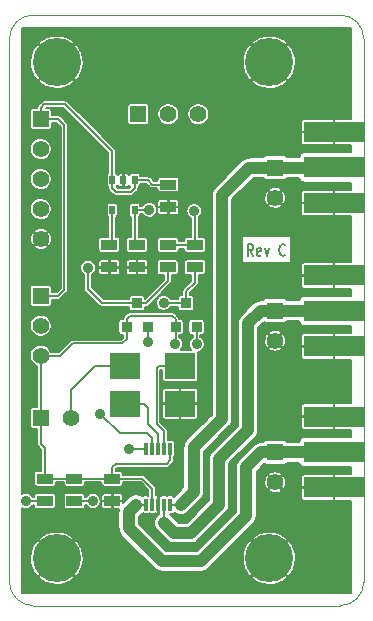
<source format=gbr>
G04 #@! TF.FileFunction,Copper,L1,Top,Signal*
%FSLAX46Y46*%
G04 Gerber Fmt 4.6, Leading zero omitted, Abs format (unit mm)*
G04 Created by KiCad (PCBNEW 0.201505041002+5641~23~ubuntu14.04.1-product) date Wed 08 Jul 2015 08:46:07 AM PDT*
%MOMM*%
G01*
G04 APERTURE LIST*
%ADD10C,0.200000*%
%ADD11C,0.100000*%
%ADD12C,0.200000*%
%ADD13R,1.397000X0.889000*%
%ADD14R,1.397000X1.397000*%
%ADD15C,1.397000*%
%ADD16C,4.064000*%
%ADD17R,5.080000X1.800000*%
%ADD18R,0.914400X0.914400*%
%ADD19R,0.508000X0.762000*%
%ADD20R,0.300000X1.100000*%
%ADD21R,2.600000X2.250000*%
%ADD22C,0.889000*%
%ADD23C,1.000000*%
%ADD24C,0.300000*%
%ADD25C,0.150000*%
G04 APERTURE END LIST*
D10*
X120645238Y-70402381D02*
X120378571Y-69926190D01*
X120188095Y-70402381D02*
X120188095Y-69402381D01*
X120492857Y-69402381D01*
X120569048Y-69450000D01*
X120607143Y-69497619D01*
X120645238Y-69592857D01*
X120645238Y-69735714D01*
X120607143Y-69830952D01*
X120569048Y-69878571D01*
X120492857Y-69926190D01*
X120188095Y-69926190D01*
X121292857Y-70354762D02*
X121216667Y-70402381D01*
X121064286Y-70402381D01*
X120988095Y-70354762D01*
X120950000Y-70259524D01*
X120950000Y-69878571D01*
X120988095Y-69783333D01*
X121064286Y-69735714D01*
X121216667Y-69735714D01*
X121292857Y-69783333D01*
X121330952Y-69878571D01*
X121330952Y-69973810D01*
X120950000Y-70069048D01*
X121597619Y-69735714D02*
X121788095Y-70402381D01*
X121978571Y-69735714D01*
X123350000Y-70307143D02*
X123311905Y-70354762D01*
X123197619Y-70402381D01*
X123121429Y-70402381D01*
X123007143Y-70354762D01*
X122930952Y-70259524D01*
X122892857Y-70164286D01*
X122854762Y-69973810D01*
X122854762Y-69830952D01*
X122892857Y-69640476D01*
X122930952Y-69545238D01*
X123007143Y-69450000D01*
X123121429Y-69402381D01*
X123197619Y-69402381D01*
X123311905Y-69450000D01*
X123350000Y-69497619D01*
D11*
X128000000Y-100000000D02*
G75*
G03X130000000Y-98000000I0J2000000D01*
G01*
X100000000Y-98000000D02*
G75*
G03X102000000Y-100000000I2000000J0D01*
G01*
X130000000Y-52000000D02*
G75*
G03X128000000Y-50000000I-2000000J0D01*
G01*
X102000000Y-50000000D02*
G75*
G03X100000000Y-52000000I0J-2000000D01*
G01*
X128000000Y-50000000D02*
X102000000Y-50000000D01*
X130000000Y-98000000D02*
X130000000Y-52000000D01*
X102000000Y-100000000D02*
X128000000Y-100000000D01*
X100000000Y-52000000D02*
X100000000Y-98000000D01*
D12*
X119100000Y-75800000D03*
D13*
X113450000Y-64347500D03*
X113450000Y-66252500D03*
D14*
X122500000Y-62930000D03*
D15*
X122500000Y-65470000D03*
D13*
X113400000Y-69447500D03*
X113400000Y-71352500D03*
X115700000Y-69447500D03*
X115700000Y-71352500D03*
D16*
X104000000Y-54000000D03*
X122000000Y-54000000D03*
X104000000Y-96000000D03*
X122000000Y-96000000D03*
D13*
X108450000Y-69447500D03*
X108450000Y-71352500D03*
X110800000Y-69447500D03*
X110800000Y-71352500D03*
X108700000Y-89247500D03*
X108700000Y-91152500D03*
D14*
X102650000Y-58800000D03*
D15*
X102650000Y-61340000D03*
X102650000Y-63880000D03*
X102650000Y-66420000D03*
X102650000Y-68960000D03*
D14*
X102650000Y-73760000D03*
D15*
X102650000Y-76300000D03*
X102650000Y-78840000D03*
D14*
X110910000Y-58400000D03*
D15*
X113450000Y-58400000D03*
X115990000Y-58400000D03*
D17*
X127460000Y-75050000D03*
X127460000Y-72050000D03*
X127460000Y-78050000D03*
X127460000Y-87000000D03*
X127460000Y-84000000D03*
X127460000Y-90000000D03*
D14*
X122500000Y-75030000D03*
D15*
X122500000Y-77570000D03*
D14*
X122500000Y-87030000D03*
D15*
X122500000Y-89570000D03*
D18*
X111689000Y-76416000D03*
X109911000Y-76416000D03*
X110800000Y-74384000D03*
X115839000Y-76416000D03*
X114061000Y-76416000D03*
X114950000Y-74384000D03*
D13*
X105500000Y-89247500D03*
X105500000Y-91152500D03*
X103000000Y-89247500D03*
X103000000Y-91152500D03*
D19*
X110602500Y-63980000D03*
X108697500Y-63980000D03*
X110602500Y-66520000D03*
X109650000Y-63980000D03*
X108697500Y-66520000D03*
D20*
X113600000Y-86750000D03*
X113100000Y-86750000D03*
X112600000Y-86750000D03*
X112100000Y-86750000D03*
X111600000Y-86750000D03*
X111584000Y-91450000D03*
X112092000Y-91450000D03*
X112600000Y-91450000D03*
X113108000Y-91450000D03*
X113616000Y-91450000D03*
D21*
X109750000Y-82900000D03*
X114450000Y-82900000D03*
X114450000Y-79700000D03*
X109750000Y-79700000D03*
D17*
X127460000Y-62900000D03*
X127460000Y-59900000D03*
X127460000Y-65900000D03*
D14*
X102630000Y-84100000D03*
D15*
X105170000Y-84100000D03*
D12*
X116800000Y-64800000D03*
X116800000Y-65800000D03*
X116800000Y-66800000D03*
X116800000Y-67800000D03*
X116800000Y-68800000D03*
X116800000Y-69800000D03*
X116800000Y-70800000D03*
X116800000Y-71800000D03*
X116800000Y-72800000D03*
X116800000Y-73800000D03*
X116800000Y-74800000D03*
X116800000Y-75800000D03*
X116800000Y-76800000D03*
X116800000Y-77800000D03*
X116800000Y-78800000D03*
X116800000Y-79800000D03*
X116800000Y-80800000D03*
X116800000Y-81800000D03*
X116800000Y-82800000D03*
X116800000Y-83800000D03*
X118650000Y-85150000D03*
X114350000Y-89000000D03*
X114350000Y-88000000D03*
X114350000Y-87000000D03*
X114600000Y-86000000D03*
X115400000Y-85250000D03*
X116100000Y-84500000D03*
X119100000Y-83800000D03*
X119100000Y-82800000D03*
X119100000Y-81800000D03*
X119100000Y-80800000D03*
X119100000Y-79800000D03*
X119100000Y-78800000D03*
X119100000Y-77800000D03*
X119100000Y-76800000D03*
X117850000Y-85900000D03*
X116950000Y-86750000D03*
X116700000Y-88000000D03*
X116700000Y-89000000D03*
X116700000Y-90000000D03*
X116450000Y-91150000D03*
X115600000Y-91900000D03*
X114550000Y-92650000D03*
X111700000Y-92700000D03*
X112200000Y-93700000D03*
X112950000Y-94550000D03*
X113900000Y-95050000D03*
X115000000Y-95050000D03*
X116250000Y-94500000D03*
X117150000Y-93650000D03*
X117950000Y-92900000D03*
X118900000Y-91000000D03*
X118900000Y-90000000D03*
X118900000Y-89000000D03*
X118900000Y-88000000D03*
X119750000Y-87100000D03*
X120700000Y-86150000D03*
X121400000Y-84800000D03*
X118650000Y-92050000D03*
X121400000Y-83800000D03*
X121400000Y-82800000D03*
X121400000Y-81800000D03*
X121400000Y-80800000D03*
X121400000Y-79800000D03*
X119100000Y-74800000D03*
X119100000Y-73800000D03*
X119100000Y-72800000D03*
X119100000Y-71800000D03*
X119100000Y-70800000D03*
X119100000Y-69800000D03*
X119100000Y-68800000D03*
X119100000Y-67800000D03*
X119100000Y-66800000D03*
X119100000Y-65800000D03*
X119800000Y-65050000D03*
X120500000Y-64450000D03*
X117350000Y-64000000D03*
X118150000Y-63200000D03*
X119000000Y-62400000D03*
X119950000Y-61650000D03*
X108850000Y-92700000D03*
X108850000Y-93850000D03*
X109650000Y-95000000D03*
X110450000Y-95900000D03*
X111450000Y-97000000D03*
X113550000Y-97750000D03*
X114850000Y-97750000D03*
X116150000Y-97750000D03*
X117300000Y-97250000D03*
X118300000Y-96300000D03*
X119150000Y-95350000D03*
X112250000Y-97750000D03*
X121350000Y-92800000D03*
X121350000Y-91350000D03*
D22*
X106650000Y-71400000D03*
X115650000Y-66600000D03*
X111850000Y-66500000D03*
X113050000Y-74350000D03*
X111700000Y-77700000D03*
X107700000Y-83750000D03*
X107050000Y-91150000D03*
X101400000Y-91150000D03*
X110150000Y-86750000D03*
X115850000Y-77850000D03*
X114050000Y-77850000D03*
D10*
X111566000Y-74384000D02*
X113400000Y-72550000D01*
X113400000Y-72550000D02*
X113400000Y-71352500D01*
X110800000Y-74384000D02*
X111566000Y-74384000D01*
X106650000Y-71400000D02*
X106650000Y-73200000D01*
X106650000Y-73200000D02*
X107834000Y-74384000D01*
X107834000Y-74384000D02*
X110800000Y-74384000D01*
X115700000Y-69447500D02*
X113400000Y-69447500D01*
X115650000Y-66600000D02*
X115700000Y-66650000D01*
X115700000Y-66650000D02*
X115700000Y-69447500D01*
D23*
X122500000Y-62930000D02*
X127430000Y-62930000D01*
X127430000Y-62930000D02*
X127460000Y-62900000D01*
X122500000Y-62930000D02*
X120320000Y-62930000D01*
X118000000Y-65250000D02*
X120320000Y-62930000D01*
X118000000Y-84200000D02*
X118000000Y-65250000D01*
X115600000Y-86600000D02*
X118000000Y-84200000D01*
X115600000Y-90350000D02*
X115600000Y-86600000D01*
X114500000Y-91450000D02*
X115600000Y-90350000D01*
D10*
X114500000Y-91450000D02*
X113616000Y-91450000D01*
X127430000Y-62930000D02*
X127460000Y-62900000D01*
D24*
X127430000Y-62930000D02*
X127460000Y-62900000D01*
D10*
X127430000Y-62930000D02*
X127460000Y-62900000D01*
X111730000Y-63980000D02*
X112097500Y-64347500D01*
X112097500Y-64347500D02*
X113450000Y-64347500D01*
X110602500Y-63980000D02*
X111730000Y-63980000D01*
X108697500Y-64647500D02*
X109050000Y-65000000D01*
X109050000Y-65000000D02*
X110250000Y-65000000D01*
X110250000Y-65000000D02*
X110602500Y-64647500D01*
X110602500Y-64647500D02*
X110602500Y-63980000D01*
X108697500Y-63980000D02*
X108697500Y-64647500D01*
X104100000Y-58800000D02*
X102650000Y-58800000D01*
X104650000Y-59350000D02*
X104100000Y-58800000D01*
X104650000Y-73250000D02*
X104650000Y-59350000D01*
X104140000Y-73760000D02*
X104650000Y-73250000D01*
X102650000Y-73760000D02*
X104140000Y-73760000D01*
X108697500Y-61547500D02*
X104700000Y-57550000D01*
X104700000Y-57550000D02*
X102950000Y-57550000D01*
X102950000Y-57550000D02*
X102650000Y-57850000D01*
X102650000Y-57850000D02*
X102650000Y-58800000D01*
X108697500Y-63980000D02*
X108697500Y-61547500D01*
X108697500Y-69200000D02*
X108450000Y-69447500D01*
X108697500Y-66520000D02*
X108697500Y-69200000D01*
X110602500Y-69250000D02*
X110800000Y-69447500D01*
X110602500Y-66520000D02*
X110602500Y-69250000D01*
X111850000Y-66500000D02*
X111830000Y-66520000D01*
X111830000Y-66520000D02*
X110602500Y-66520000D01*
X114950000Y-73400000D02*
X115700000Y-72650000D01*
X115700000Y-72650000D02*
X115700000Y-71352500D01*
X114950000Y-74384000D02*
X114950000Y-73400000D01*
X113050000Y-74350000D02*
X113084000Y-74384000D01*
X113084000Y-74384000D02*
X114950000Y-74384000D01*
D23*
X122500000Y-75030000D02*
X127440000Y-75030000D01*
D10*
X127440000Y-75030000D02*
X127460000Y-75050000D01*
X113108000Y-91450000D02*
X113108000Y-93008000D01*
D23*
X113108000Y-93008000D02*
X113950000Y-93850000D01*
X113950000Y-93850000D02*
X115350000Y-93850000D01*
X115350000Y-93850000D02*
X117750000Y-91450000D01*
X117750000Y-91450000D02*
X117750000Y-87600000D01*
X117750000Y-87600000D02*
X120200000Y-85150000D01*
X120200000Y-85150000D02*
X120200000Y-76100000D01*
X120200000Y-76100000D02*
X121270000Y-75030000D01*
X121270000Y-75030000D02*
X122500000Y-75030000D01*
D24*
X127440000Y-75030000D02*
X127460000Y-75050000D01*
D10*
X127440000Y-75030000D02*
X127460000Y-75050000D01*
D23*
X122500000Y-87030000D02*
X127430000Y-87030000D01*
D10*
X127430000Y-87030000D02*
X127460000Y-87000000D01*
X111584000Y-91450000D02*
X110750000Y-91450000D01*
D23*
X110750000Y-91450000D02*
X110100000Y-92100000D01*
X110100000Y-92100000D02*
X110100000Y-93450000D01*
X110100000Y-93450000D02*
X112900000Y-96250000D01*
X112900000Y-96250000D02*
X116200000Y-96250000D01*
X116200000Y-96250000D02*
X120050000Y-92400000D01*
X120050000Y-92400000D02*
X120050000Y-88300000D01*
X120050000Y-88300000D02*
X121320000Y-87030000D01*
X121320000Y-87030000D02*
X122500000Y-87030000D01*
D24*
X127430000Y-87030000D02*
X127460000Y-87000000D01*
D10*
X127430000Y-87030000D02*
X127460000Y-87000000D01*
X111689000Y-77689000D02*
X111700000Y-77700000D01*
X107700000Y-83750000D02*
X109350000Y-85400000D01*
X109350000Y-85400000D02*
X111650000Y-85400000D01*
X111650000Y-85400000D02*
X112100000Y-85850000D01*
X112100000Y-85850000D02*
X112100000Y-86750000D01*
X111689000Y-76416000D02*
X111689000Y-77689000D01*
X107047500Y-91152500D02*
X107050000Y-91150000D01*
X105500000Y-91152500D02*
X107047500Y-91152500D01*
X101402500Y-91152500D02*
X101400000Y-91150000D01*
X110150000Y-86750000D02*
X111600000Y-86750000D01*
X103000000Y-91152500D02*
X101402500Y-91152500D01*
X115839000Y-77839000D02*
X115850000Y-77850000D01*
X115839000Y-76416000D02*
X115839000Y-77839000D01*
X113100000Y-86750000D02*
X113100000Y-85250000D01*
X112650000Y-79700000D02*
X114450000Y-79700000D01*
X112450000Y-79900000D02*
X112650000Y-79700000D01*
X112450000Y-84600000D02*
X112450000Y-79900000D01*
X113100000Y-85250000D02*
X112450000Y-84600000D01*
X112600000Y-86750000D02*
X112600000Y-85500000D01*
X111400000Y-82900000D02*
X109750000Y-82900000D01*
X111750000Y-83250000D02*
X111400000Y-82900000D01*
X111750000Y-84650000D02*
X111750000Y-83250000D01*
X112600000Y-85500000D02*
X111750000Y-84650000D01*
X102650000Y-84080000D02*
X102630000Y-84100000D01*
X102650000Y-78840000D02*
X102650000Y-84080000D01*
X103000000Y-86650000D02*
X102630000Y-86280000D01*
X102630000Y-86280000D02*
X102630000Y-84100000D01*
X103000000Y-89247500D02*
X103000000Y-86650000D01*
X108700000Y-88300000D02*
X108700000Y-89247500D01*
X109000000Y-88000000D02*
X108700000Y-88300000D01*
X113300000Y-88000000D02*
X109000000Y-88000000D01*
X113600000Y-87700000D02*
X113300000Y-88000000D01*
X113600000Y-86750000D02*
X113600000Y-87700000D01*
X112092000Y-90092000D02*
X112092000Y-91450000D01*
X111247500Y-89247500D02*
X112092000Y-90092000D01*
X108700000Y-89247500D02*
X111247500Y-89247500D01*
X103000000Y-89247500D02*
X105500000Y-89247500D01*
X105500000Y-89247500D02*
X108700000Y-89247500D01*
X114061000Y-75761000D02*
X113750000Y-75450000D01*
X113750000Y-75450000D02*
X110200000Y-75450000D01*
X110200000Y-75450000D02*
X109911000Y-75739000D01*
X109911000Y-75739000D02*
X109911000Y-76416000D01*
X114061000Y-76416000D02*
X114061000Y-75761000D01*
X109911000Y-77439000D02*
X109550000Y-77800000D01*
X109550000Y-77800000D02*
X105350000Y-77800000D01*
X105350000Y-77800000D02*
X104310000Y-78840000D01*
X104310000Y-78840000D02*
X102650000Y-78840000D01*
X109911000Y-76416000D02*
X109911000Y-77439000D01*
X114050000Y-77850000D02*
X114061000Y-77839000D01*
X114061000Y-77839000D02*
X114061000Y-76416000D01*
X105170000Y-84100000D02*
X105170000Y-81730000D01*
X107200000Y-79700000D02*
X109750000Y-79700000D01*
X105170000Y-81730000D02*
X107200000Y-79700000D01*
D25*
G36*
X128925000Y-73773186D02*
X127435000Y-73773186D01*
X127435000Y-73118750D01*
X127435000Y-72075000D01*
X127435000Y-72025000D01*
X127435000Y-70981250D01*
X127435000Y-66968750D01*
X127435000Y-65925000D01*
X127435000Y-65875000D01*
X127435000Y-64831250D01*
X127378750Y-64775000D01*
X124942161Y-64775000D01*
X124897840Y-64775000D01*
X124854370Y-64783646D01*
X124813423Y-64800607D01*
X124776571Y-64825231D01*
X124745231Y-64856570D01*
X124720608Y-64893422D01*
X124703647Y-64934369D01*
X124695000Y-64977839D01*
X124695000Y-65818750D01*
X124751250Y-65875000D01*
X127435000Y-65875000D01*
X127435000Y-65925000D01*
X124751250Y-65925000D01*
X124695000Y-65981250D01*
X124695000Y-66822161D01*
X124703647Y-66865631D01*
X124720608Y-66906578D01*
X124745231Y-66943430D01*
X124776571Y-66974769D01*
X124813423Y-66999393D01*
X124854370Y-67016354D01*
X124897840Y-67025000D01*
X124942161Y-67025000D01*
X127378750Y-67025000D01*
X127435000Y-66968750D01*
X127435000Y-70981250D01*
X127378750Y-70925000D01*
X124942161Y-70925000D01*
X124897840Y-70925000D01*
X124854370Y-70933646D01*
X124813423Y-70950607D01*
X124776571Y-70975231D01*
X124745231Y-71006570D01*
X124720608Y-71043422D01*
X124703647Y-71084369D01*
X124695000Y-71127839D01*
X124695000Y-71968750D01*
X124751250Y-72025000D01*
X127435000Y-72025000D01*
X127435000Y-72075000D01*
X124751250Y-72075000D01*
X124695000Y-72131250D01*
X124695000Y-72972161D01*
X124703647Y-73015631D01*
X124720608Y-73056578D01*
X124745231Y-73093430D01*
X124776571Y-73124769D01*
X124813423Y-73149393D01*
X124854370Y-73166354D01*
X124897840Y-73175000D01*
X124942161Y-73175000D01*
X127378750Y-73175000D01*
X127435000Y-73118750D01*
X127435000Y-73773186D01*
X124920000Y-73773186D01*
X124859148Y-73778132D01*
X124758165Y-73809708D01*
X124669941Y-73868114D01*
X124601432Y-73948745D01*
X124558040Y-74045243D01*
X124543186Y-74150000D01*
X124543186Y-74155000D01*
X123827381Y-74155000D01*
X123827381Y-70975000D01*
X123827381Y-68725000D01*
X123427897Y-68725000D01*
X123427897Y-65481437D01*
X123412299Y-65300193D01*
X123361641Y-65125476D01*
X123277872Y-64963998D01*
X123265164Y-64944978D01*
X123133822Y-64871534D01*
X123098466Y-64906889D01*
X123098466Y-64836178D01*
X123025022Y-64704836D01*
X122865658Y-64617112D01*
X122692241Y-64562164D01*
X122511437Y-64542103D01*
X122330193Y-64557701D01*
X122155476Y-64608359D01*
X121993998Y-64692128D01*
X121974978Y-64704836D01*
X121901534Y-64836178D01*
X122500000Y-65434645D01*
X123098466Y-64836178D01*
X123098466Y-64906889D01*
X122535355Y-65470000D01*
X123133822Y-66068466D01*
X123265164Y-65995022D01*
X123352888Y-65835658D01*
X123407836Y-65662241D01*
X123427897Y-65481437D01*
X123427897Y-68725000D01*
X123098466Y-68725000D01*
X123098466Y-66103822D01*
X122500000Y-65505355D01*
X122464645Y-65540710D01*
X122464645Y-65470000D01*
X121866178Y-64871534D01*
X121734836Y-64944978D01*
X121647112Y-65104342D01*
X121592164Y-65277759D01*
X121572103Y-65458563D01*
X121587701Y-65639807D01*
X121638359Y-65814524D01*
X121722128Y-65976002D01*
X121734836Y-65995022D01*
X121866178Y-66068466D01*
X122464645Y-65470000D01*
X122464645Y-65540710D01*
X121901534Y-66103822D01*
X121974978Y-66235164D01*
X122134342Y-66322888D01*
X122307759Y-66377836D01*
X122488563Y-66397897D01*
X122669807Y-66382299D01*
X122844524Y-66331641D01*
X123006002Y-66247872D01*
X123025022Y-66235164D01*
X123098466Y-66103822D01*
X123098466Y-68725000D01*
X119672619Y-68725000D01*
X119672619Y-70975000D01*
X123827381Y-70975000D01*
X123827381Y-74155000D01*
X123529083Y-74155000D01*
X123480386Y-74081441D01*
X123399755Y-74012932D01*
X123303257Y-73969540D01*
X123198500Y-73954686D01*
X121801500Y-73954686D01*
X121740648Y-73959632D01*
X121639665Y-73991208D01*
X121551441Y-74049614D01*
X121482932Y-74130245D01*
X121471800Y-74155000D01*
X121270000Y-74155000D01*
X121189520Y-74162890D01*
X121109043Y-74169932D01*
X121104628Y-74171214D01*
X121100045Y-74171664D01*
X121022605Y-74195044D01*
X120945054Y-74217575D01*
X120940972Y-74219690D01*
X120936563Y-74221022D01*
X120865164Y-74258985D01*
X120793441Y-74296163D01*
X120789845Y-74299033D01*
X120785782Y-74301194D01*
X120723148Y-74352277D01*
X120659981Y-74402703D01*
X120653574Y-74409020D01*
X120653445Y-74409126D01*
X120653345Y-74409245D01*
X120651282Y-74411281D01*
X119581282Y-75481282D01*
X119529967Y-75543752D01*
X119478026Y-75605654D01*
X119475811Y-75609681D01*
X119472888Y-75613241D01*
X119434663Y-75684530D01*
X119395757Y-75755301D01*
X119394366Y-75759685D01*
X119392191Y-75763742D01*
X119368558Y-75841041D01*
X119344121Y-75918077D01*
X119343607Y-75922650D01*
X119342263Y-75927050D01*
X119334100Y-76007405D01*
X119325085Y-76087783D01*
X119325022Y-76096784D01*
X119325006Y-76096946D01*
X119325020Y-76097096D01*
X119325000Y-76100000D01*
X119325000Y-84787563D01*
X117131282Y-86981282D01*
X117079967Y-87043752D01*
X117028026Y-87105654D01*
X117025811Y-87109681D01*
X117022888Y-87113241D01*
X116984663Y-87184530D01*
X116945757Y-87255301D01*
X116944366Y-87259685D01*
X116942191Y-87263742D01*
X116918558Y-87341041D01*
X116894121Y-87418077D01*
X116893607Y-87422650D01*
X116892263Y-87427050D01*
X116884100Y-87507405D01*
X116875085Y-87587783D01*
X116875022Y-87596784D01*
X116875006Y-87596946D01*
X116875020Y-87597096D01*
X116875000Y-87600000D01*
X116875000Y-91087563D01*
X114987563Y-92975000D01*
X114312436Y-92975000D01*
X113726718Y-92389282D01*
X113594759Y-92280888D01*
X113583000Y-92274582D01*
X113583000Y-92226089D01*
X113766000Y-92226089D01*
X113802511Y-92223121D01*
X113863101Y-92204175D01*
X113916036Y-92169131D01*
X113951956Y-92126854D01*
X114008178Y-92173696D01*
X114158110Y-92255442D01*
X114321066Y-92306509D01*
X114490837Y-92324952D01*
X114660957Y-92310068D01*
X114824947Y-92262425D01*
X114976559Y-92183837D01*
X115110020Y-92077297D01*
X115118718Y-92068718D01*
X116218718Y-90968718D01*
X116270032Y-90906247D01*
X116321974Y-90844346D01*
X116324188Y-90840318D01*
X116327112Y-90836759D01*
X116365336Y-90765469D01*
X116404243Y-90694699D01*
X116405633Y-90690314D01*
X116407809Y-90686258D01*
X116431454Y-90608917D01*
X116455879Y-90531923D01*
X116456391Y-90527354D01*
X116457738Y-90522950D01*
X116465904Y-90442544D01*
X116474915Y-90362217D01*
X116474977Y-90353215D01*
X116474994Y-90353054D01*
X116474979Y-90352903D01*
X116475000Y-90350000D01*
X116475000Y-86962436D01*
X118618719Y-84818718D01*
X118670057Y-84756217D01*
X118721974Y-84694346D01*
X118724188Y-84690318D01*
X118727112Y-84686759D01*
X118765355Y-84615434D01*
X118804243Y-84544699D01*
X118805632Y-84540319D01*
X118807810Y-84536258D01*
X118831469Y-84458871D01*
X118855879Y-84381923D01*
X118856391Y-84377354D01*
X118857738Y-84372950D01*
X118865909Y-84292499D01*
X118874915Y-84212217D01*
X118874977Y-84203225D01*
X118874995Y-84203054D01*
X118874979Y-84202893D01*
X118875000Y-84200000D01*
X118875000Y-65612436D01*
X120682436Y-63805000D01*
X121470916Y-63805000D01*
X121519614Y-63878559D01*
X121600245Y-63947068D01*
X121696743Y-63990460D01*
X121801500Y-64005314D01*
X123198500Y-64005314D01*
X123259352Y-64000368D01*
X123360335Y-63968792D01*
X123448559Y-63910386D01*
X123517068Y-63829755D01*
X123528199Y-63805000D01*
X124543592Y-63805000D01*
X124548132Y-63860852D01*
X124579708Y-63961835D01*
X124638114Y-64050059D01*
X124718745Y-64118568D01*
X124815243Y-64161960D01*
X124920000Y-64176814D01*
X128925000Y-64176814D01*
X128925000Y-64775000D01*
X127541250Y-64775000D01*
X127485000Y-64831250D01*
X127485000Y-65875000D01*
X127505000Y-65875000D01*
X127505000Y-65925000D01*
X127485000Y-65925000D01*
X127485000Y-66968750D01*
X127541250Y-67025000D01*
X128925000Y-67025000D01*
X128925000Y-70925000D01*
X127541250Y-70925000D01*
X127485000Y-70981250D01*
X127485000Y-72025000D01*
X127505000Y-72025000D01*
X127505000Y-72075000D01*
X127485000Y-72075000D01*
X127485000Y-73118750D01*
X127541250Y-73175000D01*
X128925000Y-73175000D01*
X128925000Y-73773186D01*
X128925000Y-73773186D01*
G37*
X128925000Y-73773186D02*
X127435000Y-73773186D01*
X127435000Y-73118750D01*
X127435000Y-72075000D01*
X127435000Y-72025000D01*
X127435000Y-70981250D01*
X127435000Y-66968750D01*
X127435000Y-65925000D01*
X127435000Y-65875000D01*
X127435000Y-64831250D01*
X127378750Y-64775000D01*
X124942161Y-64775000D01*
X124897840Y-64775000D01*
X124854370Y-64783646D01*
X124813423Y-64800607D01*
X124776571Y-64825231D01*
X124745231Y-64856570D01*
X124720608Y-64893422D01*
X124703647Y-64934369D01*
X124695000Y-64977839D01*
X124695000Y-65818750D01*
X124751250Y-65875000D01*
X127435000Y-65875000D01*
X127435000Y-65925000D01*
X124751250Y-65925000D01*
X124695000Y-65981250D01*
X124695000Y-66822161D01*
X124703647Y-66865631D01*
X124720608Y-66906578D01*
X124745231Y-66943430D01*
X124776571Y-66974769D01*
X124813423Y-66999393D01*
X124854370Y-67016354D01*
X124897840Y-67025000D01*
X124942161Y-67025000D01*
X127378750Y-67025000D01*
X127435000Y-66968750D01*
X127435000Y-70981250D01*
X127378750Y-70925000D01*
X124942161Y-70925000D01*
X124897840Y-70925000D01*
X124854370Y-70933646D01*
X124813423Y-70950607D01*
X124776571Y-70975231D01*
X124745231Y-71006570D01*
X124720608Y-71043422D01*
X124703647Y-71084369D01*
X124695000Y-71127839D01*
X124695000Y-71968750D01*
X124751250Y-72025000D01*
X127435000Y-72025000D01*
X127435000Y-72075000D01*
X124751250Y-72075000D01*
X124695000Y-72131250D01*
X124695000Y-72972161D01*
X124703647Y-73015631D01*
X124720608Y-73056578D01*
X124745231Y-73093430D01*
X124776571Y-73124769D01*
X124813423Y-73149393D01*
X124854370Y-73166354D01*
X124897840Y-73175000D01*
X124942161Y-73175000D01*
X127378750Y-73175000D01*
X127435000Y-73118750D01*
X127435000Y-73773186D01*
X124920000Y-73773186D01*
X124859148Y-73778132D01*
X124758165Y-73809708D01*
X124669941Y-73868114D01*
X124601432Y-73948745D01*
X124558040Y-74045243D01*
X124543186Y-74150000D01*
X124543186Y-74155000D01*
X123827381Y-74155000D01*
X123827381Y-70975000D01*
X123827381Y-68725000D01*
X123427897Y-68725000D01*
X123427897Y-65481437D01*
X123412299Y-65300193D01*
X123361641Y-65125476D01*
X123277872Y-64963998D01*
X123265164Y-64944978D01*
X123133822Y-64871534D01*
X123098466Y-64906889D01*
X123098466Y-64836178D01*
X123025022Y-64704836D01*
X122865658Y-64617112D01*
X122692241Y-64562164D01*
X122511437Y-64542103D01*
X122330193Y-64557701D01*
X122155476Y-64608359D01*
X121993998Y-64692128D01*
X121974978Y-64704836D01*
X121901534Y-64836178D01*
X122500000Y-65434645D01*
X123098466Y-64836178D01*
X123098466Y-64906889D01*
X122535355Y-65470000D01*
X123133822Y-66068466D01*
X123265164Y-65995022D01*
X123352888Y-65835658D01*
X123407836Y-65662241D01*
X123427897Y-65481437D01*
X123427897Y-68725000D01*
X123098466Y-68725000D01*
X123098466Y-66103822D01*
X122500000Y-65505355D01*
X122464645Y-65540710D01*
X122464645Y-65470000D01*
X121866178Y-64871534D01*
X121734836Y-64944978D01*
X121647112Y-65104342D01*
X121592164Y-65277759D01*
X121572103Y-65458563D01*
X121587701Y-65639807D01*
X121638359Y-65814524D01*
X121722128Y-65976002D01*
X121734836Y-65995022D01*
X121866178Y-66068466D01*
X122464645Y-65470000D01*
X122464645Y-65540710D01*
X121901534Y-66103822D01*
X121974978Y-66235164D01*
X122134342Y-66322888D01*
X122307759Y-66377836D01*
X122488563Y-66397897D01*
X122669807Y-66382299D01*
X122844524Y-66331641D01*
X123006002Y-66247872D01*
X123025022Y-66235164D01*
X123098466Y-66103822D01*
X123098466Y-68725000D01*
X119672619Y-68725000D01*
X119672619Y-70975000D01*
X123827381Y-70975000D01*
X123827381Y-74155000D01*
X123529083Y-74155000D01*
X123480386Y-74081441D01*
X123399755Y-74012932D01*
X123303257Y-73969540D01*
X123198500Y-73954686D01*
X121801500Y-73954686D01*
X121740648Y-73959632D01*
X121639665Y-73991208D01*
X121551441Y-74049614D01*
X121482932Y-74130245D01*
X121471800Y-74155000D01*
X121270000Y-74155000D01*
X121189520Y-74162890D01*
X121109043Y-74169932D01*
X121104628Y-74171214D01*
X121100045Y-74171664D01*
X121022605Y-74195044D01*
X120945054Y-74217575D01*
X120940972Y-74219690D01*
X120936563Y-74221022D01*
X120865164Y-74258985D01*
X120793441Y-74296163D01*
X120789845Y-74299033D01*
X120785782Y-74301194D01*
X120723148Y-74352277D01*
X120659981Y-74402703D01*
X120653574Y-74409020D01*
X120653445Y-74409126D01*
X120653345Y-74409245D01*
X120651282Y-74411281D01*
X119581282Y-75481282D01*
X119529967Y-75543752D01*
X119478026Y-75605654D01*
X119475811Y-75609681D01*
X119472888Y-75613241D01*
X119434663Y-75684530D01*
X119395757Y-75755301D01*
X119394366Y-75759685D01*
X119392191Y-75763742D01*
X119368558Y-75841041D01*
X119344121Y-75918077D01*
X119343607Y-75922650D01*
X119342263Y-75927050D01*
X119334100Y-76007405D01*
X119325085Y-76087783D01*
X119325022Y-76096784D01*
X119325006Y-76096946D01*
X119325020Y-76097096D01*
X119325000Y-76100000D01*
X119325000Y-84787563D01*
X117131282Y-86981282D01*
X117079967Y-87043752D01*
X117028026Y-87105654D01*
X117025811Y-87109681D01*
X117022888Y-87113241D01*
X116984663Y-87184530D01*
X116945757Y-87255301D01*
X116944366Y-87259685D01*
X116942191Y-87263742D01*
X116918558Y-87341041D01*
X116894121Y-87418077D01*
X116893607Y-87422650D01*
X116892263Y-87427050D01*
X116884100Y-87507405D01*
X116875085Y-87587783D01*
X116875022Y-87596784D01*
X116875006Y-87596946D01*
X116875020Y-87597096D01*
X116875000Y-87600000D01*
X116875000Y-91087563D01*
X114987563Y-92975000D01*
X114312436Y-92975000D01*
X113726718Y-92389282D01*
X113594759Y-92280888D01*
X113583000Y-92274582D01*
X113583000Y-92226089D01*
X113766000Y-92226089D01*
X113802511Y-92223121D01*
X113863101Y-92204175D01*
X113916036Y-92169131D01*
X113951956Y-92126854D01*
X114008178Y-92173696D01*
X114158110Y-92255442D01*
X114321066Y-92306509D01*
X114490837Y-92324952D01*
X114660957Y-92310068D01*
X114824947Y-92262425D01*
X114976559Y-92183837D01*
X115110020Y-92077297D01*
X115118718Y-92068718D01*
X116218718Y-90968718D01*
X116270032Y-90906247D01*
X116321974Y-90844346D01*
X116324188Y-90840318D01*
X116327112Y-90836759D01*
X116365336Y-90765469D01*
X116404243Y-90694699D01*
X116405633Y-90690314D01*
X116407809Y-90686258D01*
X116431454Y-90608917D01*
X116455879Y-90531923D01*
X116456391Y-90527354D01*
X116457738Y-90522950D01*
X116465904Y-90442544D01*
X116474915Y-90362217D01*
X116474977Y-90353215D01*
X116474994Y-90353054D01*
X116474979Y-90352903D01*
X116475000Y-90350000D01*
X116475000Y-86962436D01*
X118618719Y-84818718D01*
X118670057Y-84756217D01*
X118721974Y-84694346D01*
X118724188Y-84690318D01*
X118727112Y-84686759D01*
X118765355Y-84615434D01*
X118804243Y-84544699D01*
X118805632Y-84540319D01*
X118807810Y-84536258D01*
X118831469Y-84458871D01*
X118855879Y-84381923D01*
X118856391Y-84377354D01*
X118857738Y-84372950D01*
X118865909Y-84292499D01*
X118874915Y-84212217D01*
X118874977Y-84203225D01*
X118874995Y-84203054D01*
X118874979Y-84202893D01*
X118875000Y-84200000D01*
X118875000Y-65612436D01*
X120682436Y-63805000D01*
X121470916Y-63805000D01*
X121519614Y-63878559D01*
X121600245Y-63947068D01*
X121696743Y-63990460D01*
X121801500Y-64005314D01*
X123198500Y-64005314D01*
X123259352Y-64000368D01*
X123360335Y-63968792D01*
X123448559Y-63910386D01*
X123517068Y-63829755D01*
X123528199Y-63805000D01*
X124543592Y-63805000D01*
X124548132Y-63860852D01*
X124579708Y-63961835D01*
X124638114Y-64050059D01*
X124718745Y-64118568D01*
X124815243Y-64161960D01*
X124920000Y-64176814D01*
X128925000Y-64176814D01*
X128925000Y-64775000D01*
X127541250Y-64775000D01*
X127485000Y-64831250D01*
X127485000Y-65875000D01*
X127505000Y-65875000D01*
X127505000Y-65925000D01*
X127485000Y-65925000D01*
X127485000Y-66968750D01*
X127541250Y-67025000D01*
X128925000Y-67025000D01*
X128925000Y-70925000D01*
X127541250Y-70925000D01*
X127485000Y-70981250D01*
X127485000Y-72025000D01*
X127505000Y-72025000D01*
X127505000Y-72075000D01*
X127485000Y-72075000D01*
X127485000Y-73118750D01*
X127541250Y-73175000D01*
X128925000Y-73175000D01*
X128925000Y-73773186D01*
G36*
X128925000Y-98918934D02*
X128918934Y-98925000D01*
X127435000Y-98925000D01*
X127435000Y-91068750D01*
X127435000Y-90025000D01*
X127435000Y-89975000D01*
X127435000Y-88931250D01*
X127378750Y-88875000D01*
X124942161Y-88875000D01*
X124897840Y-88875000D01*
X124854370Y-88883646D01*
X124813423Y-88900607D01*
X124776571Y-88925231D01*
X124745231Y-88956570D01*
X124720608Y-88993422D01*
X124703647Y-89034369D01*
X124695000Y-89077839D01*
X124695000Y-89918750D01*
X124751250Y-89975000D01*
X127435000Y-89975000D01*
X127435000Y-90025000D01*
X124751250Y-90025000D01*
X124695000Y-90081250D01*
X124695000Y-90922161D01*
X124703647Y-90965631D01*
X124720608Y-91006578D01*
X124745231Y-91043430D01*
X124776571Y-91074769D01*
X124813423Y-91099393D01*
X124854370Y-91116354D01*
X124897840Y-91125000D01*
X124942161Y-91125000D01*
X127378750Y-91125000D01*
X127435000Y-91068750D01*
X127435000Y-98925000D01*
X124267016Y-98925000D01*
X124267016Y-96064052D01*
X124235952Y-95620548D01*
X124118962Y-95191626D01*
X123920541Y-94793770D01*
X123849370Y-94687256D01*
X123581466Y-94453890D01*
X123546110Y-94489245D01*
X123546110Y-94418534D01*
X123427897Y-94282825D01*
X123427897Y-89581437D01*
X123412299Y-89400193D01*
X123361641Y-89225476D01*
X123277872Y-89063998D01*
X123265164Y-89044978D01*
X123133822Y-88971534D01*
X123098466Y-89006889D01*
X123098466Y-88936178D01*
X123025022Y-88804836D01*
X122865658Y-88717112D01*
X122692241Y-88662164D01*
X122511437Y-88642103D01*
X122330193Y-88657701D01*
X122155476Y-88708359D01*
X121993998Y-88792128D01*
X121974978Y-88804836D01*
X121901534Y-88936178D01*
X122500000Y-89534645D01*
X123098466Y-88936178D01*
X123098466Y-89006889D01*
X122535355Y-89570000D01*
X123133822Y-90168466D01*
X123265164Y-90095022D01*
X123352888Y-89935658D01*
X123407836Y-89762241D01*
X123427897Y-89581437D01*
X123427897Y-94282825D01*
X123312744Y-94150630D01*
X123098466Y-94028193D01*
X123098466Y-90203822D01*
X122500000Y-89605355D01*
X122464645Y-89640710D01*
X122464645Y-89570000D01*
X121866178Y-88971534D01*
X121734836Y-89044978D01*
X121647112Y-89204342D01*
X121592164Y-89377759D01*
X121572103Y-89558563D01*
X121587701Y-89739807D01*
X121638359Y-89914524D01*
X121722128Y-90076002D01*
X121734836Y-90095022D01*
X121866178Y-90168466D01*
X122464645Y-89570000D01*
X122464645Y-89640710D01*
X121901534Y-90203822D01*
X121974978Y-90335164D01*
X122134342Y-90422888D01*
X122307759Y-90477836D01*
X122488563Y-90497897D01*
X122669807Y-90482299D01*
X122844524Y-90431641D01*
X123006002Y-90347872D01*
X123025022Y-90335164D01*
X123098466Y-90203822D01*
X123098466Y-94028193D01*
X122926725Y-93930062D01*
X122505093Y-93789040D01*
X122064052Y-93732984D01*
X121620548Y-93764048D01*
X121191626Y-93881038D01*
X120793770Y-94079459D01*
X120687256Y-94150630D01*
X120453890Y-94418534D01*
X122000000Y-95964645D01*
X123546110Y-94418534D01*
X123546110Y-94489245D01*
X122035355Y-96000000D01*
X123581466Y-97546110D01*
X123849370Y-97312744D01*
X124069938Y-96926725D01*
X124210960Y-96505093D01*
X124267016Y-96064052D01*
X124267016Y-98925000D01*
X123546110Y-98925000D01*
X123546110Y-97581466D01*
X122000000Y-96035355D01*
X121964645Y-96070710D01*
X121964645Y-96000000D01*
X120418534Y-94453890D01*
X120150630Y-94687256D01*
X119930062Y-95073275D01*
X119789040Y-95494907D01*
X119732984Y-95935948D01*
X119764048Y-96379452D01*
X119881038Y-96808374D01*
X120079459Y-97206230D01*
X120150630Y-97312744D01*
X120418534Y-97546110D01*
X121964645Y-96000000D01*
X121964645Y-96070710D01*
X120453890Y-97581466D01*
X120687256Y-97849370D01*
X121073275Y-98069938D01*
X121494907Y-98210960D01*
X121935948Y-98267016D01*
X122379452Y-98235952D01*
X122808374Y-98118962D01*
X123206230Y-97920541D01*
X123312744Y-97849370D01*
X123546110Y-97581466D01*
X123546110Y-98925000D01*
X108675000Y-98925000D01*
X108675000Y-91765750D01*
X108675000Y-91177500D01*
X108675000Y-91127500D01*
X108675000Y-90539250D01*
X108618750Y-90483000D01*
X108023661Y-90483000D01*
X107979340Y-90483000D01*
X107935870Y-90491646D01*
X107894923Y-90508607D01*
X107858071Y-90533231D01*
X107826731Y-90564570D01*
X107802108Y-90601422D01*
X107785147Y-90642369D01*
X107776500Y-90685839D01*
X107776500Y-91071250D01*
X107832750Y-91127500D01*
X108675000Y-91127500D01*
X108675000Y-91177500D01*
X107832750Y-91177500D01*
X107776500Y-91233750D01*
X107776500Y-91619161D01*
X107785147Y-91662631D01*
X107802108Y-91703578D01*
X107826731Y-91740430D01*
X107858071Y-91771769D01*
X107894923Y-91796393D01*
X107935870Y-91813354D01*
X107979340Y-91822000D01*
X108023661Y-91822000D01*
X108618750Y-91822000D01*
X108675000Y-91765750D01*
X108675000Y-98925000D01*
X107719528Y-98925000D01*
X107719528Y-91084352D01*
X107694026Y-90955557D01*
X107643993Y-90834168D01*
X107571335Y-90724809D01*
X107478820Y-90631646D01*
X107369971Y-90558226D01*
X107248934Y-90507347D01*
X107120320Y-90480946D01*
X106989028Y-90480030D01*
X106860058Y-90504632D01*
X106738323Y-90553816D01*
X106628459Y-90625709D01*
X106534652Y-90717572D01*
X106460474Y-90825906D01*
X106459790Y-90827500D01*
X106424589Y-90827500D01*
X106424589Y-90708000D01*
X106421621Y-90671489D01*
X106402675Y-90610899D01*
X106367631Y-90557964D01*
X106319253Y-90516859D01*
X106261354Y-90490824D01*
X106198500Y-90481911D01*
X104801500Y-90481911D01*
X104764989Y-90484879D01*
X104704399Y-90503825D01*
X104651464Y-90538869D01*
X104610359Y-90587247D01*
X104584324Y-90645146D01*
X104575411Y-90708000D01*
X104575411Y-91597000D01*
X104578379Y-91633511D01*
X104597325Y-91694101D01*
X104632369Y-91747036D01*
X104680747Y-91788141D01*
X104738646Y-91814176D01*
X104801500Y-91823089D01*
X106198500Y-91823089D01*
X106235011Y-91820121D01*
X106295601Y-91801175D01*
X106348536Y-91766131D01*
X106389641Y-91717753D01*
X106415676Y-91659854D01*
X106424589Y-91597000D01*
X106424589Y-91477500D01*
X106464539Y-91477500D01*
X106522779Y-91567870D01*
X106613984Y-91662317D01*
X106721798Y-91737249D01*
X106842112Y-91789813D01*
X106970345Y-91818007D01*
X107101612Y-91820756D01*
X107230913Y-91797957D01*
X107353323Y-91750477D01*
X107464179Y-91680126D01*
X107559260Y-91589582D01*
X107634943Y-91482294D01*
X107688346Y-91362349D01*
X107717434Y-91234317D01*
X107719528Y-91084352D01*
X107719528Y-98925000D01*
X106267016Y-98925000D01*
X106267016Y-96064052D01*
X106235952Y-95620548D01*
X106118962Y-95191626D01*
X105920541Y-94793770D01*
X105849370Y-94687256D01*
X105581466Y-94453890D01*
X105546110Y-94489245D01*
X105546110Y-94418534D01*
X105312744Y-94150630D01*
X104926725Y-93930062D01*
X104505093Y-93789040D01*
X104064052Y-93732984D01*
X103620548Y-93764048D01*
X103191626Y-93881038D01*
X102793770Y-94079459D01*
X102687256Y-94150630D01*
X102453890Y-94418534D01*
X104000000Y-95964645D01*
X105546110Y-94418534D01*
X105546110Y-94489245D01*
X104035355Y-96000000D01*
X105581466Y-97546110D01*
X105849370Y-97312744D01*
X106069938Y-96926725D01*
X106210960Y-96505093D01*
X106267016Y-96064052D01*
X106267016Y-98925000D01*
X105546110Y-98925000D01*
X105546110Y-97581466D01*
X104000000Y-96035355D01*
X103964645Y-96070710D01*
X103964645Y-96000000D01*
X102418534Y-94453890D01*
X102150630Y-94687256D01*
X101930062Y-95073275D01*
X101789040Y-95494907D01*
X101732984Y-95935948D01*
X101764048Y-96379452D01*
X101881038Y-96808374D01*
X102079459Y-97206230D01*
X102150630Y-97312744D01*
X102418534Y-97546110D01*
X103964645Y-96000000D01*
X103964645Y-96070710D01*
X102453890Y-97581466D01*
X102687256Y-97849370D01*
X103073275Y-98069938D01*
X103494907Y-98210960D01*
X103935948Y-98267016D01*
X104379452Y-98235952D01*
X104808374Y-98118962D01*
X105206230Y-97920541D01*
X105312744Y-97849370D01*
X105546110Y-97581466D01*
X105546110Y-98925000D01*
X101081066Y-98925000D01*
X101075000Y-98918934D01*
X101075000Y-91738647D01*
X101192112Y-91789813D01*
X101320345Y-91818007D01*
X101451612Y-91820756D01*
X101580913Y-91797957D01*
X101703323Y-91750477D01*
X101814179Y-91680126D01*
X101909260Y-91589582D01*
X101984943Y-91482294D01*
X101987077Y-91477500D01*
X102075411Y-91477500D01*
X102075411Y-91597000D01*
X102078379Y-91633511D01*
X102097325Y-91694101D01*
X102132369Y-91747036D01*
X102180747Y-91788141D01*
X102238646Y-91814176D01*
X102301500Y-91823089D01*
X103698500Y-91823089D01*
X103735011Y-91820121D01*
X103795601Y-91801175D01*
X103848536Y-91766131D01*
X103889641Y-91717753D01*
X103915676Y-91659854D01*
X103924589Y-91597000D01*
X103924589Y-90708000D01*
X103921621Y-90671489D01*
X103902675Y-90610899D01*
X103867631Y-90557964D01*
X103819253Y-90516859D01*
X103761354Y-90490824D01*
X103698500Y-90481911D01*
X102301500Y-90481911D01*
X102264989Y-90484879D01*
X102204399Y-90503825D01*
X102151464Y-90538869D01*
X102110359Y-90587247D01*
X102084324Y-90645146D01*
X102075411Y-90708000D01*
X102075411Y-90827500D01*
X101989562Y-90827500D01*
X101921335Y-90724809D01*
X101828820Y-90631646D01*
X101719971Y-90558226D01*
X101598934Y-90507347D01*
X101470320Y-90480946D01*
X101339028Y-90480030D01*
X101210058Y-90504632D01*
X101088323Y-90553816D01*
X101075000Y-90562534D01*
X101075000Y-51081066D01*
X101081066Y-51075000D01*
X128918934Y-51075000D01*
X128925000Y-51081066D01*
X128925000Y-58775000D01*
X127541250Y-58775000D01*
X127485000Y-58831250D01*
X127485000Y-59875000D01*
X127505000Y-59875000D01*
X127505000Y-59925000D01*
X127485000Y-59925000D01*
X127485000Y-60968750D01*
X127541250Y-61025000D01*
X128925000Y-61025000D01*
X128925000Y-61623186D01*
X127435000Y-61623186D01*
X127435000Y-60968750D01*
X127435000Y-59925000D01*
X127435000Y-59875000D01*
X127435000Y-58831250D01*
X127378750Y-58775000D01*
X124942161Y-58775000D01*
X124897840Y-58775000D01*
X124854370Y-58783646D01*
X124813423Y-58800607D01*
X124776571Y-58825231D01*
X124745231Y-58856570D01*
X124720608Y-58893422D01*
X124703647Y-58934369D01*
X124695000Y-58977839D01*
X124695000Y-59818750D01*
X124751250Y-59875000D01*
X127435000Y-59875000D01*
X127435000Y-59925000D01*
X124751250Y-59925000D01*
X124695000Y-59981250D01*
X124695000Y-60822161D01*
X124703647Y-60865631D01*
X124720608Y-60906578D01*
X124745231Y-60943430D01*
X124776571Y-60974769D01*
X124813423Y-60999393D01*
X124854370Y-61016354D01*
X124897840Y-61025000D01*
X124942161Y-61025000D01*
X127378750Y-61025000D01*
X127435000Y-60968750D01*
X127435000Y-61623186D01*
X124920000Y-61623186D01*
X124859148Y-61628132D01*
X124758165Y-61659708D01*
X124669941Y-61718114D01*
X124601432Y-61798745D01*
X124558040Y-61895243D01*
X124543186Y-62000000D01*
X124543186Y-62055000D01*
X124267016Y-62055000D01*
X124267016Y-54064052D01*
X124235952Y-53620548D01*
X124118962Y-53191626D01*
X123920541Y-52793770D01*
X123849370Y-52687256D01*
X123581466Y-52453890D01*
X123546110Y-52489245D01*
X123546110Y-52418534D01*
X123312744Y-52150630D01*
X122926725Y-51930062D01*
X122505093Y-51789040D01*
X122064052Y-51732984D01*
X121620548Y-51764048D01*
X121191626Y-51881038D01*
X120793770Y-52079459D01*
X120687256Y-52150630D01*
X120453890Y-52418534D01*
X122000000Y-53964645D01*
X123546110Y-52418534D01*
X123546110Y-52489245D01*
X122035355Y-54000000D01*
X123581466Y-55546110D01*
X123849370Y-55312744D01*
X124069938Y-54926725D01*
X124210960Y-54505093D01*
X124267016Y-54064052D01*
X124267016Y-62055000D01*
X123546110Y-62055000D01*
X123546110Y-55581466D01*
X122000000Y-54035355D01*
X121964645Y-54070710D01*
X121964645Y-54000000D01*
X120418534Y-52453890D01*
X120150630Y-52687256D01*
X119930062Y-53073275D01*
X119789040Y-53494907D01*
X119732984Y-53935948D01*
X119764048Y-54379452D01*
X119881038Y-54808374D01*
X120079459Y-55206230D01*
X120150630Y-55312744D01*
X120418534Y-55546110D01*
X121964645Y-54000000D01*
X121964645Y-54070710D01*
X120453890Y-55581466D01*
X120687256Y-55849370D01*
X121073275Y-56069938D01*
X121494907Y-56210960D01*
X121935948Y-56267016D01*
X122379452Y-56235952D01*
X122808374Y-56118962D01*
X123206230Y-55920541D01*
X123312744Y-55849370D01*
X123546110Y-55581466D01*
X123546110Y-62055000D01*
X123529083Y-62055000D01*
X123480386Y-61981441D01*
X123399755Y-61912932D01*
X123303257Y-61869540D01*
X123198500Y-61854686D01*
X121801500Y-61854686D01*
X121740648Y-61859632D01*
X121639665Y-61891208D01*
X121551441Y-61949614D01*
X121482932Y-62030245D01*
X121471800Y-62055000D01*
X120320000Y-62055000D01*
X120239529Y-62062890D01*
X120159042Y-62069932D01*
X120154626Y-62071214D01*
X120150045Y-62071664D01*
X120072584Y-62095050D01*
X119995053Y-62117576D01*
X119990974Y-62119690D01*
X119986563Y-62121022D01*
X119915147Y-62158994D01*
X119843441Y-62196163D01*
X119839844Y-62199033D01*
X119835782Y-62201194D01*
X119773172Y-62252257D01*
X119709980Y-62302703D01*
X119703573Y-62309021D01*
X119703445Y-62309126D01*
X119703346Y-62309244D01*
X119701281Y-62311282D01*
X117381282Y-64631282D01*
X117329967Y-64693752D01*
X117278026Y-64755654D01*
X117275811Y-64759681D01*
X117272888Y-64763241D01*
X117234663Y-64834530D01*
X117195757Y-64905301D01*
X117194366Y-64909685D01*
X117192191Y-64913742D01*
X117168558Y-64991041D01*
X117144121Y-65068077D01*
X117143607Y-65072650D01*
X117142263Y-65077050D01*
X117134100Y-65157405D01*
X117125085Y-65237783D01*
X117125022Y-65246784D01*
X117125006Y-65246946D01*
X117125020Y-65247096D01*
X117125000Y-65250000D01*
X117125000Y-83837563D01*
X116913539Y-84049024D01*
X116913539Y-58309446D01*
X116878362Y-58131788D01*
X116809347Y-57964345D01*
X116709124Y-57813497D01*
X116581509Y-57684988D01*
X116431364Y-57583714D01*
X116264408Y-57513532D01*
X116086999Y-57477116D01*
X115905896Y-57475851D01*
X115727996Y-57509787D01*
X115560076Y-57577631D01*
X115408532Y-57676799D01*
X115279135Y-57803514D01*
X115176815Y-57952948D01*
X115105470Y-58119410D01*
X115067815Y-58296560D01*
X115065287Y-58477650D01*
X115097980Y-58655783D01*
X115164650Y-58824172D01*
X115262758Y-58976405D01*
X115388565Y-59106683D01*
X115537282Y-59210044D01*
X115703242Y-59282550D01*
X115880125Y-59321440D01*
X116061193Y-59325233D01*
X116239549Y-59293784D01*
X116408400Y-59228291D01*
X116561314Y-59131249D01*
X116692467Y-59006353D01*
X116796863Y-58858362D01*
X116870527Y-58692912D01*
X116910651Y-58516305D01*
X116913539Y-58309446D01*
X116913539Y-84049024D01*
X116624589Y-84337974D01*
X116624589Y-71797000D01*
X116624589Y-70908000D01*
X116624589Y-69892000D01*
X116624589Y-69003000D01*
X116621621Y-68966489D01*
X116602675Y-68905899D01*
X116567631Y-68852964D01*
X116519253Y-68811859D01*
X116461354Y-68785824D01*
X116398500Y-68776911D01*
X116025000Y-68776911D01*
X116025000Y-67154989D01*
X116064179Y-67130126D01*
X116159260Y-67039582D01*
X116234943Y-66932294D01*
X116288346Y-66812349D01*
X116317434Y-66684317D01*
X116319528Y-66534352D01*
X116294026Y-66405557D01*
X116243993Y-66284168D01*
X116171335Y-66174809D01*
X116078820Y-66081646D01*
X115969971Y-66008226D01*
X115848934Y-65957347D01*
X115720320Y-65930946D01*
X115589028Y-65930030D01*
X115460058Y-65954632D01*
X115338323Y-66003816D01*
X115228459Y-66075709D01*
X115134652Y-66167572D01*
X115060474Y-66275906D01*
X115008751Y-66396584D01*
X114981454Y-66525011D01*
X114979620Y-66656293D01*
X115003322Y-66785432D01*
X115051655Y-66907508D01*
X115122779Y-67017870D01*
X115213984Y-67112317D01*
X115321798Y-67187249D01*
X115375000Y-67210492D01*
X115375000Y-68776911D01*
X115001500Y-68776911D01*
X114964989Y-68779879D01*
X114904399Y-68798825D01*
X114851464Y-68833869D01*
X114810359Y-68882247D01*
X114784324Y-68940146D01*
X114775411Y-69003000D01*
X114775411Y-69122500D01*
X114374589Y-69122500D01*
X114374589Y-64792000D01*
X114374589Y-63903000D01*
X114373539Y-63890083D01*
X114373539Y-58309446D01*
X114338362Y-58131788D01*
X114269347Y-57964345D01*
X114169124Y-57813497D01*
X114041509Y-57684988D01*
X113891364Y-57583714D01*
X113724408Y-57513532D01*
X113546999Y-57477116D01*
X113365896Y-57475851D01*
X113187996Y-57509787D01*
X113020076Y-57577631D01*
X112868532Y-57676799D01*
X112739135Y-57803514D01*
X112636815Y-57952948D01*
X112565470Y-58119410D01*
X112527815Y-58296560D01*
X112525287Y-58477650D01*
X112557980Y-58655783D01*
X112624650Y-58824172D01*
X112722758Y-58976405D01*
X112848565Y-59106683D01*
X112997282Y-59210044D01*
X113163242Y-59282550D01*
X113340125Y-59321440D01*
X113521193Y-59325233D01*
X113699549Y-59293784D01*
X113868400Y-59228291D01*
X114021314Y-59131249D01*
X114152467Y-59006353D01*
X114256863Y-58858362D01*
X114330527Y-58692912D01*
X114370651Y-58516305D01*
X114373539Y-58309446D01*
X114373539Y-63890083D01*
X114371621Y-63866489D01*
X114352675Y-63805899D01*
X114317631Y-63752964D01*
X114269253Y-63711859D01*
X114211354Y-63685824D01*
X114148500Y-63676911D01*
X112751500Y-63676911D01*
X112714989Y-63679879D01*
X112654399Y-63698825D01*
X112601464Y-63733869D01*
X112560359Y-63782247D01*
X112534324Y-63840146D01*
X112525411Y-63903000D01*
X112525411Y-64022500D01*
X112232119Y-64022500D01*
X111959810Y-63750190D01*
X111936611Y-63731135D01*
X111913614Y-63711838D01*
X111912116Y-63711014D01*
X111910796Y-63709930D01*
X111884345Y-63695747D01*
X111858031Y-63681281D01*
X111856400Y-63680763D01*
X111854896Y-63679957D01*
X111834589Y-63673748D01*
X111834589Y-59098500D01*
X111834589Y-57701500D01*
X111831621Y-57664989D01*
X111812675Y-57604399D01*
X111777631Y-57551464D01*
X111729253Y-57510359D01*
X111671354Y-57484324D01*
X111608500Y-57475411D01*
X110211500Y-57475411D01*
X110174989Y-57478379D01*
X110114399Y-57497325D01*
X110061464Y-57532369D01*
X110020359Y-57580747D01*
X109994324Y-57638646D01*
X109985411Y-57701500D01*
X109985411Y-59098500D01*
X109988379Y-59135011D01*
X110007325Y-59195601D01*
X110042369Y-59248536D01*
X110090747Y-59289641D01*
X110148646Y-59315676D01*
X110211500Y-59324589D01*
X111608500Y-59324589D01*
X111645011Y-59321621D01*
X111705601Y-59302675D01*
X111758536Y-59267631D01*
X111799641Y-59219253D01*
X111825676Y-59161354D01*
X111834589Y-59098500D01*
X111834589Y-63673748D01*
X111826198Y-63671183D01*
X111797571Y-63662102D01*
X111795872Y-63661911D01*
X111794239Y-63661412D01*
X111764364Y-63658377D01*
X111734538Y-63655032D01*
X111731197Y-63655008D01*
X111731134Y-63655002D01*
X111731074Y-63655007D01*
X111730000Y-63655000D01*
X111082589Y-63655000D01*
X111082589Y-63599000D01*
X111079621Y-63562489D01*
X111060675Y-63501899D01*
X111025631Y-63448964D01*
X110977253Y-63407859D01*
X110919354Y-63381824D01*
X110856500Y-63372911D01*
X110348500Y-63372911D01*
X110311989Y-63375879D01*
X110251399Y-63394825D01*
X110198464Y-63429869D01*
X110157359Y-63478247D01*
X110131324Y-63536146D01*
X110126987Y-63566723D01*
X110120354Y-63533370D01*
X110103393Y-63492423D01*
X110078769Y-63455571D01*
X110047430Y-63424231D01*
X110010578Y-63399608D01*
X109969631Y-63382647D01*
X109926161Y-63374000D01*
X109731250Y-63374000D01*
X109675000Y-63430250D01*
X109675000Y-63955000D01*
X109695000Y-63955000D01*
X109695000Y-64005000D01*
X109675000Y-64005000D01*
X109675000Y-64529750D01*
X109731250Y-64586000D01*
X109926161Y-64586000D01*
X109969631Y-64577353D01*
X110010578Y-64560392D01*
X110047430Y-64535769D01*
X110078769Y-64504429D01*
X110103393Y-64467577D01*
X110120354Y-64426630D01*
X110125847Y-64399009D01*
X110144325Y-64458101D01*
X110179369Y-64511036D01*
X110227747Y-64552141D01*
X110234984Y-64555395D01*
X110115380Y-64675000D01*
X109184620Y-64675000D01*
X109064361Y-64554741D01*
X109101536Y-64530131D01*
X109142641Y-64481753D01*
X109168676Y-64423854D01*
X109173012Y-64393276D01*
X109179646Y-64426630D01*
X109196607Y-64467577D01*
X109221231Y-64504429D01*
X109252570Y-64535769D01*
X109289422Y-64560392D01*
X109330369Y-64577353D01*
X109373839Y-64586000D01*
X109568750Y-64586000D01*
X109625000Y-64529750D01*
X109625000Y-64005000D01*
X109605000Y-64005000D01*
X109605000Y-63955000D01*
X109625000Y-63955000D01*
X109625000Y-63430250D01*
X109568750Y-63374000D01*
X109373839Y-63374000D01*
X109330369Y-63382647D01*
X109289422Y-63399608D01*
X109252570Y-63424231D01*
X109221231Y-63455571D01*
X109196607Y-63492423D01*
X109179646Y-63533370D01*
X109174152Y-63560990D01*
X109155675Y-63501899D01*
X109120631Y-63448964D01*
X109072253Y-63407859D01*
X109022500Y-63385486D01*
X109022500Y-61547500D01*
X109019575Y-61517676D01*
X109016954Y-61487716D01*
X109016476Y-61486072D01*
X109016310Y-61484374D01*
X109007643Y-61455669D01*
X108999258Y-61426806D01*
X108998470Y-61425286D01*
X108997977Y-61423652D01*
X108983902Y-61397182D01*
X108970068Y-61370492D01*
X108968999Y-61369153D01*
X108968199Y-61367648D01*
X108949248Y-61344412D01*
X108930496Y-61320922D01*
X108928145Y-61318537D01*
X108928110Y-61318494D01*
X108928069Y-61318460D01*
X108927310Y-61317690D01*
X106267016Y-58657396D01*
X106267016Y-54064052D01*
X106235952Y-53620548D01*
X106118962Y-53191626D01*
X105920541Y-52793770D01*
X105849370Y-52687256D01*
X105581466Y-52453890D01*
X105546110Y-52489245D01*
X105546110Y-52418534D01*
X105312744Y-52150630D01*
X104926725Y-51930062D01*
X104505093Y-51789040D01*
X104064052Y-51732984D01*
X103620548Y-51764048D01*
X103191626Y-51881038D01*
X102793770Y-52079459D01*
X102687256Y-52150630D01*
X102453890Y-52418534D01*
X104000000Y-53964645D01*
X105546110Y-52418534D01*
X105546110Y-52489245D01*
X104035355Y-54000000D01*
X105581466Y-55546110D01*
X105849370Y-55312744D01*
X106069938Y-54926725D01*
X106210960Y-54505093D01*
X106267016Y-54064052D01*
X106267016Y-58657396D01*
X105546110Y-57936490D01*
X105546110Y-55581466D01*
X104000000Y-54035355D01*
X103964645Y-54070710D01*
X103964645Y-54000000D01*
X102418534Y-52453890D01*
X102150630Y-52687256D01*
X101930062Y-53073275D01*
X101789040Y-53494907D01*
X101732984Y-53935948D01*
X101764048Y-54379452D01*
X101881038Y-54808374D01*
X102079459Y-55206230D01*
X102150630Y-55312744D01*
X102418534Y-55546110D01*
X103964645Y-54000000D01*
X103964645Y-54070710D01*
X102453890Y-55581466D01*
X102687256Y-55849370D01*
X103073275Y-56069938D01*
X103494907Y-56210960D01*
X103935948Y-56267016D01*
X104379452Y-56235952D01*
X104808374Y-56118962D01*
X105206230Y-55920541D01*
X105312744Y-55849370D01*
X105546110Y-55581466D01*
X105546110Y-57936490D01*
X104929810Y-57320190D01*
X104906611Y-57301135D01*
X104883614Y-57281838D01*
X104882116Y-57281014D01*
X104880796Y-57279930D01*
X104854345Y-57265747D01*
X104828031Y-57251281D01*
X104826400Y-57250763D01*
X104824896Y-57249957D01*
X104796198Y-57241183D01*
X104767571Y-57232102D01*
X104765872Y-57231911D01*
X104764239Y-57231412D01*
X104734364Y-57228377D01*
X104704538Y-57225032D01*
X104701197Y-57225008D01*
X104701134Y-57225002D01*
X104701074Y-57225007D01*
X104700000Y-57225000D01*
X102950000Y-57225000D01*
X102920184Y-57227923D01*
X102890215Y-57230546D01*
X102888571Y-57231023D01*
X102886874Y-57231190D01*
X102858195Y-57239848D01*
X102829305Y-57248242D01*
X102827784Y-57249030D01*
X102826152Y-57249523D01*
X102799700Y-57263587D01*
X102772992Y-57277432D01*
X102771653Y-57278500D01*
X102770148Y-57279301D01*
X102746912Y-57298251D01*
X102723422Y-57317004D01*
X102721037Y-57319354D01*
X102720994Y-57319390D01*
X102720960Y-57319430D01*
X102720190Y-57320190D01*
X102420190Y-57620190D01*
X102401135Y-57643388D01*
X102381838Y-57666386D01*
X102381014Y-57667883D01*
X102379930Y-57669204D01*
X102365747Y-57695654D01*
X102351281Y-57721969D01*
X102350763Y-57723599D01*
X102349957Y-57725104D01*
X102341183Y-57753801D01*
X102332102Y-57782429D01*
X102331911Y-57784127D01*
X102331412Y-57785761D01*
X102328377Y-57815635D01*
X102325032Y-57845462D01*
X102325008Y-57848802D01*
X102325002Y-57848866D01*
X102325007Y-57848925D01*
X102325000Y-57850000D01*
X102325000Y-57875411D01*
X101951500Y-57875411D01*
X101914989Y-57878379D01*
X101854399Y-57897325D01*
X101801464Y-57932369D01*
X101760359Y-57980747D01*
X101734324Y-58038646D01*
X101725411Y-58101500D01*
X101725411Y-59498500D01*
X101728379Y-59535011D01*
X101747325Y-59595601D01*
X101782369Y-59648536D01*
X101830747Y-59689641D01*
X101888646Y-59715676D01*
X101951500Y-59724589D01*
X103348500Y-59724589D01*
X103385011Y-59721621D01*
X103445601Y-59702675D01*
X103498536Y-59667631D01*
X103539641Y-59619253D01*
X103565676Y-59561354D01*
X103574589Y-59498500D01*
X103574589Y-59125000D01*
X103965380Y-59125000D01*
X104325000Y-59484619D01*
X104325000Y-73115380D01*
X104005380Y-73435000D01*
X103577897Y-73435000D01*
X103577897Y-68971437D01*
X103573539Y-68920798D01*
X103573539Y-66329446D01*
X103573539Y-63789446D01*
X103573539Y-61249446D01*
X103538362Y-61071788D01*
X103469347Y-60904345D01*
X103369124Y-60753497D01*
X103241509Y-60624988D01*
X103091364Y-60523714D01*
X102924408Y-60453532D01*
X102746999Y-60417116D01*
X102565896Y-60415851D01*
X102387996Y-60449787D01*
X102220076Y-60517631D01*
X102068532Y-60616799D01*
X101939135Y-60743514D01*
X101836815Y-60892948D01*
X101765470Y-61059410D01*
X101727815Y-61236560D01*
X101725287Y-61417650D01*
X101757980Y-61595783D01*
X101824650Y-61764172D01*
X101922758Y-61916405D01*
X102048565Y-62046683D01*
X102197282Y-62150044D01*
X102363242Y-62222550D01*
X102540125Y-62261440D01*
X102721193Y-62265233D01*
X102899549Y-62233784D01*
X103068400Y-62168291D01*
X103221314Y-62071249D01*
X103352467Y-61946353D01*
X103456863Y-61798362D01*
X103530527Y-61632912D01*
X103570651Y-61456305D01*
X103573539Y-61249446D01*
X103573539Y-63789446D01*
X103538362Y-63611788D01*
X103469347Y-63444345D01*
X103369124Y-63293497D01*
X103241509Y-63164988D01*
X103091364Y-63063714D01*
X102924408Y-62993532D01*
X102746999Y-62957116D01*
X102565896Y-62955851D01*
X102387996Y-62989787D01*
X102220076Y-63057631D01*
X102068532Y-63156799D01*
X101939135Y-63283514D01*
X101836815Y-63432948D01*
X101765470Y-63599410D01*
X101727815Y-63776560D01*
X101725287Y-63957650D01*
X101757980Y-64135783D01*
X101824650Y-64304172D01*
X101922758Y-64456405D01*
X102048565Y-64586683D01*
X102197282Y-64690044D01*
X102363242Y-64762550D01*
X102540125Y-64801440D01*
X102721193Y-64805233D01*
X102899549Y-64773784D01*
X103068400Y-64708291D01*
X103221314Y-64611249D01*
X103352467Y-64486353D01*
X103456863Y-64338362D01*
X103530527Y-64172912D01*
X103570651Y-63996305D01*
X103573539Y-63789446D01*
X103573539Y-66329446D01*
X103538362Y-66151788D01*
X103469347Y-65984345D01*
X103369124Y-65833497D01*
X103241509Y-65704988D01*
X103091364Y-65603714D01*
X102924408Y-65533532D01*
X102746999Y-65497116D01*
X102565896Y-65495851D01*
X102387996Y-65529787D01*
X102220076Y-65597631D01*
X102068532Y-65696799D01*
X101939135Y-65823514D01*
X101836815Y-65972948D01*
X101765470Y-66139410D01*
X101727815Y-66316560D01*
X101725287Y-66497650D01*
X101757980Y-66675783D01*
X101824650Y-66844172D01*
X101922758Y-66996405D01*
X102048565Y-67126683D01*
X102197282Y-67230044D01*
X102363242Y-67302550D01*
X102540125Y-67341440D01*
X102721193Y-67345233D01*
X102899549Y-67313784D01*
X103068400Y-67248291D01*
X103221314Y-67151249D01*
X103352467Y-67026353D01*
X103456863Y-66878362D01*
X103530527Y-66712912D01*
X103570651Y-66536305D01*
X103573539Y-66329446D01*
X103573539Y-68920798D01*
X103562299Y-68790193D01*
X103511641Y-68615476D01*
X103427872Y-68453998D01*
X103415164Y-68434978D01*
X103283822Y-68361534D01*
X103248466Y-68396889D01*
X103248466Y-68326178D01*
X103175022Y-68194836D01*
X103015658Y-68107112D01*
X102842241Y-68052164D01*
X102661437Y-68032103D01*
X102480193Y-68047701D01*
X102305476Y-68098359D01*
X102143998Y-68182128D01*
X102124978Y-68194836D01*
X102051534Y-68326178D01*
X102650000Y-68924645D01*
X103248466Y-68326178D01*
X103248466Y-68396889D01*
X102685355Y-68960000D01*
X103283822Y-69558466D01*
X103415164Y-69485022D01*
X103502888Y-69325658D01*
X103557836Y-69152241D01*
X103577897Y-68971437D01*
X103577897Y-73435000D01*
X103574589Y-73435000D01*
X103574589Y-73061500D01*
X103571621Y-73024989D01*
X103552675Y-72964399D01*
X103517631Y-72911464D01*
X103469253Y-72870359D01*
X103411354Y-72844324D01*
X103348500Y-72835411D01*
X103248466Y-72835411D01*
X103248466Y-69593822D01*
X102650000Y-68995355D01*
X102614645Y-69030710D01*
X102614645Y-68960000D01*
X102016178Y-68361534D01*
X101884836Y-68434978D01*
X101797112Y-68594342D01*
X101742164Y-68767759D01*
X101722103Y-68948563D01*
X101737701Y-69129807D01*
X101788359Y-69304524D01*
X101872128Y-69466002D01*
X101884836Y-69485022D01*
X102016178Y-69558466D01*
X102614645Y-68960000D01*
X102614645Y-69030710D01*
X102051534Y-69593822D01*
X102124978Y-69725164D01*
X102284342Y-69812888D01*
X102457759Y-69867836D01*
X102638563Y-69887897D01*
X102819807Y-69872299D01*
X102994524Y-69821641D01*
X103156002Y-69737872D01*
X103175022Y-69725164D01*
X103248466Y-69593822D01*
X103248466Y-72835411D01*
X101951500Y-72835411D01*
X101914989Y-72838379D01*
X101854399Y-72857325D01*
X101801464Y-72892369D01*
X101760359Y-72940747D01*
X101734324Y-72998646D01*
X101725411Y-73061500D01*
X101725411Y-74458500D01*
X101728379Y-74495011D01*
X101747325Y-74555601D01*
X101782369Y-74608536D01*
X101830747Y-74649641D01*
X101888646Y-74675676D01*
X101951500Y-74684589D01*
X103348500Y-74684589D01*
X103385011Y-74681621D01*
X103445601Y-74662675D01*
X103498536Y-74627631D01*
X103539641Y-74579253D01*
X103565676Y-74521354D01*
X103574589Y-74458500D01*
X103574589Y-74085000D01*
X104140000Y-74085000D01*
X104169819Y-74082075D01*
X104199784Y-74079454D01*
X104201427Y-74078976D01*
X104203126Y-74078810D01*
X104231817Y-74070147D01*
X104260695Y-74061758D01*
X104262215Y-74060969D01*
X104263848Y-74060477D01*
X104290299Y-74046412D01*
X104317008Y-74032568D01*
X104318346Y-74031499D01*
X104319852Y-74030699D01*
X104343087Y-74011748D01*
X104366578Y-73992996D01*
X104368962Y-73990645D01*
X104369006Y-73990610D01*
X104369039Y-73990569D01*
X104369810Y-73989810D01*
X104879810Y-73479810D01*
X104898864Y-73456611D01*
X104918162Y-73433614D01*
X104918985Y-73432116D01*
X104920070Y-73430796D01*
X104934252Y-73404345D01*
X104948719Y-73378031D01*
X104949236Y-73376400D01*
X104950043Y-73374896D01*
X104958812Y-73346210D01*
X104967898Y-73317571D01*
X104968088Y-73315871D01*
X104968588Y-73314238D01*
X104971621Y-73284369D01*
X104974968Y-73254538D01*
X104974991Y-73251197D01*
X104974998Y-73251134D01*
X104974992Y-73251074D01*
X104975000Y-73250000D01*
X104975000Y-59350000D01*
X104972071Y-59320139D01*
X104969454Y-59290215D01*
X104968976Y-59288571D01*
X104968810Y-59286874D01*
X104960137Y-59258148D01*
X104951757Y-59229305D01*
X104950971Y-59227789D01*
X104950477Y-59226152D01*
X104936372Y-59199626D01*
X104922567Y-59172992D01*
X104921501Y-59171657D01*
X104920699Y-59170148D01*
X104901745Y-59146909D01*
X104882996Y-59123421D01*
X104880647Y-59121040D01*
X104880610Y-59120994D01*
X104880566Y-59120958D01*
X104879809Y-59120190D01*
X104329810Y-58570190D01*
X104306611Y-58551135D01*
X104283614Y-58531838D01*
X104282116Y-58531014D01*
X104280796Y-58529930D01*
X104254345Y-58515747D01*
X104228031Y-58501281D01*
X104226400Y-58500763D01*
X104224896Y-58499957D01*
X104196198Y-58491183D01*
X104167571Y-58482102D01*
X104165872Y-58481911D01*
X104164239Y-58481412D01*
X104134364Y-58478377D01*
X104104538Y-58475032D01*
X104101197Y-58475008D01*
X104101134Y-58475002D01*
X104101074Y-58475007D01*
X104100000Y-58475000D01*
X103574589Y-58475000D01*
X103574589Y-58101500D01*
X103571621Y-58064989D01*
X103552675Y-58004399D01*
X103517631Y-57951464D01*
X103469253Y-57910359D01*
X103411354Y-57884324D01*
X103348500Y-57875411D01*
X103084209Y-57875411D01*
X103084620Y-57875000D01*
X104565380Y-57875000D01*
X108372500Y-61682120D01*
X108372500Y-63386663D01*
X108346399Y-63394825D01*
X108293464Y-63429869D01*
X108252359Y-63478247D01*
X108226324Y-63536146D01*
X108217411Y-63599000D01*
X108217411Y-64361000D01*
X108220379Y-64397511D01*
X108239325Y-64458101D01*
X108274369Y-64511036D01*
X108322747Y-64552141D01*
X108372500Y-64574513D01*
X108372500Y-64647500D01*
X108375424Y-64677319D01*
X108378046Y-64707284D01*
X108378523Y-64708927D01*
X108378690Y-64710626D01*
X108387352Y-64739317D01*
X108395742Y-64768195D01*
X108396530Y-64769715D01*
X108397023Y-64771348D01*
X108411087Y-64797799D01*
X108424932Y-64824508D01*
X108426000Y-64825846D01*
X108426801Y-64827352D01*
X108445751Y-64850587D01*
X108464504Y-64874078D01*
X108466854Y-64876462D01*
X108466890Y-64876506D01*
X108466930Y-64876539D01*
X108467690Y-64877310D01*
X108820190Y-65229810D01*
X108843361Y-65248842D01*
X108866386Y-65268162D01*
X108867886Y-65268987D01*
X108869204Y-65270069D01*
X108895615Y-65284230D01*
X108921969Y-65298719D01*
X108923599Y-65299236D01*
X108925104Y-65300043D01*
X108953760Y-65308803D01*
X108982429Y-65317898D01*
X108984132Y-65318089D01*
X108985761Y-65318587D01*
X109015540Y-65321611D01*
X109045462Y-65324968D01*
X109048813Y-65324991D01*
X109048866Y-65324997D01*
X109048915Y-65324992D01*
X109050000Y-65325000D01*
X110250000Y-65325000D01*
X110279819Y-65322075D01*
X110309784Y-65319454D01*
X110311427Y-65318976D01*
X110313126Y-65318810D01*
X110341817Y-65310147D01*
X110370695Y-65301758D01*
X110372215Y-65300969D01*
X110373848Y-65300477D01*
X110400299Y-65286412D01*
X110427008Y-65272568D01*
X110428346Y-65271499D01*
X110429852Y-65270699D01*
X110453087Y-65251748D01*
X110476578Y-65232996D01*
X110478962Y-65230645D01*
X110479006Y-65230610D01*
X110479039Y-65230569D01*
X110479810Y-65229810D01*
X110832310Y-64877310D01*
X110851342Y-64854138D01*
X110870662Y-64831114D01*
X110871487Y-64829613D01*
X110872569Y-64828296D01*
X110886730Y-64801884D01*
X110901219Y-64775531D01*
X110901736Y-64773900D01*
X110902543Y-64772396D01*
X110911303Y-64743739D01*
X110920398Y-64715071D01*
X110920589Y-64713367D01*
X110921087Y-64711739D01*
X110924111Y-64681959D01*
X110927468Y-64652038D01*
X110927491Y-64648686D01*
X110927497Y-64648634D01*
X110927492Y-64648584D01*
X110927500Y-64647500D01*
X110927500Y-64573336D01*
X110953601Y-64565175D01*
X111006536Y-64530131D01*
X111047641Y-64481753D01*
X111073676Y-64423854D01*
X111082589Y-64361000D01*
X111082589Y-64305000D01*
X111595380Y-64305000D01*
X111867690Y-64577309D01*
X111890831Y-64596317D01*
X111913886Y-64615662D01*
X111915386Y-64616487D01*
X111916704Y-64617569D01*
X111943115Y-64631730D01*
X111969469Y-64646219D01*
X111971099Y-64646736D01*
X111972604Y-64647543D01*
X112001260Y-64656303D01*
X112029929Y-64665398D01*
X112031632Y-64665589D01*
X112033261Y-64666087D01*
X112063045Y-64669112D01*
X112092962Y-64672468D01*
X112096312Y-64672491D01*
X112096365Y-64672497D01*
X112096414Y-64672492D01*
X112097500Y-64672500D01*
X112525411Y-64672500D01*
X112525411Y-64792000D01*
X112528379Y-64828511D01*
X112547325Y-64889101D01*
X112582369Y-64942036D01*
X112630747Y-64983141D01*
X112688646Y-65009176D01*
X112751500Y-65018089D01*
X114148500Y-65018089D01*
X114185011Y-65015121D01*
X114245601Y-64996175D01*
X114298536Y-64961131D01*
X114339641Y-64912753D01*
X114365676Y-64854854D01*
X114374589Y-64792000D01*
X114374589Y-69122500D01*
X114373500Y-69122500D01*
X114373500Y-66719161D01*
X114373500Y-66333750D01*
X114373500Y-66171250D01*
X114373500Y-65785839D01*
X114364853Y-65742369D01*
X114347892Y-65701422D01*
X114323269Y-65664570D01*
X114291929Y-65633231D01*
X114255077Y-65608607D01*
X114214130Y-65591646D01*
X114170660Y-65583000D01*
X114126339Y-65583000D01*
X113531250Y-65583000D01*
X113475000Y-65639250D01*
X113475000Y-66227500D01*
X114317250Y-66227500D01*
X114373500Y-66171250D01*
X114373500Y-66333750D01*
X114317250Y-66277500D01*
X113475000Y-66277500D01*
X113475000Y-66865750D01*
X113531250Y-66922000D01*
X114126339Y-66922000D01*
X114170660Y-66922000D01*
X114214130Y-66913354D01*
X114255077Y-66896393D01*
X114291929Y-66871769D01*
X114323269Y-66840430D01*
X114347892Y-66803578D01*
X114364853Y-66762631D01*
X114373500Y-66719161D01*
X114373500Y-69122500D01*
X114324589Y-69122500D01*
X114324589Y-69003000D01*
X114321621Y-68966489D01*
X114302675Y-68905899D01*
X114267631Y-68852964D01*
X114219253Y-68811859D01*
X114161354Y-68785824D01*
X114098500Y-68776911D01*
X113425000Y-68776911D01*
X113425000Y-66865750D01*
X113425000Y-66277500D01*
X113425000Y-66227500D01*
X113425000Y-65639250D01*
X113368750Y-65583000D01*
X112773661Y-65583000D01*
X112729340Y-65583000D01*
X112685870Y-65591646D01*
X112644923Y-65608607D01*
X112608071Y-65633231D01*
X112576731Y-65664570D01*
X112552108Y-65701422D01*
X112535147Y-65742369D01*
X112526500Y-65785839D01*
X112526500Y-66171250D01*
X112582750Y-66227500D01*
X113425000Y-66227500D01*
X113425000Y-66277500D01*
X112582750Y-66277500D01*
X112526500Y-66333750D01*
X112526500Y-66719161D01*
X112535147Y-66762631D01*
X112552108Y-66803578D01*
X112576731Y-66840430D01*
X112608071Y-66871769D01*
X112644923Y-66896393D01*
X112685870Y-66913354D01*
X112729340Y-66922000D01*
X112773661Y-66922000D01*
X113368750Y-66922000D01*
X113425000Y-66865750D01*
X113425000Y-68776911D01*
X112701500Y-68776911D01*
X112664989Y-68779879D01*
X112604399Y-68798825D01*
X112551464Y-68833869D01*
X112519528Y-68871455D01*
X112519528Y-66434352D01*
X112494026Y-66305557D01*
X112443993Y-66184168D01*
X112371335Y-66074809D01*
X112278820Y-65981646D01*
X112169971Y-65908226D01*
X112048934Y-65857347D01*
X111920320Y-65830946D01*
X111789028Y-65830030D01*
X111660058Y-65854632D01*
X111538323Y-65903816D01*
X111428459Y-65975709D01*
X111334652Y-66067572D01*
X111260474Y-66175906D01*
X111252290Y-66195000D01*
X111082589Y-66195000D01*
X111082589Y-66139000D01*
X111079621Y-66102489D01*
X111060675Y-66041899D01*
X111025631Y-65988964D01*
X110977253Y-65947859D01*
X110919354Y-65921824D01*
X110856500Y-65912911D01*
X110348500Y-65912911D01*
X110311989Y-65915879D01*
X110251399Y-65934825D01*
X110198464Y-65969869D01*
X110157359Y-66018247D01*
X110131324Y-66076146D01*
X110122411Y-66139000D01*
X110122411Y-66901000D01*
X110125379Y-66937511D01*
X110144325Y-66998101D01*
X110179369Y-67051036D01*
X110227747Y-67092141D01*
X110277500Y-67114513D01*
X110277500Y-68776911D01*
X110101500Y-68776911D01*
X110064989Y-68779879D01*
X110004399Y-68798825D01*
X109951464Y-68833869D01*
X109910359Y-68882247D01*
X109884324Y-68940146D01*
X109875411Y-69003000D01*
X109875411Y-69892000D01*
X109878379Y-69928511D01*
X109897325Y-69989101D01*
X109932369Y-70042036D01*
X109980747Y-70083141D01*
X110038646Y-70109176D01*
X110101500Y-70118089D01*
X111498500Y-70118089D01*
X111535011Y-70115121D01*
X111595601Y-70096175D01*
X111648536Y-70061131D01*
X111689641Y-70012753D01*
X111715676Y-69954854D01*
X111724589Y-69892000D01*
X111724589Y-69003000D01*
X111721621Y-68966489D01*
X111702675Y-68905899D01*
X111667631Y-68852964D01*
X111619253Y-68811859D01*
X111561354Y-68785824D01*
X111498500Y-68776911D01*
X110927500Y-68776911D01*
X110927500Y-67113336D01*
X110953601Y-67105175D01*
X111006536Y-67070131D01*
X111047641Y-67021753D01*
X111073676Y-66963854D01*
X111082589Y-66901000D01*
X111082589Y-66845000D01*
X111275817Y-66845000D01*
X111322779Y-66917870D01*
X111413984Y-67012317D01*
X111521798Y-67087249D01*
X111642112Y-67139813D01*
X111770345Y-67168007D01*
X111901612Y-67170756D01*
X112030913Y-67147957D01*
X112153323Y-67100477D01*
X112264179Y-67030126D01*
X112359260Y-66939582D01*
X112434943Y-66832294D01*
X112488346Y-66712349D01*
X112517434Y-66584317D01*
X112519528Y-66434352D01*
X112519528Y-68871455D01*
X112510359Y-68882247D01*
X112484324Y-68940146D01*
X112475411Y-69003000D01*
X112475411Y-69892000D01*
X112478379Y-69928511D01*
X112497325Y-69989101D01*
X112532369Y-70042036D01*
X112580747Y-70083141D01*
X112638646Y-70109176D01*
X112701500Y-70118089D01*
X114098500Y-70118089D01*
X114135011Y-70115121D01*
X114195601Y-70096175D01*
X114248536Y-70061131D01*
X114289641Y-70012753D01*
X114315676Y-69954854D01*
X114324589Y-69892000D01*
X114324589Y-69772500D01*
X114775411Y-69772500D01*
X114775411Y-69892000D01*
X114778379Y-69928511D01*
X114797325Y-69989101D01*
X114832369Y-70042036D01*
X114880747Y-70083141D01*
X114938646Y-70109176D01*
X115001500Y-70118089D01*
X116398500Y-70118089D01*
X116435011Y-70115121D01*
X116495601Y-70096175D01*
X116548536Y-70061131D01*
X116589641Y-70012753D01*
X116615676Y-69954854D01*
X116624589Y-69892000D01*
X116624589Y-70908000D01*
X116621621Y-70871489D01*
X116602675Y-70810899D01*
X116567631Y-70757964D01*
X116519253Y-70716859D01*
X116461354Y-70690824D01*
X116398500Y-70681911D01*
X115001500Y-70681911D01*
X114964989Y-70684879D01*
X114904399Y-70703825D01*
X114851464Y-70738869D01*
X114810359Y-70787247D01*
X114784324Y-70845146D01*
X114775411Y-70908000D01*
X114775411Y-71797000D01*
X114778379Y-71833511D01*
X114797325Y-71894101D01*
X114832369Y-71947036D01*
X114880747Y-71988141D01*
X114938646Y-72014176D01*
X115001500Y-72023089D01*
X115375000Y-72023089D01*
X115375000Y-72515380D01*
X114720190Y-73170190D01*
X114701135Y-73193388D01*
X114681838Y-73216386D01*
X114681014Y-73217883D01*
X114679930Y-73219204D01*
X114665747Y-73245654D01*
X114651281Y-73271969D01*
X114650763Y-73273599D01*
X114649957Y-73275104D01*
X114641183Y-73303801D01*
X114632102Y-73332429D01*
X114631911Y-73334127D01*
X114631412Y-73335761D01*
X114628377Y-73365635D01*
X114625032Y-73395462D01*
X114625008Y-73398802D01*
X114625002Y-73398866D01*
X114625007Y-73398925D01*
X114625000Y-73400000D01*
X114625000Y-73700711D01*
X114492800Y-73700711D01*
X114456289Y-73703679D01*
X114395699Y-73722625D01*
X114342764Y-73757669D01*
X114324589Y-73779059D01*
X114324589Y-71797000D01*
X114324589Y-70908000D01*
X114321621Y-70871489D01*
X114302675Y-70810899D01*
X114267631Y-70757964D01*
X114219253Y-70716859D01*
X114161354Y-70690824D01*
X114098500Y-70681911D01*
X112701500Y-70681911D01*
X112664989Y-70684879D01*
X112604399Y-70703825D01*
X112551464Y-70738869D01*
X112510359Y-70787247D01*
X112484324Y-70845146D01*
X112475411Y-70908000D01*
X112475411Y-71797000D01*
X112478379Y-71833511D01*
X112497325Y-71894101D01*
X112532369Y-71947036D01*
X112580747Y-71988141D01*
X112638646Y-72014176D01*
X112701500Y-72023089D01*
X113075000Y-72023089D01*
X113075000Y-72415380D01*
X111723500Y-73766880D01*
X111723500Y-71819161D01*
X111723500Y-71433750D01*
X111723500Y-71271250D01*
X111723500Y-70885839D01*
X111714853Y-70842369D01*
X111697892Y-70801422D01*
X111673269Y-70764570D01*
X111641929Y-70733231D01*
X111605077Y-70708607D01*
X111564130Y-70691646D01*
X111520660Y-70683000D01*
X111476339Y-70683000D01*
X110881250Y-70683000D01*
X110825000Y-70739250D01*
X110825000Y-71327500D01*
X111667250Y-71327500D01*
X111723500Y-71271250D01*
X111723500Y-71433750D01*
X111667250Y-71377500D01*
X110825000Y-71377500D01*
X110825000Y-71965750D01*
X110881250Y-72022000D01*
X111476339Y-72022000D01*
X111520660Y-72022000D01*
X111564130Y-72013354D01*
X111605077Y-71996393D01*
X111641929Y-71971769D01*
X111673269Y-71940430D01*
X111697892Y-71903578D01*
X111714853Y-71862631D01*
X111723500Y-71819161D01*
X111723500Y-73766880D01*
X111483289Y-74007091D01*
X111483289Y-73926800D01*
X111480321Y-73890289D01*
X111461375Y-73829699D01*
X111426331Y-73776764D01*
X111377953Y-73735659D01*
X111320054Y-73709624D01*
X111257200Y-73700711D01*
X110775000Y-73700711D01*
X110775000Y-71965750D01*
X110775000Y-71377500D01*
X110775000Y-71327500D01*
X110775000Y-70739250D01*
X110718750Y-70683000D01*
X110123661Y-70683000D01*
X110079340Y-70683000D01*
X110035870Y-70691646D01*
X109994923Y-70708607D01*
X109958071Y-70733231D01*
X109926731Y-70764570D01*
X109902108Y-70801422D01*
X109885147Y-70842369D01*
X109876500Y-70885839D01*
X109876500Y-71271250D01*
X109932750Y-71327500D01*
X110775000Y-71327500D01*
X110775000Y-71377500D01*
X109932750Y-71377500D01*
X109876500Y-71433750D01*
X109876500Y-71819161D01*
X109885147Y-71862631D01*
X109902108Y-71903578D01*
X109926731Y-71940430D01*
X109958071Y-71971769D01*
X109994923Y-71996393D01*
X110035870Y-72013354D01*
X110079340Y-72022000D01*
X110123661Y-72022000D01*
X110718750Y-72022000D01*
X110775000Y-71965750D01*
X110775000Y-73700711D01*
X110342800Y-73700711D01*
X110306289Y-73703679D01*
X110245699Y-73722625D01*
X110192764Y-73757669D01*
X110151659Y-73806047D01*
X110125624Y-73863946D01*
X110116711Y-73926800D01*
X110116711Y-74059000D01*
X109374589Y-74059000D01*
X109374589Y-69892000D01*
X109374589Y-69003000D01*
X109371621Y-68966489D01*
X109352675Y-68905899D01*
X109317631Y-68852964D01*
X109269253Y-68811859D01*
X109211354Y-68785824D01*
X109148500Y-68776911D01*
X109022500Y-68776911D01*
X109022500Y-67113336D01*
X109048601Y-67105175D01*
X109101536Y-67070131D01*
X109142641Y-67021753D01*
X109168676Y-66963854D01*
X109177589Y-66901000D01*
X109177589Y-66139000D01*
X109174621Y-66102489D01*
X109155675Y-66041899D01*
X109120631Y-65988964D01*
X109072253Y-65947859D01*
X109014354Y-65921824D01*
X108951500Y-65912911D01*
X108443500Y-65912911D01*
X108406989Y-65915879D01*
X108346399Y-65934825D01*
X108293464Y-65969869D01*
X108252359Y-66018247D01*
X108226324Y-66076146D01*
X108217411Y-66139000D01*
X108217411Y-66901000D01*
X108220379Y-66937511D01*
X108239325Y-66998101D01*
X108274369Y-67051036D01*
X108322747Y-67092141D01*
X108372500Y-67114513D01*
X108372500Y-68776911D01*
X107751500Y-68776911D01*
X107714989Y-68779879D01*
X107654399Y-68798825D01*
X107601464Y-68833869D01*
X107560359Y-68882247D01*
X107534324Y-68940146D01*
X107525411Y-69003000D01*
X107525411Y-69892000D01*
X107528379Y-69928511D01*
X107547325Y-69989101D01*
X107582369Y-70042036D01*
X107630747Y-70083141D01*
X107688646Y-70109176D01*
X107751500Y-70118089D01*
X109148500Y-70118089D01*
X109185011Y-70115121D01*
X109245601Y-70096175D01*
X109298536Y-70061131D01*
X109339641Y-70012753D01*
X109365676Y-69954854D01*
X109374589Y-69892000D01*
X109374589Y-74059000D01*
X109373500Y-74059000D01*
X109373500Y-71819161D01*
X109373500Y-71433750D01*
X109373500Y-71271250D01*
X109373500Y-70885839D01*
X109364853Y-70842369D01*
X109347892Y-70801422D01*
X109323269Y-70764570D01*
X109291929Y-70733231D01*
X109255077Y-70708607D01*
X109214130Y-70691646D01*
X109170660Y-70683000D01*
X109126339Y-70683000D01*
X108531250Y-70683000D01*
X108475000Y-70739250D01*
X108475000Y-71327500D01*
X109317250Y-71327500D01*
X109373500Y-71271250D01*
X109373500Y-71433750D01*
X109317250Y-71377500D01*
X108475000Y-71377500D01*
X108475000Y-71965750D01*
X108531250Y-72022000D01*
X109126339Y-72022000D01*
X109170660Y-72022000D01*
X109214130Y-72013354D01*
X109255077Y-71996393D01*
X109291929Y-71971769D01*
X109323269Y-71940430D01*
X109347892Y-71903578D01*
X109364853Y-71862631D01*
X109373500Y-71819161D01*
X109373500Y-74059000D01*
X108425000Y-74059000D01*
X108425000Y-71965750D01*
X108425000Y-71377500D01*
X108425000Y-71327500D01*
X108425000Y-70739250D01*
X108368750Y-70683000D01*
X107773661Y-70683000D01*
X107729340Y-70683000D01*
X107685870Y-70691646D01*
X107644923Y-70708607D01*
X107608071Y-70733231D01*
X107576731Y-70764570D01*
X107552108Y-70801422D01*
X107535147Y-70842369D01*
X107526500Y-70885839D01*
X107526500Y-71271250D01*
X107582750Y-71327500D01*
X108425000Y-71327500D01*
X108425000Y-71377500D01*
X107582750Y-71377500D01*
X107526500Y-71433750D01*
X107526500Y-71819161D01*
X107535147Y-71862631D01*
X107552108Y-71903578D01*
X107576731Y-71940430D01*
X107608071Y-71971769D01*
X107644923Y-71996393D01*
X107685870Y-72013354D01*
X107729340Y-72022000D01*
X107773661Y-72022000D01*
X108368750Y-72022000D01*
X108425000Y-71965750D01*
X108425000Y-74059000D01*
X107968620Y-74059000D01*
X106975000Y-73065380D01*
X106975000Y-71986720D01*
X107064179Y-71930126D01*
X107159260Y-71839582D01*
X107234943Y-71732294D01*
X107288346Y-71612349D01*
X107317434Y-71484317D01*
X107319528Y-71334352D01*
X107294026Y-71205557D01*
X107243993Y-71084168D01*
X107171335Y-70974809D01*
X107078820Y-70881646D01*
X106969971Y-70808226D01*
X106848934Y-70757347D01*
X106720320Y-70730946D01*
X106589028Y-70730030D01*
X106460058Y-70754632D01*
X106338323Y-70803816D01*
X106228459Y-70875709D01*
X106134652Y-70967572D01*
X106060474Y-71075906D01*
X106008751Y-71196584D01*
X105981454Y-71325011D01*
X105979620Y-71456293D01*
X106003322Y-71585432D01*
X106051655Y-71707508D01*
X106122779Y-71817870D01*
X106213984Y-71912317D01*
X106321798Y-71987249D01*
X106325000Y-71988647D01*
X106325000Y-73200000D01*
X106327924Y-73229819D01*
X106330546Y-73259784D01*
X106331023Y-73261427D01*
X106331190Y-73263126D01*
X106339852Y-73291817D01*
X106348242Y-73320695D01*
X106349030Y-73322215D01*
X106349523Y-73323848D01*
X106363587Y-73350299D01*
X106377432Y-73377008D01*
X106378500Y-73378346D01*
X106379301Y-73379852D01*
X106398251Y-73403087D01*
X106417004Y-73426578D01*
X106419354Y-73428962D01*
X106419390Y-73429006D01*
X106419430Y-73429039D01*
X106420190Y-73429810D01*
X107604190Y-74613810D01*
X107627388Y-74632864D01*
X107650386Y-74652162D01*
X107651883Y-74652985D01*
X107653204Y-74654070D01*
X107679635Y-74668242D01*
X107705969Y-74682719D01*
X107707601Y-74683236D01*
X107709105Y-74684043D01*
X107737775Y-74692808D01*
X107766429Y-74701898D01*
X107768128Y-74702088D01*
X107769762Y-74702588D01*
X107799630Y-74705621D01*
X107829462Y-74708968D01*
X107832802Y-74708991D01*
X107832866Y-74708998D01*
X107832925Y-74708992D01*
X107834000Y-74709000D01*
X110116711Y-74709000D01*
X110116711Y-74841200D01*
X110119679Y-74877711D01*
X110138625Y-74938301D01*
X110173669Y-74991236D01*
X110222047Y-75032341D01*
X110279946Y-75058376D01*
X110342800Y-75067289D01*
X111257200Y-75067289D01*
X111293711Y-75064321D01*
X111354301Y-75045375D01*
X111407236Y-75010331D01*
X111448341Y-74961953D01*
X111474376Y-74904054D01*
X111483289Y-74841200D01*
X111483289Y-74709000D01*
X111566000Y-74709000D01*
X111595819Y-74706075D01*
X111625784Y-74703454D01*
X111627427Y-74702976D01*
X111629126Y-74702810D01*
X111657817Y-74694147D01*
X111686695Y-74685758D01*
X111688215Y-74684969D01*
X111689848Y-74684477D01*
X111716299Y-74670412D01*
X111743008Y-74656568D01*
X111744346Y-74655499D01*
X111745852Y-74654699D01*
X111769087Y-74635748D01*
X111792578Y-74616996D01*
X111794962Y-74614645D01*
X111795006Y-74614610D01*
X111795039Y-74614569D01*
X111795810Y-74613810D01*
X113629810Y-72779809D01*
X113648844Y-72756636D01*
X113668162Y-72733614D01*
X113668985Y-72732116D01*
X113670070Y-72730796D01*
X113684242Y-72704364D01*
X113698719Y-72678031D01*
X113699236Y-72676398D01*
X113700043Y-72674895D01*
X113708808Y-72646224D01*
X113717898Y-72617571D01*
X113718088Y-72615871D01*
X113718588Y-72614238D01*
X113721621Y-72584369D01*
X113724968Y-72554538D01*
X113724991Y-72551197D01*
X113724998Y-72551134D01*
X113724992Y-72551074D01*
X113725000Y-72550000D01*
X113725000Y-72023089D01*
X114098500Y-72023089D01*
X114135011Y-72020121D01*
X114195601Y-72001175D01*
X114248536Y-71966131D01*
X114289641Y-71917753D01*
X114315676Y-71859854D01*
X114324589Y-71797000D01*
X114324589Y-73779059D01*
X114301659Y-73806047D01*
X114275624Y-73863946D01*
X114266711Y-73926800D01*
X114266711Y-74059000D01*
X113654228Y-74059000D01*
X113643993Y-74034168D01*
X113571335Y-73924809D01*
X113478820Y-73831646D01*
X113369971Y-73758226D01*
X113248934Y-73707347D01*
X113120320Y-73680946D01*
X112989028Y-73680030D01*
X112860058Y-73704632D01*
X112738323Y-73753816D01*
X112628459Y-73825709D01*
X112534652Y-73917572D01*
X112460474Y-74025906D01*
X112408751Y-74146584D01*
X112381454Y-74275011D01*
X112379620Y-74406293D01*
X112403322Y-74535432D01*
X112451655Y-74657508D01*
X112522779Y-74767870D01*
X112613984Y-74862317D01*
X112721798Y-74937249D01*
X112842112Y-74989813D01*
X112970345Y-75018007D01*
X113101612Y-75020756D01*
X113230913Y-74997957D01*
X113353323Y-74950477D01*
X113464179Y-74880126D01*
X113559260Y-74789582D01*
X113616104Y-74709000D01*
X114266711Y-74709000D01*
X114266711Y-74841200D01*
X114269679Y-74877711D01*
X114288625Y-74938301D01*
X114323669Y-74991236D01*
X114372047Y-75032341D01*
X114429946Y-75058376D01*
X114492800Y-75067289D01*
X115407200Y-75067289D01*
X115443711Y-75064321D01*
X115504301Y-75045375D01*
X115557236Y-75010331D01*
X115598341Y-74961953D01*
X115624376Y-74904054D01*
X115633289Y-74841200D01*
X115633289Y-73926800D01*
X115630321Y-73890289D01*
X115611375Y-73829699D01*
X115576331Y-73776764D01*
X115527953Y-73735659D01*
X115470054Y-73709624D01*
X115407200Y-73700711D01*
X115275000Y-73700711D01*
X115275000Y-73534620D01*
X115929810Y-72879810D01*
X115948842Y-72856638D01*
X115968162Y-72833614D01*
X115968987Y-72832113D01*
X115970069Y-72830796D01*
X115984230Y-72804384D01*
X115998719Y-72778031D01*
X115999236Y-72776400D01*
X116000043Y-72774896D01*
X116008816Y-72746198D01*
X116017898Y-72717571D01*
X116018088Y-72715872D01*
X116018588Y-72714239D01*
X116021617Y-72684409D01*
X116024968Y-72654538D01*
X116024991Y-72651186D01*
X116024997Y-72651134D01*
X116024992Y-72651084D01*
X116025000Y-72650000D01*
X116025000Y-72023089D01*
X116398500Y-72023089D01*
X116435011Y-72020121D01*
X116495601Y-72001175D01*
X116548536Y-71966131D01*
X116589641Y-71917753D01*
X116615676Y-71859854D01*
X116624589Y-71797000D01*
X116624589Y-84337974D01*
X115975000Y-84987563D01*
X115975000Y-84047160D01*
X115975000Y-84002839D01*
X115975000Y-82981250D01*
X115975000Y-82818750D01*
X115975000Y-81797161D01*
X115975000Y-81752840D01*
X115966354Y-81709370D01*
X115949393Y-81668423D01*
X115924769Y-81631571D01*
X115893430Y-81600231D01*
X115856578Y-81575608D01*
X115815631Y-81558647D01*
X115772161Y-81550000D01*
X114531250Y-81550000D01*
X114475000Y-81606250D01*
X114475000Y-82875000D01*
X115918750Y-82875000D01*
X115975000Y-82818750D01*
X115975000Y-82981250D01*
X115918750Y-82925000D01*
X114475000Y-82925000D01*
X114475000Y-84193750D01*
X114531250Y-84250000D01*
X115772161Y-84250000D01*
X115815631Y-84241353D01*
X115856578Y-84224392D01*
X115893430Y-84199769D01*
X115924769Y-84168429D01*
X115949393Y-84131577D01*
X115966354Y-84090630D01*
X115975000Y-84047160D01*
X115975000Y-84987563D01*
X114981282Y-85981282D01*
X114929967Y-86043752D01*
X114878026Y-86105654D01*
X114875811Y-86109681D01*
X114872888Y-86113241D01*
X114834663Y-86184530D01*
X114795757Y-86255301D01*
X114794366Y-86259685D01*
X114792191Y-86263742D01*
X114768558Y-86341041D01*
X114744121Y-86418077D01*
X114743607Y-86422650D01*
X114742263Y-86427050D01*
X114734100Y-86507405D01*
X114725085Y-86587783D01*
X114725022Y-86596784D01*
X114725006Y-86596946D01*
X114725020Y-86597096D01*
X114725000Y-86600000D01*
X114725000Y-89987564D01*
X114425000Y-90287563D01*
X114425000Y-84193750D01*
X114425000Y-82925000D01*
X114425000Y-82875000D01*
X114425000Y-81606250D01*
X114368750Y-81550000D01*
X113127839Y-81550000D01*
X113084369Y-81558647D01*
X113043422Y-81575608D01*
X113006570Y-81600231D01*
X112975231Y-81631571D01*
X112950607Y-81668423D01*
X112933646Y-81709370D01*
X112925000Y-81752840D01*
X112925000Y-81797161D01*
X112925000Y-82818750D01*
X112981250Y-82875000D01*
X114425000Y-82875000D01*
X114425000Y-82925000D01*
X112981250Y-82925000D01*
X112925000Y-82981250D01*
X112925000Y-84002839D01*
X112925000Y-84047160D01*
X112933646Y-84090630D01*
X112950607Y-84131577D01*
X112975231Y-84168429D01*
X113006570Y-84199769D01*
X113043422Y-84224392D01*
X113084369Y-84241353D01*
X113127839Y-84250000D01*
X114368750Y-84250000D01*
X114425000Y-84193750D01*
X114425000Y-90287563D01*
X113946072Y-90766491D01*
X113935131Y-90749964D01*
X113886753Y-90708859D01*
X113828854Y-90682824D01*
X113766000Y-90673911D01*
X113466000Y-90673911D01*
X113429489Y-90676879D01*
X113368899Y-90695825D01*
X113361160Y-90700948D01*
X113320854Y-90682824D01*
X113258000Y-90673911D01*
X112958000Y-90673911D01*
X112921489Y-90676879D01*
X112860899Y-90695825D01*
X112854791Y-90699868D01*
X112815631Y-90683647D01*
X112772161Y-90675000D01*
X112681250Y-90675000D01*
X112625000Y-90731250D01*
X112625000Y-91425000D01*
X112635106Y-91425000D01*
X112633046Y-91443368D01*
X112633000Y-91450000D01*
X112633000Y-91475000D01*
X112625000Y-91475000D01*
X112625000Y-92168750D01*
X112633000Y-92176750D01*
X112633000Y-92273990D01*
X112626329Y-92277508D01*
X112493616Y-92384977D01*
X112384304Y-92516178D01*
X112302558Y-92666110D01*
X112251491Y-92829066D01*
X112233048Y-92998837D01*
X112247932Y-93168957D01*
X112295575Y-93332947D01*
X112374163Y-93484559D01*
X112480703Y-93618020D01*
X112489282Y-93626718D01*
X113331282Y-94468719D01*
X113393782Y-94520057D01*
X113455654Y-94571974D01*
X113459681Y-94574188D01*
X113463241Y-94577112D01*
X113534565Y-94615355D01*
X113605301Y-94654243D01*
X113609680Y-94655632D01*
X113613742Y-94657810D01*
X113691128Y-94681469D01*
X113768077Y-94705879D01*
X113772645Y-94706391D01*
X113777050Y-94707738D01*
X113857500Y-94715909D01*
X113937783Y-94724915D01*
X113946774Y-94724977D01*
X113946946Y-94724995D01*
X113947106Y-94724979D01*
X113950000Y-94725000D01*
X115350000Y-94725000D01*
X115430475Y-94717109D01*
X115510957Y-94710068D01*
X115515371Y-94708785D01*
X115519955Y-94708336D01*
X115597381Y-94684959D01*
X115674947Y-94662425D01*
X115679030Y-94660308D01*
X115683437Y-94658978D01*
X115754817Y-94621024D01*
X115826559Y-94583837D01*
X115830155Y-94580966D01*
X115834218Y-94578806D01*
X115896827Y-94527742D01*
X115960020Y-94477297D01*
X115966422Y-94470981D01*
X115966555Y-94470874D01*
X115966656Y-94470751D01*
X115968718Y-94468718D01*
X118368719Y-92068718D01*
X118420057Y-92006217D01*
X118471974Y-91944346D01*
X118474188Y-91940318D01*
X118477112Y-91936759D01*
X118515355Y-91865434D01*
X118554243Y-91794699D01*
X118555632Y-91790319D01*
X118557810Y-91786258D01*
X118581469Y-91708871D01*
X118605879Y-91631923D01*
X118606391Y-91627354D01*
X118607738Y-91622950D01*
X118615909Y-91542499D01*
X118624915Y-91462217D01*
X118624977Y-91453225D01*
X118624995Y-91453054D01*
X118624979Y-91452893D01*
X118625000Y-91450000D01*
X118625000Y-87962436D01*
X120818718Y-85768719D01*
X120870030Y-85706249D01*
X120921974Y-85644346D01*
X120924190Y-85640315D01*
X120927111Y-85636759D01*
X120965315Y-85565508D01*
X121004243Y-85494699D01*
X121005633Y-85490314D01*
X121007809Y-85486258D01*
X121031441Y-85408958D01*
X121055879Y-85331923D01*
X121056392Y-85327349D01*
X121057737Y-85322950D01*
X121065899Y-85242594D01*
X121074915Y-85162217D01*
X121074977Y-85153215D01*
X121074994Y-85153054D01*
X121074979Y-85152903D01*
X121075000Y-85150000D01*
X121075000Y-76462436D01*
X121540841Y-75996595D01*
X121600245Y-76047068D01*
X121696743Y-76090460D01*
X121801500Y-76105314D01*
X123198500Y-76105314D01*
X123259352Y-76100368D01*
X123360335Y-76068792D01*
X123448559Y-76010386D01*
X123517068Y-75929755D01*
X123528199Y-75905000D01*
X124543186Y-75905000D01*
X124543186Y-75950000D01*
X124548132Y-76010852D01*
X124579708Y-76111835D01*
X124638114Y-76200059D01*
X124718745Y-76268568D01*
X124815243Y-76311960D01*
X124920000Y-76326814D01*
X128925000Y-76326814D01*
X128925000Y-76925000D01*
X127541250Y-76925000D01*
X127485000Y-76981250D01*
X127485000Y-78025000D01*
X127505000Y-78025000D01*
X127505000Y-78075000D01*
X127485000Y-78075000D01*
X127485000Y-79118750D01*
X127541250Y-79175000D01*
X128925000Y-79175000D01*
X128925000Y-82875000D01*
X127541250Y-82875000D01*
X127485000Y-82931250D01*
X127485000Y-83975000D01*
X127505000Y-83975000D01*
X127505000Y-84025000D01*
X127485000Y-84025000D01*
X127485000Y-85068750D01*
X127541250Y-85125000D01*
X128925000Y-85125000D01*
X128925000Y-85723186D01*
X127435000Y-85723186D01*
X127435000Y-85068750D01*
X127435000Y-84025000D01*
X127435000Y-83975000D01*
X127435000Y-82931250D01*
X127435000Y-79118750D01*
X127435000Y-78075000D01*
X127435000Y-78025000D01*
X127435000Y-76981250D01*
X127378750Y-76925000D01*
X124942161Y-76925000D01*
X124897840Y-76925000D01*
X124854370Y-76933646D01*
X124813423Y-76950607D01*
X124776571Y-76975231D01*
X124745231Y-77006570D01*
X124720608Y-77043422D01*
X124703647Y-77084369D01*
X124695000Y-77127839D01*
X124695000Y-77968750D01*
X124751250Y-78025000D01*
X127435000Y-78025000D01*
X127435000Y-78075000D01*
X124751250Y-78075000D01*
X124695000Y-78131250D01*
X124695000Y-78972161D01*
X124703647Y-79015631D01*
X124720608Y-79056578D01*
X124745231Y-79093430D01*
X124776571Y-79124769D01*
X124813423Y-79149393D01*
X124854370Y-79166354D01*
X124897840Y-79175000D01*
X124942161Y-79175000D01*
X127378750Y-79175000D01*
X127435000Y-79118750D01*
X127435000Y-82931250D01*
X127378750Y-82875000D01*
X124942161Y-82875000D01*
X124897840Y-82875000D01*
X124854370Y-82883646D01*
X124813423Y-82900607D01*
X124776571Y-82925231D01*
X124745231Y-82956570D01*
X124720608Y-82993422D01*
X124703647Y-83034369D01*
X124695000Y-83077839D01*
X124695000Y-83918750D01*
X124751250Y-83975000D01*
X127435000Y-83975000D01*
X127435000Y-84025000D01*
X124751250Y-84025000D01*
X124695000Y-84081250D01*
X124695000Y-84922161D01*
X124703647Y-84965631D01*
X124720608Y-85006578D01*
X124745231Y-85043430D01*
X124776571Y-85074769D01*
X124813423Y-85099393D01*
X124854370Y-85116354D01*
X124897840Y-85125000D01*
X124942161Y-85125000D01*
X127378750Y-85125000D01*
X127435000Y-85068750D01*
X127435000Y-85723186D01*
X124920000Y-85723186D01*
X124859148Y-85728132D01*
X124758165Y-85759708D01*
X124669941Y-85818114D01*
X124601432Y-85898745D01*
X124558040Y-85995243D01*
X124543186Y-86100000D01*
X124543186Y-86155000D01*
X123529083Y-86155000D01*
X123480386Y-86081441D01*
X123427897Y-86036843D01*
X123427897Y-77581437D01*
X123412299Y-77400193D01*
X123361641Y-77225476D01*
X123277872Y-77063998D01*
X123265164Y-77044978D01*
X123133822Y-76971534D01*
X123098466Y-77006889D01*
X123098466Y-76936178D01*
X123025022Y-76804836D01*
X122865658Y-76717112D01*
X122692241Y-76662164D01*
X122511437Y-76642103D01*
X122330193Y-76657701D01*
X122155476Y-76708359D01*
X121993998Y-76792128D01*
X121974978Y-76804836D01*
X121901534Y-76936178D01*
X122500000Y-77534645D01*
X123098466Y-76936178D01*
X123098466Y-77006889D01*
X122535355Y-77570000D01*
X123133822Y-78168466D01*
X123265164Y-78095022D01*
X123352888Y-77935658D01*
X123407836Y-77762241D01*
X123427897Y-77581437D01*
X123427897Y-86036843D01*
X123399755Y-86012932D01*
X123303257Y-85969540D01*
X123198500Y-85954686D01*
X123098466Y-85954686D01*
X123098466Y-78203822D01*
X122500000Y-77605355D01*
X122464645Y-77640710D01*
X122464645Y-77570000D01*
X121866178Y-76971534D01*
X121734836Y-77044978D01*
X121647112Y-77204342D01*
X121592164Y-77377759D01*
X121572103Y-77558563D01*
X121587701Y-77739807D01*
X121638359Y-77914524D01*
X121722128Y-78076002D01*
X121734836Y-78095022D01*
X121866178Y-78168466D01*
X122464645Y-77570000D01*
X122464645Y-77640710D01*
X121901534Y-78203822D01*
X121974978Y-78335164D01*
X122134342Y-78422888D01*
X122307759Y-78477836D01*
X122488563Y-78497897D01*
X122669807Y-78482299D01*
X122844524Y-78431641D01*
X123006002Y-78347872D01*
X123025022Y-78335164D01*
X123098466Y-78203822D01*
X123098466Y-85954686D01*
X121801500Y-85954686D01*
X121740648Y-85959632D01*
X121639665Y-85991208D01*
X121551441Y-86049614D01*
X121482932Y-86130245D01*
X121471800Y-86155000D01*
X121320000Y-86155000D01*
X121239524Y-86162890D01*
X121159043Y-86169932D01*
X121154628Y-86171214D01*
X121150045Y-86171664D01*
X121072618Y-86195040D01*
X120995053Y-86217575D01*
X120990969Y-86219691D01*
X120986563Y-86221022D01*
X120915182Y-86258975D01*
X120843441Y-86296163D01*
X120839844Y-86299033D01*
X120835782Y-86301194D01*
X120773172Y-86352257D01*
X120709980Y-86402703D01*
X120703573Y-86409021D01*
X120703445Y-86409126D01*
X120703346Y-86409244D01*
X120701281Y-86411282D01*
X119431282Y-87681282D01*
X119379967Y-87743752D01*
X119328026Y-87805654D01*
X119325811Y-87809681D01*
X119322888Y-87813241D01*
X119284663Y-87884530D01*
X119245757Y-87955301D01*
X119244366Y-87959685D01*
X119242191Y-87963742D01*
X119218558Y-88041041D01*
X119194121Y-88118077D01*
X119193607Y-88122650D01*
X119192263Y-88127050D01*
X119184100Y-88207405D01*
X119175085Y-88287783D01*
X119175022Y-88296784D01*
X119175006Y-88296946D01*
X119175020Y-88297096D01*
X119175000Y-88300000D01*
X119175000Y-92037563D01*
X115837563Y-95375000D01*
X113262436Y-95375000D01*
X110975000Y-93087564D01*
X110975000Y-92462436D01*
X111277050Y-92160386D01*
X111313247Y-92191141D01*
X111371146Y-92217176D01*
X111434000Y-92226089D01*
X111734000Y-92226089D01*
X111770511Y-92223121D01*
X111831101Y-92204175D01*
X111838839Y-92199051D01*
X111879146Y-92217176D01*
X111942000Y-92226089D01*
X112242000Y-92226089D01*
X112278511Y-92223121D01*
X112339101Y-92204175D01*
X112345208Y-92200131D01*
X112384369Y-92216353D01*
X112427839Y-92225000D01*
X112518750Y-92225000D01*
X112575000Y-92168750D01*
X112575000Y-91475000D01*
X112555000Y-91475000D01*
X112555000Y-91425000D01*
X112575000Y-91425000D01*
X112575000Y-90731250D01*
X112518750Y-90675000D01*
X112427839Y-90675000D01*
X112417000Y-90677156D01*
X112417000Y-90092000D01*
X112414071Y-90062139D01*
X112411454Y-90032215D01*
X112410976Y-90030571D01*
X112410810Y-90028874D01*
X112402151Y-90000195D01*
X112393758Y-89971305D01*
X112392969Y-89969784D01*
X112392477Y-89968152D01*
X112378391Y-89941661D01*
X112364567Y-89914992D01*
X112363501Y-89913657D01*
X112362699Y-89912148D01*
X112343725Y-89888884D01*
X112324996Y-89865422D01*
X112322649Y-89863042D01*
X112322610Y-89862994D01*
X112322565Y-89862957D01*
X112321809Y-89862190D01*
X111477310Y-89017690D01*
X111454111Y-88998635D01*
X111431114Y-88979338D01*
X111429616Y-88978514D01*
X111428296Y-88977430D01*
X111401845Y-88963247D01*
X111375531Y-88948781D01*
X111373900Y-88948263D01*
X111372396Y-88947457D01*
X111343698Y-88938683D01*
X111315071Y-88929602D01*
X111313372Y-88929411D01*
X111311739Y-88928912D01*
X111281864Y-88925877D01*
X111252038Y-88922532D01*
X111248697Y-88922508D01*
X111248634Y-88922502D01*
X111248574Y-88922507D01*
X111247500Y-88922500D01*
X109624589Y-88922500D01*
X109624589Y-88803000D01*
X109621621Y-88766489D01*
X109602675Y-88705899D01*
X109567631Y-88652964D01*
X109519253Y-88611859D01*
X109461354Y-88585824D01*
X109398500Y-88576911D01*
X109025000Y-88576911D01*
X109025000Y-88434620D01*
X109134620Y-88325000D01*
X113300000Y-88325000D01*
X113329819Y-88322075D01*
X113359784Y-88319454D01*
X113361427Y-88318976D01*
X113363126Y-88318810D01*
X113391817Y-88310147D01*
X113420695Y-88301758D01*
X113422215Y-88300969D01*
X113423848Y-88300477D01*
X113450299Y-88286412D01*
X113477008Y-88272568D01*
X113478346Y-88271499D01*
X113479852Y-88270699D01*
X113503087Y-88251748D01*
X113526578Y-88232996D01*
X113528962Y-88230645D01*
X113529006Y-88230610D01*
X113529039Y-88230569D01*
X113529810Y-88229810D01*
X113829810Y-87929810D01*
X113848842Y-87906638D01*
X113868162Y-87883614D01*
X113868987Y-87882113D01*
X113870069Y-87880796D01*
X113884230Y-87854384D01*
X113898719Y-87828031D01*
X113899236Y-87826400D01*
X113900043Y-87824896D01*
X113908816Y-87796198D01*
X113917898Y-87767571D01*
X113918088Y-87765872D01*
X113918588Y-87764239D01*
X113921622Y-87734364D01*
X113924968Y-87704538D01*
X113924991Y-87701197D01*
X113924998Y-87701134D01*
X113924992Y-87701074D01*
X113925000Y-87700000D01*
X113925000Y-87439749D01*
X113941141Y-87420753D01*
X113967176Y-87362854D01*
X113976089Y-87300000D01*
X113976089Y-86200000D01*
X113973121Y-86163489D01*
X113954175Y-86102899D01*
X113919131Y-86049964D01*
X113870753Y-86008859D01*
X113812854Y-85982824D01*
X113750000Y-85973911D01*
X113450000Y-85973911D01*
X113425000Y-85975943D01*
X113425000Y-85250000D01*
X113422075Y-85220180D01*
X113419454Y-85190216D01*
X113418976Y-85188572D01*
X113418810Y-85186874D01*
X113410147Y-85158182D01*
X113401758Y-85129305D01*
X113400969Y-85127784D01*
X113400477Y-85126152D01*
X113386412Y-85099700D01*
X113372568Y-85072992D01*
X113371499Y-85071653D01*
X113370699Y-85070148D01*
X113351748Y-85046912D01*
X113332996Y-85023422D01*
X113330645Y-85021037D01*
X113330610Y-85020994D01*
X113330569Y-85020960D01*
X113329810Y-85020190D01*
X112775000Y-84465380D01*
X112775000Y-80034620D01*
X112784620Y-80025000D01*
X112923911Y-80025000D01*
X112923911Y-80825000D01*
X112926879Y-80861511D01*
X112945825Y-80922101D01*
X112980869Y-80975036D01*
X113029247Y-81016141D01*
X113087146Y-81042176D01*
X113150000Y-81051089D01*
X115750000Y-81051089D01*
X115786511Y-81048121D01*
X115847101Y-81029175D01*
X115900036Y-80994131D01*
X115941141Y-80945753D01*
X115967176Y-80887854D01*
X115976089Y-80825000D01*
X115976089Y-78575000D01*
X115973121Y-78538489D01*
X115964129Y-78509732D01*
X116030913Y-78497957D01*
X116153323Y-78450477D01*
X116264179Y-78380126D01*
X116359260Y-78289582D01*
X116434943Y-78182294D01*
X116488346Y-78062349D01*
X116517434Y-77934317D01*
X116519528Y-77784352D01*
X116494026Y-77655557D01*
X116443993Y-77534168D01*
X116371335Y-77424809D01*
X116278820Y-77331646D01*
X116169971Y-77258226D01*
X116164000Y-77255716D01*
X116164000Y-77099289D01*
X116296200Y-77099289D01*
X116332711Y-77096321D01*
X116393301Y-77077375D01*
X116446236Y-77042331D01*
X116487341Y-76993953D01*
X116513376Y-76936054D01*
X116522289Y-76873200D01*
X116522289Y-75958800D01*
X116519321Y-75922289D01*
X116500375Y-75861699D01*
X116465331Y-75808764D01*
X116416953Y-75767659D01*
X116359054Y-75741624D01*
X116296200Y-75732711D01*
X115381800Y-75732711D01*
X115345289Y-75735679D01*
X115284699Y-75754625D01*
X115231764Y-75789669D01*
X115190659Y-75838047D01*
X115164624Y-75895946D01*
X115155711Y-75958800D01*
X115155711Y-76873200D01*
X115158679Y-76909711D01*
X115177625Y-76970301D01*
X115212669Y-77023236D01*
X115261047Y-77064341D01*
X115318946Y-77090376D01*
X115381800Y-77099289D01*
X115514000Y-77099289D01*
X115514000Y-77269732D01*
X115428459Y-77325709D01*
X115334652Y-77417572D01*
X115260474Y-77525906D01*
X115208751Y-77646584D01*
X115181454Y-77775011D01*
X115179620Y-77906293D01*
X115203322Y-78035432D01*
X115251655Y-78157508D01*
X115322779Y-78267870D01*
X115401038Y-78348911D01*
X114496958Y-78348911D01*
X114559260Y-78289582D01*
X114634943Y-78182294D01*
X114688346Y-78062349D01*
X114717434Y-77934317D01*
X114719528Y-77784352D01*
X114694026Y-77655557D01*
X114643993Y-77534168D01*
X114571335Y-77424809D01*
X114478820Y-77331646D01*
X114386000Y-77269037D01*
X114386000Y-77099289D01*
X114518200Y-77099289D01*
X114554711Y-77096321D01*
X114615301Y-77077375D01*
X114668236Y-77042331D01*
X114709341Y-76993953D01*
X114735376Y-76936054D01*
X114744289Y-76873200D01*
X114744289Y-75958800D01*
X114741321Y-75922289D01*
X114722375Y-75861699D01*
X114687331Y-75808764D01*
X114638953Y-75767659D01*
X114581054Y-75741624D01*
X114518200Y-75732711D01*
X114383226Y-75732711D01*
X114383071Y-75731139D01*
X114380454Y-75701215D01*
X114379976Y-75699571D01*
X114379810Y-75697874D01*
X114371151Y-75669195D01*
X114362758Y-75640305D01*
X114361969Y-75638784D01*
X114361477Y-75637152D01*
X114347391Y-75610661D01*
X114333567Y-75583992D01*
X114332501Y-75582657D01*
X114331699Y-75581148D01*
X114312745Y-75557909D01*
X114293996Y-75534421D01*
X114291647Y-75532040D01*
X114291610Y-75531994D01*
X114291566Y-75531958D01*
X114290809Y-75531190D01*
X113979810Y-75220190D01*
X113956611Y-75201135D01*
X113933614Y-75181838D01*
X113932116Y-75181014D01*
X113930796Y-75179930D01*
X113904345Y-75165747D01*
X113878031Y-75151281D01*
X113876400Y-75150763D01*
X113874896Y-75149957D01*
X113846198Y-75141183D01*
X113817571Y-75132102D01*
X113815872Y-75131911D01*
X113814239Y-75131412D01*
X113784364Y-75128377D01*
X113754538Y-75125032D01*
X113751197Y-75125008D01*
X113751134Y-75125002D01*
X113751074Y-75125007D01*
X113750000Y-75125000D01*
X110200000Y-75125000D01*
X110170176Y-75127924D01*
X110140216Y-75130546D01*
X110138572Y-75131023D01*
X110136874Y-75131190D01*
X110108169Y-75139856D01*
X110079306Y-75148242D01*
X110077786Y-75149029D01*
X110076152Y-75149523D01*
X110049682Y-75163597D01*
X110022992Y-75177432D01*
X110021653Y-75178500D01*
X110020148Y-75179301D01*
X109996912Y-75198251D01*
X109973422Y-75217004D01*
X109971037Y-75219354D01*
X109970994Y-75219390D01*
X109970960Y-75219430D01*
X109970190Y-75220190D01*
X109681190Y-75509190D01*
X109662135Y-75532388D01*
X109642838Y-75555386D01*
X109642014Y-75556883D01*
X109640930Y-75558204D01*
X109626747Y-75584654D01*
X109612281Y-75610969D01*
X109611763Y-75612599D01*
X109610957Y-75614104D01*
X109602183Y-75642801D01*
X109593102Y-75671429D01*
X109592911Y-75673127D01*
X109592412Y-75674761D01*
X109589377Y-75704635D01*
X109586228Y-75732711D01*
X109453800Y-75732711D01*
X109417289Y-75735679D01*
X109356699Y-75754625D01*
X109303764Y-75789669D01*
X109262659Y-75838047D01*
X109236624Y-75895946D01*
X109227711Y-75958800D01*
X109227711Y-76873200D01*
X109230679Y-76909711D01*
X109249625Y-76970301D01*
X109284669Y-77023236D01*
X109333047Y-77064341D01*
X109390946Y-77090376D01*
X109453800Y-77099289D01*
X109586000Y-77099289D01*
X109586000Y-77304380D01*
X109415380Y-77475000D01*
X105350000Y-77475000D01*
X105320184Y-77477923D01*
X105290215Y-77480546D01*
X105288571Y-77481023D01*
X105286874Y-77481190D01*
X105258195Y-77489848D01*
X105229305Y-77498242D01*
X105227784Y-77499030D01*
X105226152Y-77499523D01*
X105199700Y-77513587D01*
X105172992Y-77527432D01*
X105171653Y-77528500D01*
X105170148Y-77529301D01*
X105146912Y-77548251D01*
X105123422Y-77567004D01*
X105121037Y-77569354D01*
X105120994Y-77569390D01*
X105120960Y-77569430D01*
X105120190Y-77570190D01*
X104175380Y-78515000D01*
X103573539Y-78515000D01*
X103573539Y-76209446D01*
X103538362Y-76031788D01*
X103469347Y-75864345D01*
X103369124Y-75713497D01*
X103241509Y-75584988D01*
X103091364Y-75483714D01*
X102924408Y-75413532D01*
X102746999Y-75377116D01*
X102565896Y-75375851D01*
X102387996Y-75409787D01*
X102220076Y-75477631D01*
X102068532Y-75576799D01*
X101939135Y-75703514D01*
X101836815Y-75852948D01*
X101765470Y-76019410D01*
X101727815Y-76196560D01*
X101725287Y-76377650D01*
X101757980Y-76555783D01*
X101824650Y-76724172D01*
X101922758Y-76876405D01*
X102048565Y-77006683D01*
X102197282Y-77110044D01*
X102363242Y-77182550D01*
X102540125Y-77221440D01*
X102721193Y-77225233D01*
X102899549Y-77193784D01*
X103068400Y-77128291D01*
X103221314Y-77031249D01*
X103352467Y-76906353D01*
X103456863Y-76758362D01*
X103530527Y-76592912D01*
X103570651Y-76416305D01*
X103573539Y-76209446D01*
X103573539Y-78515000D01*
X103514955Y-78515000D01*
X103469347Y-78404345D01*
X103369124Y-78253497D01*
X103241509Y-78124988D01*
X103091364Y-78023714D01*
X102924408Y-77953532D01*
X102746999Y-77917116D01*
X102565896Y-77915851D01*
X102387996Y-77949787D01*
X102220076Y-78017631D01*
X102068532Y-78116799D01*
X101939135Y-78243514D01*
X101836815Y-78392948D01*
X101765470Y-78559410D01*
X101727815Y-78736560D01*
X101725287Y-78917650D01*
X101757980Y-79095783D01*
X101824650Y-79264172D01*
X101922758Y-79416405D01*
X102048565Y-79546683D01*
X102197282Y-79650044D01*
X102325000Y-79705842D01*
X102325000Y-83175411D01*
X101931500Y-83175411D01*
X101894989Y-83178379D01*
X101834399Y-83197325D01*
X101781464Y-83232369D01*
X101740359Y-83280747D01*
X101714324Y-83338646D01*
X101705411Y-83401500D01*
X101705411Y-84798500D01*
X101708379Y-84835011D01*
X101727325Y-84895601D01*
X101762369Y-84948536D01*
X101810747Y-84989641D01*
X101868646Y-85015676D01*
X101931500Y-85024589D01*
X102305000Y-85024589D01*
X102305000Y-86280000D01*
X102307924Y-86309819D01*
X102310546Y-86339784D01*
X102311023Y-86341427D01*
X102311190Y-86343126D01*
X102319852Y-86371817D01*
X102328242Y-86400695D01*
X102329030Y-86402215D01*
X102329523Y-86403848D01*
X102343587Y-86430299D01*
X102357432Y-86457008D01*
X102358500Y-86458346D01*
X102359301Y-86459852D01*
X102378251Y-86483087D01*
X102397004Y-86506578D01*
X102399354Y-86508962D01*
X102399390Y-86509006D01*
X102399430Y-86509039D01*
X102400190Y-86509810D01*
X102675000Y-86784620D01*
X102675000Y-88576911D01*
X102301500Y-88576911D01*
X102264989Y-88579879D01*
X102204399Y-88598825D01*
X102151464Y-88633869D01*
X102110359Y-88682247D01*
X102084324Y-88740146D01*
X102075411Y-88803000D01*
X102075411Y-89692000D01*
X102078379Y-89728511D01*
X102097325Y-89789101D01*
X102132369Y-89842036D01*
X102180747Y-89883141D01*
X102238646Y-89909176D01*
X102301500Y-89918089D01*
X103698500Y-89918089D01*
X103735011Y-89915121D01*
X103795601Y-89896175D01*
X103848536Y-89861131D01*
X103889641Y-89812753D01*
X103915676Y-89754854D01*
X103924589Y-89692000D01*
X103924589Y-89572500D01*
X104575411Y-89572500D01*
X104575411Y-89692000D01*
X104578379Y-89728511D01*
X104597325Y-89789101D01*
X104632369Y-89842036D01*
X104680747Y-89883141D01*
X104738646Y-89909176D01*
X104801500Y-89918089D01*
X106198500Y-89918089D01*
X106235011Y-89915121D01*
X106295601Y-89896175D01*
X106348536Y-89861131D01*
X106389641Y-89812753D01*
X106415676Y-89754854D01*
X106424589Y-89692000D01*
X106424589Y-89572500D01*
X107775411Y-89572500D01*
X107775411Y-89692000D01*
X107778379Y-89728511D01*
X107797325Y-89789101D01*
X107832369Y-89842036D01*
X107880747Y-89883141D01*
X107938646Y-89909176D01*
X108001500Y-89918089D01*
X109398500Y-89918089D01*
X109435011Y-89915121D01*
X109495601Y-89896175D01*
X109548536Y-89861131D01*
X109589641Y-89812753D01*
X109615676Y-89754854D01*
X109624589Y-89692000D01*
X109624589Y-89572500D01*
X111112880Y-89572500D01*
X111767000Y-90226619D01*
X111767000Y-90678590D01*
X111734000Y-90673911D01*
X111434000Y-90673911D01*
X111397489Y-90676879D01*
X111336899Y-90695825D01*
X111283964Y-90730869D01*
X111268767Y-90748753D01*
X111241823Y-90726304D01*
X111091890Y-90644558D01*
X110928934Y-90593491D01*
X110759164Y-90575048D01*
X110589043Y-90589932D01*
X110425053Y-90637575D01*
X110273441Y-90716163D01*
X110139981Y-90822703D01*
X110131282Y-90831281D01*
X109623500Y-91339063D01*
X109623500Y-91233750D01*
X109623500Y-91071250D01*
X109623500Y-90685839D01*
X109614853Y-90642369D01*
X109597892Y-90601422D01*
X109573269Y-90564570D01*
X109541929Y-90533231D01*
X109505077Y-90508607D01*
X109464130Y-90491646D01*
X109420660Y-90483000D01*
X109376339Y-90483000D01*
X108781250Y-90483000D01*
X108725000Y-90539250D01*
X108725000Y-91127500D01*
X109567250Y-91127500D01*
X109623500Y-91071250D01*
X109623500Y-91233750D01*
X109567250Y-91177500D01*
X108725000Y-91177500D01*
X108725000Y-91765750D01*
X108781250Y-91822000D01*
X109274379Y-91822000D01*
X109268558Y-91841041D01*
X109244121Y-91918077D01*
X109243607Y-91922650D01*
X109242263Y-91927050D01*
X109234100Y-92007405D01*
X109225085Y-92087783D01*
X109225022Y-92096784D01*
X109225006Y-92096946D01*
X109225020Y-92097096D01*
X109225000Y-92100000D01*
X109225000Y-93450000D01*
X109232890Y-93530475D01*
X109239932Y-93610957D01*
X109241214Y-93615371D01*
X109241664Y-93619955D01*
X109265040Y-93697381D01*
X109287575Y-93774947D01*
X109289691Y-93779030D01*
X109291022Y-93783437D01*
X109328975Y-93854817D01*
X109366163Y-93926559D01*
X109369033Y-93930155D01*
X109371194Y-93934218D01*
X109422257Y-93996827D01*
X109472703Y-94060020D01*
X109479018Y-94066422D01*
X109479126Y-94066555D01*
X109479248Y-94066656D01*
X109481282Y-94068718D01*
X112281282Y-96868718D01*
X112343752Y-96920032D01*
X112405654Y-96971974D01*
X112409681Y-96974188D01*
X112413241Y-96977112D01*
X112484530Y-97015336D01*
X112555301Y-97054243D01*
X112559685Y-97055633D01*
X112563742Y-97057809D01*
X112641082Y-97081454D01*
X112718077Y-97105879D01*
X112722645Y-97106391D01*
X112727050Y-97107738D01*
X112807455Y-97115904D01*
X112887783Y-97124915D01*
X112896784Y-97124977D01*
X112896946Y-97124994D01*
X112897096Y-97124979D01*
X112900000Y-97125000D01*
X116200000Y-97125000D01*
X116280475Y-97117109D01*
X116360957Y-97110068D01*
X116365371Y-97108785D01*
X116369955Y-97108336D01*
X116447381Y-97084959D01*
X116524947Y-97062425D01*
X116529030Y-97060308D01*
X116533437Y-97058978D01*
X116604817Y-97021024D01*
X116676559Y-96983837D01*
X116680155Y-96980966D01*
X116684218Y-96978806D01*
X116746827Y-96927742D01*
X116810020Y-96877297D01*
X116816422Y-96870981D01*
X116816555Y-96870874D01*
X116816656Y-96870751D01*
X116818718Y-96868718D01*
X120668718Y-93018719D01*
X120720030Y-92956249D01*
X120771974Y-92894346D01*
X120774190Y-92890315D01*
X120777111Y-92886759D01*
X120815315Y-92815508D01*
X120854243Y-92744699D01*
X120855633Y-92740314D01*
X120857809Y-92736258D01*
X120881441Y-92658958D01*
X120905879Y-92581923D01*
X120906392Y-92577349D01*
X120907737Y-92572950D01*
X120915899Y-92492594D01*
X120924915Y-92412217D01*
X120924977Y-92403215D01*
X120924994Y-92403054D01*
X120924979Y-92402903D01*
X120925000Y-92400000D01*
X120925000Y-88662436D01*
X121567873Y-88019563D01*
X121600245Y-88047068D01*
X121696743Y-88090460D01*
X121801500Y-88105314D01*
X123198500Y-88105314D01*
X123259352Y-88100368D01*
X123360335Y-88068792D01*
X123448559Y-88010386D01*
X123517068Y-87929755D01*
X123528199Y-87905000D01*
X124543592Y-87905000D01*
X124548132Y-87960852D01*
X124579708Y-88061835D01*
X124638114Y-88150059D01*
X124718745Y-88218568D01*
X124815243Y-88261960D01*
X124920000Y-88276814D01*
X128925000Y-88276814D01*
X128925000Y-88875000D01*
X127541250Y-88875000D01*
X127485000Y-88931250D01*
X127485000Y-89975000D01*
X127505000Y-89975000D01*
X127505000Y-90025000D01*
X127485000Y-90025000D01*
X127485000Y-91068750D01*
X127541250Y-91125000D01*
X128925000Y-91125000D01*
X128925000Y-98918934D01*
X128925000Y-98918934D01*
G37*
X128925000Y-98918934D02*
X128918934Y-98925000D01*
X127435000Y-98925000D01*
X127435000Y-91068750D01*
X127435000Y-90025000D01*
X127435000Y-89975000D01*
X127435000Y-88931250D01*
X127378750Y-88875000D01*
X124942161Y-88875000D01*
X124897840Y-88875000D01*
X124854370Y-88883646D01*
X124813423Y-88900607D01*
X124776571Y-88925231D01*
X124745231Y-88956570D01*
X124720608Y-88993422D01*
X124703647Y-89034369D01*
X124695000Y-89077839D01*
X124695000Y-89918750D01*
X124751250Y-89975000D01*
X127435000Y-89975000D01*
X127435000Y-90025000D01*
X124751250Y-90025000D01*
X124695000Y-90081250D01*
X124695000Y-90922161D01*
X124703647Y-90965631D01*
X124720608Y-91006578D01*
X124745231Y-91043430D01*
X124776571Y-91074769D01*
X124813423Y-91099393D01*
X124854370Y-91116354D01*
X124897840Y-91125000D01*
X124942161Y-91125000D01*
X127378750Y-91125000D01*
X127435000Y-91068750D01*
X127435000Y-98925000D01*
X124267016Y-98925000D01*
X124267016Y-96064052D01*
X124235952Y-95620548D01*
X124118962Y-95191626D01*
X123920541Y-94793770D01*
X123849370Y-94687256D01*
X123581466Y-94453890D01*
X123546110Y-94489245D01*
X123546110Y-94418534D01*
X123427897Y-94282825D01*
X123427897Y-89581437D01*
X123412299Y-89400193D01*
X123361641Y-89225476D01*
X123277872Y-89063998D01*
X123265164Y-89044978D01*
X123133822Y-88971534D01*
X123098466Y-89006889D01*
X123098466Y-88936178D01*
X123025022Y-88804836D01*
X122865658Y-88717112D01*
X122692241Y-88662164D01*
X122511437Y-88642103D01*
X122330193Y-88657701D01*
X122155476Y-88708359D01*
X121993998Y-88792128D01*
X121974978Y-88804836D01*
X121901534Y-88936178D01*
X122500000Y-89534645D01*
X123098466Y-88936178D01*
X123098466Y-89006889D01*
X122535355Y-89570000D01*
X123133822Y-90168466D01*
X123265164Y-90095022D01*
X123352888Y-89935658D01*
X123407836Y-89762241D01*
X123427897Y-89581437D01*
X123427897Y-94282825D01*
X123312744Y-94150630D01*
X123098466Y-94028193D01*
X123098466Y-90203822D01*
X122500000Y-89605355D01*
X122464645Y-89640710D01*
X122464645Y-89570000D01*
X121866178Y-88971534D01*
X121734836Y-89044978D01*
X121647112Y-89204342D01*
X121592164Y-89377759D01*
X121572103Y-89558563D01*
X121587701Y-89739807D01*
X121638359Y-89914524D01*
X121722128Y-90076002D01*
X121734836Y-90095022D01*
X121866178Y-90168466D01*
X122464645Y-89570000D01*
X122464645Y-89640710D01*
X121901534Y-90203822D01*
X121974978Y-90335164D01*
X122134342Y-90422888D01*
X122307759Y-90477836D01*
X122488563Y-90497897D01*
X122669807Y-90482299D01*
X122844524Y-90431641D01*
X123006002Y-90347872D01*
X123025022Y-90335164D01*
X123098466Y-90203822D01*
X123098466Y-94028193D01*
X122926725Y-93930062D01*
X122505093Y-93789040D01*
X122064052Y-93732984D01*
X121620548Y-93764048D01*
X121191626Y-93881038D01*
X120793770Y-94079459D01*
X120687256Y-94150630D01*
X120453890Y-94418534D01*
X122000000Y-95964645D01*
X123546110Y-94418534D01*
X123546110Y-94489245D01*
X122035355Y-96000000D01*
X123581466Y-97546110D01*
X123849370Y-97312744D01*
X124069938Y-96926725D01*
X124210960Y-96505093D01*
X124267016Y-96064052D01*
X124267016Y-98925000D01*
X123546110Y-98925000D01*
X123546110Y-97581466D01*
X122000000Y-96035355D01*
X121964645Y-96070710D01*
X121964645Y-96000000D01*
X120418534Y-94453890D01*
X120150630Y-94687256D01*
X119930062Y-95073275D01*
X119789040Y-95494907D01*
X119732984Y-95935948D01*
X119764048Y-96379452D01*
X119881038Y-96808374D01*
X120079459Y-97206230D01*
X120150630Y-97312744D01*
X120418534Y-97546110D01*
X121964645Y-96000000D01*
X121964645Y-96070710D01*
X120453890Y-97581466D01*
X120687256Y-97849370D01*
X121073275Y-98069938D01*
X121494907Y-98210960D01*
X121935948Y-98267016D01*
X122379452Y-98235952D01*
X122808374Y-98118962D01*
X123206230Y-97920541D01*
X123312744Y-97849370D01*
X123546110Y-97581466D01*
X123546110Y-98925000D01*
X108675000Y-98925000D01*
X108675000Y-91765750D01*
X108675000Y-91177500D01*
X108675000Y-91127500D01*
X108675000Y-90539250D01*
X108618750Y-90483000D01*
X108023661Y-90483000D01*
X107979340Y-90483000D01*
X107935870Y-90491646D01*
X107894923Y-90508607D01*
X107858071Y-90533231D01*
X107826731Y-90564570D01*
X107802108Y-90601422D01*
X107785147Y-90642369D01*
X107776500Y-90685839D01*
X107776500Y-91071250D01*
X107832750Y-91127500D01*
X108675000Y-91127500D01*
X108675000Y-91177500D01*
X107832750Y-91177500D01*
X107776500Y-91233750D01*
X107776500Y-91619161D01*
X107785147Y-91662631D01*
X107802108Y-91703578D01*
X107826731Y-91740430D01*
X107858071Y-91771769D01*
X107894923Y-91796393D01*
X107935870Y-91813354D01*
X107979340Y-91822000D01*
X108023661Y-91822000D01*
X108618750Y-91822000D01*
X108675000Y-91765750D01*
X108675000Y-98925000D01*
X107719528Y-98925000D01*
X107719528Y-91084352D01*
X107694026Y-90955557D01*
X107643993Y-90834168D01*
X107571335Y-90724809D01*
X107478820Y-90631646D01*
X107369971Y-90558226D01*
X107248934Y-90507347D01*
X107120320Y-90480946D01*
X106989028Y-90480030D01*
X106860058Y-90504632D01*
X106738323Y-90553816D01*
X106628459Y-90625709D01*
X106534652Y-90717572D01*
X106460474Y-90825906D01*
X106459790Y-90827500D01*
X106424589Y-90827500D01*
X106424589Y-90708000D01*
X106421621Y-90671489D01*
X106402675Y-90610899D01*
X106367631Y-90557964D01*
X106319253Y-90516859D01*
X106261354Y-90490824D01*
X106198500Y-90481911D01*
X104801500Y-90481911D01*
X104764989Y-90484879D01*
X104704399Y-90503825D01*
X104651464Y-90538869D01*
X104610359Y-90587247D01*
X104584324Y-90645146D01*
X104575411Y-90708000D01*
X104575411Y-91597000D01*
X104578379Y-91633511D01*
X104597325Y-91694101D01*
X104632369Y-91747036D01*
X104680747Y-91788141D01*
X104738646Y-91814176D01*
X104801500Y-91823089D01*
X106198500Y-91823089D01*
X106235011Y-91820121D01*
X106295601Y-91801175D01*
X106348536Y-91766131D01*
X106389641Y-91717753D01*
X106415676Y-91659854D01*
X106424589Y-91597000D01*
X106424589Y-91477500D01*
X106464539Y-91477500D01*
X106522779Y-91567870D01*
X106613984Y-91662317D01*
X106721798Y-91737249D01*
X106842112Y-91789813D01*
X106970345Y-91818007D01*
X107101612Y-91820756D01*
X107230913Y-91797957D01*
X107353323Y-91750477D01*
X107464179Y-91680126D01*
X107559260Y-91589582D01*
X107634943Y-91482294D01*
X107688346Y-91362349D01*
X107717434Y-91234317D01*
X107719528Y-91084352D01*
X107719528Y-98925000D01*
X106267016Y-98925000D01*
X106267016Y-96064052D01*
X106235952Y-95620548D01*
X106118962Y-95191626D01*
X105920541Y-94793770D01*
X105849370Y-94687256D01*
X105581466Y-94453890D01*
X105546110Y-94489245D01*
X105546110Y-94418534D01*
X105312744Y-94150630D01*
X104926725Y-93930062D01*
X104505093Y-93789040D01*
X104064052Y-93732984D01*
X103620548Y-93764048D01*
X103191626Y-93881038D01*
X102793770Y-94079459D01*
X102687256Y-94150630D01*
X102453890Y-94418534D01*
X104000000Y-95964645D01*
X105546110Y-94418534D01*
X105546110Y-94489245D01*
X104035355Y-96000000D01*
X105581466Y-97546110D01*
X105849370Y-97312744D01*
X106069938Y-96926725D01*
X106210960Y-96505093D01*
X106267016Y-96064052D01*
X106267016Y-98925000D01*
X105546110Y-98925000D01*
X105546110Y-97581466D01*
X104000000Y-96035355D01*
X103964645Y-96070710D01*
X103964645Y-96000000D01*
X102418534Y-94453890D01*
X102150630Y-94687256D01*
X101930062Y-95073275D01*
X101789040Y-95494907D01*
X101732984Y-95935948D01*
X101764048Y-96379452D01*
X101881038Y-96808374D01*
X102079459Y-97206230D01*
X102150630Y-97312744D01*
X102418534Y-97546110D01*
X103964645Y-96000000D01*
X103964645Y-96070710D01*
X102453890Y-97581466D01*
X102687256Y-97849370D01*
X103073275Y-98069938D01*
X103494907Y-98210960D01*
X103935948Y-98267016D01*
X104379452Y-98235952D01*
X104808374Y-98118962D01*
X105206230Y-97920541D01*
X105312744Y-97849370D01*
X105546110Y-97581466D01*
X105546110Y-98925000D01*
X101081066Y-98925000D01*
X101075000Y-98918934D01*
X101075000Y-91738647D01*
X101192112Y-91789813D01*
X101320345Y-91818007D01*
X101451612Y-91820756D01*
X101580913Y-91797957D01*
X101703323Y-91750477D01*
X101814179Y-91680126D01*
X101909260Y-91589582D01*
X101984943Y-91482294D01*
X101987077Y-91477500D01*
X102075411Y-91477500D01*
X102075411Y-91597000D01*
X102078379Y-91633511D01*
X102097325Y-91694101D01*
X102132369Y-91747036D01*
X102180747Y-91788141D01*
X102238646Y-91814176D01*
X102301500Y-91823089D01*
X103698500Y-91823089D01*
X103735011Y-91820121D01*
X103795601Y-91801175D01*
X103848536Y-91766131D01*
X103889641Y-91717753D01*
X103915676Y-91659854D01*
X103924589Y-91597000D01*
X103924589Y-90708000D01*
X103921621Y-90671489D01*
X103902675Y-90610899D01*
X103867631Y-90557964D01*
X103819253Y-90516859D01*
X103761354Y-90490824D01*
X103698500Y-90481911D01*
X102301500Y-90481911D01*
X102264989Y-90484879D01*
X102204399Y-90503825D01*
X102151464Y-90538869D01*
X102110359Y-90587247D01*
X102084324Y-90645146D01*
X102075411Y-90708000D01*
X102075411Y-90827500D01*
X101989562Y-90827500D01*
X101921335Y-90724809D01*
X101828820Y-90631646D01*
X101719971Y-90558226D01*
X101598934Y-90507347D01*
X101470320Y-90480946D01*
X101339028Y-90480030D01*
X101210058Y-90504632D01*
X101088323Y-90553816D01*
X101075000Y-90562534D01*
X101075000Y-51081066D01*
X101081066Y-51075000D01*
X128918934Y-51075000D01*
X128925000Y-51081066D01*
X128925000Y-58775000D01*
X127541250Y-58775000D01*
X127485000Y-58831250D01*
X127485000Y-59875000D01*
X127505000Y-59875000D01*
X127505000Y-59925000D01*
X127485000Y-59925000D01*
X127485000Y-60968750D01*
X127541250Y-61025000D01*
X128925000Y-61025000D01*
X128925000Y-61623186D01*
X127435000Y-61623186D01*
X127435000Y-60968750D01*
X127435000Y-59925000D01*
X127435000Y-59875000D01*
X127435000Y-58831250D01*
X127378750Y-58775000D01*
X124942161Y-58775000D01*
X124897840Y-58775000D01*
X124854370Y-58783646D01*
X124813423Y-58800607D01*
X124776571Y-58825231D01*
X124745231Y-58856570D01*
X124720608Y-58893422D01*
X124703647Y-58934369D01*
X124695000Y-58977839D01*
X124695000Y-59818750D01*
X124751250Y-59875000D01*
X127435000Y-59875000D01*
X127435000Y-59925000D01*
X124751250Y-59925000D01*
X124695000Y-59981250D01*
X124695000Y-60822161D01*
X124703647Y-60865631D01*
X124720608Y-60906578D01*
X124745231Y-60943430D01*
X124776571Y-60974769D01*
X124813423Y-60999393D01*
X124854370Y-61016354D01*
X124897840Y-61025000D01*
X124942161Y-61025000D01*
X127378750Y-61025000D01*
X127435000Y-60968750D01*
X127435000Y-61623186D01*
X124920000Y-61623186D01*
X124859148Y-61628132D01*
X124758165Y-61659708D01*
X124669941Y-61718114D01*
X124601432Y-61798745D01*
X124558040Y-61895243D01*
X124543186Y-62000000D01*
X124543186Y-62055000D01*
X124267016Y-62055000D01*
X124267016Y-54064052D01*
X124235952Y-53620548D01*
X124118962Y-53191626D01*
X123920541Y-52793770D01*
X123849370Y-52687256D01*
X123581466Y-52453890D01*
X123546110Y-52489245D01*
X123546110Y-52418534D01*
X123312744Y-52150630D01*
X122926725Y-51930062D01*
X122505093Y-51789040D01*
X122064052Y-51732984D01*
X121620548Y-51764048D01*
X121191626Y-51881038D01*
X120793770Y-52079459D01*
X120687256Y-52150630D01*
X120453890Y-52418534D01*
X122000000Y-53964645D01*
X123546110Y-52418534D01*
X123546110Y-52489245D01*
X122035355Y-54000000D01*
X123581466Y-55546110D01*
X123849370Y-55312744D01*
X124069938Y-54926725D01*
X124210960Y-54505093D01*
X124267016Y-54064052D01*
X124267016Y-62055000D01*
X123546110Y-62055000D01*
X123546110Y-55581466D01*
X122000000Y-54035355D01*
X121964645Y-54070710D01*
X121964645Y-54000000D01*
X120418534Y-52453890D01*
X120150630Y-52687256D01*
X119930062Y-53073275D01*
X119789040Y-53494907D01*
X119732984Y-53935948D01*
X119764048Y-54379452D01*
X119881038Y-54808374D01*
X120079459Y-55206230D01*
X120150630Y-55312744D01*
X120418534Y-55546110D01*
X121964645Y-54000000D01*
X121964645Y-54070710D01*
X120453890Y-55581466D01*
X120687256Y-55849370D01*
X121073275Y-56069938D01*
X121494907Y-56210960D01*
X121935948Y-56267016D01*
X122379452Y-56235952D01*
X122808374Y-56118962D01*
X123206230Y-55920541D01*
X123312744Y-55849370D01*
X123546110Y-55581466D01*
X123546110Y-62055000D01*
X123529083Y-62055000D01*
X123480386Y-61981441D01*
X123399755Y-61912932D01*
X123303257Y-61869540D01*
X123198500Y-61854686D01*
X121801500Y-61854686D01*
X121740648Y-61859632D01*
X121639665Y-61891208D01*
X121551441Y-61949614D01*
X121482932Y-62030245D01*
X121471800Y-62055000D01*
X120320000Y-62055000D01*
X120239529Y-62062890D01*
X120159042Y-62069932D01*
X120154626Y-62071214D01*
X120150045Y-62071664D01*
X120072584Y-62095050D01*
X119995053Y-62117576D01*
X119990974Y-62119690D01*
X119986563Y-62121022D01*
X119915147Y-62158994D01*
X119843441Y-62196163D01*
X119839844Y-62199033D01*
X119835782Y-62201194D01*
X119773172Y-62252257D01*
X119709980Y-62302703D01*
X119703573Y-62309021D01*
X119703445Y-62309126D01*
X119703346Y-62309244D01*
X119701281Y-62311282D01*
X117381282Y-64631282D01*
X117329967Y-64693752D01*
X117278026Y-64755654D01*
X117275811Y-64759681D01*
X117272888Y-64763241D01*
X117234663Y-64834530D01*
X117195757Y-64905301D01*
X117194366Y-64909685D01*
X117192191Y-64913742D01*
X117168558Y-64991041D01*
X117144121Y-65068077D01*
X117143607Y-65072650D01*
X117142263Y-65077050D01*
X117134100Y-65157405D01*
X117125085Y-65237783D01*
X117125022Y-65246784D01*
X117125006Y-65246946D01*
X117125020Y-65247096D01*
X117125000Y-65250000D01*
X117125000Y-83837563D01*
X116913539Y-84049024D01*
X116913539Y-58309446D01*
X116878362Y-58131788D01*
X116809347Y-57964345D01*
X116709124Y-57813497D01*
X116581509Y-57684988D01*
X116431364Y-57583714D01*
X116264408Y-57513532D01*
X116086999Y-57477116D01*
X115905896Y-57475851D01*
X115727996Y-57509787D01*
X115560076Y-57577631D01*
X115408532Y-57676799D01*
X115279135Y-57803514D01*
X115176815Y-57952948D01*
X115105470Y-58119410D01*
X115067815Y-58296560D01*
X115065287Y-58477650D01*
X115097980Y-58655783D01*
X115164650Y-58824172D01*
X115262758Y-58976405D01*
X115388565Y-59106683D01*
X115537282Y-59210044D01*
X115703242Y-59282550D01*
X115880125Y-59321440D01*
X116061193Y-59325233D01*
X116239549Y-59293784D01*
X116408400Y-59228291D01*
X116561314Y-59131249D01*
X116692467Y-59006353D01*
X116796863Y-58858362D01*
X116870527Y-58692912D01*
X116910651Y-58516305D01*
X116913539Y-58309446D01*
X116913539Y-84049024D01*
X116624589Y-84337974D01*
X116624589Y-71797000D01*
X116624589Y-70908000D01*
X116624589Y-69892000D01*
X116624589Y-69003000D01*
X116621621Y-68966489D01*
X116602675Y-68905899D01*
X116567631Y-68852964D01*
X116519253Y-68811859D01*
X116461354Y-68785824D01*
X116398500Y-68776911D01*
X116025000Y-68776911D01*
X116025000Y-67154989D01*
X116064179Y-67130126D01*
X116159260Y-67039582D01*
X116234943Y-66932294D01*
X116288346Y-66812349D01*
X116317434Y-66684317D01*
X116319528Y-66534352D01*
X116294026Y-66405557D01*
X116243993Y-66284168D01*
X116171335Y-66174809D01*
X116078820Y-66081646D01*
X115969971Y-66008226D01*
X115848934Y-65957347D01*
X115720320Y-65930946D01*
X115589028Y-65930030D01*
X115460058Y-65954632D01*
X115338323Y-66003816D01*
X115228459Y-66075709D01*
X115134652Y-66167572D01*
X115060474Y-66275906D01*
X115008751Y-66396584D01*
X114981454Y-66525011D01*
X114979620Y-66656293D01*
X115003322Y-66785432D01*
X115051655Y-66907508D01*
X115122779Y-67017870D01*
X115213984Y-67112317D01*
X115321798Y-67187249D01*
X115375000Y-67210492D01*
X115375000Y-68776911D01*
X115001500Y-68776911D01*
X114964989Y-68779879D01*
X114904399Y-68798825D01*
X114851464Y-68833869D01*
X114810359Y-68882247D01*
X114784324Y-68940146D01*
X114775411Y-69003000D01*
X114775411Y-69122500D01*
X114374589Y-69122500D01*
X114374589Y-64792000D01*
X114374589Y-63903000D01*
X114373539Y-63890083D01*
X114373539Y-58309446D01*
X114338362Y-58131788D01*
X114269347Y-57964345D01*
X114169124Y-57813497D01*
X114041509Y-57684988D01*
X113891364Y-57583714D01*
X113724408Y-57513532D01*
X113546999Y-57477116D01*
X113365896Y-57475851D01*
X113187996Y-57509787D01*
X113020076Y-57577631D01*
X112868532Y-57676799D01*
X112739135Y-57803514D01*
X112636815Y-57952948D01*
X112565470Y-58119410D01*
X112527815Y-58296560D01*
X112525287Y-58477650D01*
X112557980Y-58655783D01*
X112624650Y-58824172D01*
X112722758Y-58976405D01*
X112848565Y-59106683D01*
X112997282Y-59210044D01*
X113163242Y-59282550D01*
X113340125Y-59321440D01*
X113521193Y-59325233D01*
X113699549Y-59293784D01*
X113868400Y-59228291D01*
X114021314Y-59131249D01*
X114152467Y-59006353D01*
X114256863Y-58858362D01*
X114330527Y-58692912D01*
X114370651Y-58516305D01*
X114373539Y-58309446D01*
X114373539Y-63890083D01*
X114371621Y-63866489D01*
X114352675Y-63805899D01*
X114317631Y-63752964D01*
X114269253Y-63711859D01*
X114211354Y-63685824D01*
X114148500Y-63676911D01*
X112751500Y-63676911D01*
X112714989Y-63679879D01*
X112654399Y-63698825D01*
X112601464Y-63733869D01*
X112560359Y-63782247D01*
X112534324Y-63840146D01*
X112525411Y-63903000D01*
X112525411Y-64022500D01*
X112232119Y-64022500D01*
X111959810Y-63750190D01*
X111936611Y-63731135D01*
X111913614Y-63711838D01*
X111912116Y-63711014D01*
X111910796Y-63709930D01*
X111884345Y-63695747D01*
X111858031Y-63681281D01*
X111856400Y-63680763D01*
X111854896Y-63679957D01*
X111834589Y-63673748D01*
X111834589Y-59098500D01*
X111834589Y-57701500D01*
X111831621Y-57664989D01*
X111812675Y-57604399D01*
X111777631Y-57551464D01*
X111729253Y-57510359D01*
X111671354Y-57484324D01*
X111608500Y-57475411D01*
X110211500Y-57475411D01*
X110174989Y-57478379D01*
X110114399Y-57497325D01*
X110061464Y-57532369D01*
X110020359Y-57580747D01*
X109994324Y-57638646D01*
X109985411Y-57701500D01*
X109985411Y-59098500D01*
X109988379Y-59135011D01*
X110007325Y-59195601D01*
X110042369Y-59248536D01*
X110090747Y-59289641D01*
X110148646Y-59315676D01*
X110211500Y-59324589D01*
X111608500Y-59324589D01*
X111645011Y-59321621D01*
X111705601Y-59302675D01*
X111758536Y-59267631D01*
X111799641Y-59219253D01*
X111825676Y-59161354D01*
X111834589Y-59098500D01*
X111834589Y-63673748D01*
X111826198Y-63671183D01*
X111797571Y-63662102D01*
X111795872Y-63661911D01*
X111794239Y-63661412D01*
X111764364Y-63658377D01*
X111734538Y-63655032D01*
X111731197Y-63655008D01*
X111731134Y-63655002D01*
X111731074Y-63655007D01*
X111730000Y-63655000D01*
X111082589Y-63655000D01*
X111082589Y-63599000D01*
X111079621Y-63562489D01*
X111060675Y-63501899D01*
X111025631Y-63448964D01*
X110977253Y-63407859D01*
X110919354Y-63381824D01*
X110856500Y-63372911D01*
X110348500Y-63372911D01*
X110311989Y-63375879D01*
X110251399Y-63394825D01*
X110198464Y-63429869D01*
X110157359Y-63478247D01*
X110131324Y-63536146D01*
X110126987Y-63566723D01*
X110120354Y-63533370D01*
X110103393Y-63492423D01*
X110078769Y-63455571D01*
X110047430Y-63424231D01*
X110010578Y-63399608D01*
X109969631Y-63382647D01*
X109926161Y-63374000D01*
X109731250Y-63374000D01*
X109675000Y-63430250D01*
X109675000Y-63955000D01*
X109695000Y-63955000D01*
X109695000Y-64005000D01*
X109675000Y-64005000D01*
X109675000Y-64529750D01*
X109731250Y-64586000D01*
X109926161Y-64586000D01*
X109969631Y-64577353D01*
X110010578Y-64560392D01*
X110047430Y-64535769D01*
X110078769Y-64504429D01*
X110103393Y-64467577D01*
X110120354Y-64426630D01*
X110125847Y-64399009D01*
X110144325Y-64458101D01*
X110179369Y-64511036D01*
X110227747Y-64552141D01*
X110234984Y-64555395D01*
X110115380Y-64675000D01*
X109184620Y-64675000D01*
X109064361Y-64554741D01*
X109101536Y-64530131D01*
X109142641Y-64481753D01*
X109168676Y-64423854D01*
X109173012Y-64393276D01*
X109179646Y-64426630D01*
X109196607Y-64467577D01*
X109221231Y-64504429D01*
X109252570Y-64535769D01*
X109289422Y-64560392D01*
X109330369Y-64577353D01*
X109373839Y-64586000D01*
X109568750Y-64586000D01*
X109625000Y-64529750D01*
X109625000Y-64005000D01*
X109605000Y-64005000D01*
X109605000Y-63955000D01*
X109625000Y-63955000D01*
X109625000Y-63430250D01*
X109568750Y-63374000D01*
X109373839Y-63374000D01*
X109330369Y-63382647D01*
X109289422Y-63399608D01*
X109252570Y-63424231D01*
X109221231Y-63455571D01*
X109196607Y-63492423D01*
X109179646Y-63533370D01*
X109174152Y-63560990D01*
X109155675Y-63501899D01*
X109120631Y-63448964D01*
X109072253Y-63407859D01*
X109022500Y-63385486D01*
X109022500Y-61547500D01*
X109019575Y-61517676D01*
X109016954Y-61487716D01*
X109016476Y-61486072D01*
X109016310Y-61484374D01*
X109007643Y-61455669D01*
X108999258Y-61426806D01*
X108998470Y-61425286D01*
X108997977Y-61423652D01*
X108983902Y-61397182D01*
X108970068Y-61370492D01*
X108968999Y-61369153D01*
X108968199Y-61367648D01*
X108949248Y-61344412D01*
X108930496Y-61320922D01*
X108928145Y-61318537D01*
X108928110Y-61318494D01*
X108928069Y-61318460D01*
X108927310Y-61317690D01*
X106267016Y-58657396D01*
X106267016Y-54064052D01*
X106235952Y-53620548D01*
X106118962Y-53191626D01*
X105920541Y-52793770D01*
X105849370Y-52687256D01*
X105581466Y-52453890D01*
X105546110Y-52489245D01*
X105546110Y-52418534D01*
X105312744Y-52150630D01*
X104926725Y-51930062D01*
X104505093Y-51789040D01*
X104064052Y-51732984D01*
X103620548Y-51764048D01*
X103191626Y-51881038D01*
X102793770Y-52079459D01*
X102687256Y-52150630D01*
X102453890Y-52418534D01*
X104000000Y-53964645D01*
X105546110Y-52418534D01*
X105546110Y-52489245D01*
X104035355Y-54000000D01*
X105581466Y-55546110D01*
X105849370Y-55312744D01*
X106069938Y-54926725D01*
X106210960Y-54505093D01*
X106267016Y-54064052D01*
X106267016Y-58657396D01*
X105546110Y-57936490D01*
X105546110Y-55581466D01*
X104000000Y-54035355D01*
X103964645Y-54070710D01*
X103964645Y-54000000D01*
X102418534Y-52453890D01*
X102150630Y-52687256D01*
X101930062Y-53073275D01*
X101789040Y-53494907D01*
X101732984Y-53935948D01*
X101764048Y-54379452D01*
X101881038Y-54808374D01*
X102079459Y-55206230D01*
X102150630Y-55312744D01*
X102418534Y-55546110D01*
X103964645Y-54000000D01*
X103964645Y-54070710D01*
X102453890Y-55581466D01*
X102687256Y-55849370D01*
X103073275Y-56069938D01*
X103494907Y-56210960D01*
X103935948Y-56267016D01*
X104379452Y-56235952D01*
X104808374Y-56118962D01*
X105206230Y-55920541D01*
X105312744Y-55849370D01*
X105546110Y-55581466D01*
X105546110Y-57936490D01*
X104929810Y-57320190D01*
X104906611Y-57301135D01*
X104883614Y-57281838D01*
X104882116Y-57281014D01*
X104880796Y-57279930D01*
X104854345Y-57265747D01*
X104828031Y-57251281D01*
X104826400Y-57250763D01*
X104824896Y-57249957D01*
X104796198Y-57241183D01*
X104767571Y-57232102D01*
X104765872Y-57231911D01*
X104764239Y-57231412D01*
X104734364Y-57228377D01*
X104704538Y-57225032D01*
X104701197Y-57225008D01*
X104701134Y-57225002D01*
X104701074Y-57225007D01*
X104700000Y-57225000D01*
X102950000Y-57225000D01*
X102920184Y-57227923D01*
X102890215Y-57230546D01*
X102888571Y-57231023D01*
X102886874Y-57231190D01*
X102858195Y-57239848D01*
X102829305Y-57248242D01*
X102827784Y-57249030D01*
X102826152Y-57249523D01*
X102799700Y-57263587D01*
X102772992Y-57277432D01*
X102771653Y-57278500D01*
X102770148Y-57279301D01*
X102746912Y-57298251D01*
X102723422Y-57317004D01*
X102721037Y-57319354D01*
X102720994Y-57319390D01*
X102720960Y-57319430D01*
X102720190Y-57320190D01*
X102420190Y-57620190D01*
X102401135Y-57643388D01*
X102381838Y-57666386D01*
X102381014Y-57667883D01*
X102379930Y-57669204D01*
X102365747Y-57695654D01*
X102351281Y-57721969D01*
X102350763Y-57723599D01*
X102349957Y-57725104D01*
X102341183Y-57753801D01*
X102332102Y-57782429D01*
X102331911Y-57784127D01*
X102331412Y-57785761D01*
X102328377Y-57815635D01*
X102325032Y-57845462D01*
X102325008Y-57848802D01*
X102325002Y-57848866D01*
X102325007Y-57848925D01*
X102325000Y-57850000D01*
X102325000Y-57875411D01*
X101951500Y-57875411D01*
X101914989Y-57878379D01*
X101854399Y-57897325D01*
X101801464Y-57932369D01*
X101760359Y-57980747D01*
X101734324Y-58038646D01*
X101725411Y-58101500D01*
X101725411Y-59498500D01*
X101728379Y-59535011D01*
X101747325Y-59595601D01*
X101782369Y-59648536D01*
X101830747Y-59689641D01*
X101888646Y-59715676D01*
X101951500Y-59724589D01*
X103348500Y-59724589D01*
X103385011Y-59721621D01*
X103445601Y-59702675D01*
X103498536Y-59667631D01*
X103539641Y-59619253D01*
X103565676Y-59561354D01*
X103574589Y-59498500D01*
X103574589Y-59125000D01*
X103965380Y-59125000D01*
X104325000Y-59484619D01*
X104325000Y-73115380D01*
X104005380Y-73435000D01*
X103577897Y-73435000D01*
X103577897Y-68971437D01*
X103573539Y-68920798D01*
X103573539Y-66329446D01*
X103573539Y-63789446D01*
X103573539Y-61249446D01*
X103538362Y-61071788D01*
X103469347Y-60904345D01*
X103369124Y-60753497D01*
X103241509Y-60624988D01*
X103091364Y-60523714D01*
X102924408Y-60453532D01*
X102746999Y-60417116D01*
X102565896Y-60415851D01*
X102387996Y-60449787D01*
X102220076Y-60517631D01*
X102068532Y-60616799D01*
X101939135Y-60743514D01*
X101836815Y-60892948D01*
X101765470Y-61059410D01*
X101727815Y-61236560D01*
X101725287Y-61417650D01*
X101757980Y-61595783D01*
X101824650Y-61764172D01*
X101922758Y-61916405D01*
X102048565Y-62046683D01*
X102197282Y-62150044D01*
X102363242Y-62222550D01*
X102540125Y-62261440D01*
X102721193Y-62265233D01*
X102899549Y-62233784D01*
X103068400Y-62168291D01*
X103221314Y-62071249D01*
X103352467Y-61946353D01*
X103456863Y-61798362D01*
X103530527Y-61632912D01*
X103570651Y-61456305D01*
X103573539Y-61249446D01*
X103573539Y-63789446D01*
X103538362Y-63611788D01*
X103469347Y-63444345D01*
X103369124Y-63293497D01*
X103241509Y-63164988D01*
X103091364Y-63063714D01*
X102924408Y-62993532D01*
X102746999Y-62957116D01*
X102565896Y-62955851D01*
X102387996Y-62989787D01*
X102220076Y-63057631D01*
X102068532Y-63156799D01*
X101939135Y-63283514D01*
X101836815Y-63432948D01*
X101765470Y-63599410D01*
X101727815Y-63776560D01*
X101725287Y-63957650D01*
X101757980Y-64135783D01*
X101824650Y-64304172D01*
X101922758Y-64456405D01*
X102048565Y-64586683D01*
X102197282Y-64690044D01*
X102363242Y-64762550D01*
X102540125Y-64801440D01*
X102721193Y-64805233D01*
X102899549Y-64773784D01*
X103068400Y-64708291D01*
X103221314Y-64611249D01*
X103352467Y-64486353D01*
X103456863Y-64338362D01*
X103530527Y-64172912D01*
X103570651Y-63996305D01*
X103573539Y-63789446D01*
X103573539Y-66329446D01*
X103538362Y-66151788D01*
X103469347Y-65984345D01*
X103369124Y-65833497D01*
X103241509Y-65704988D01*
X103091364Y-65603714D01*
X102924408Y-65533532D01*
X102746999Y-65497116D01*
X102565896Y-65495851D01*
X102387996Y-65529787D01*
X102220076Y-65597631D01*
X102068532Y-65696799D01*
X101939135Y-65823514D01*
X101836815Y-65972948D01*
X101765470Y-66139410D01*
X101727815Y-66316560D01*
X101725287Y-66497650D01*
X101757980Y-66675783D01*
X101824650Y-66844172D01*
X101922758Y-66996405D01*
X102048565Y-67126683D01*
X102197282Y-67230044D01*
X102363242Y-67302550D01*
X102540125Y-67341440D01*
X102721193Y-67345233D01*
X102899549Y-67313784D01*
X103068400Y-67248291D01*
X103221314Y-67151249D01*
X103352467Y-67026353D01*
X103456863Y-66878362D01*
X103530527Y-66712912D01*
X103570651Y-66536305D01*
X103573539Y-66329446D01*
X103573539Y-68920798D01*
X103562299Y-68790193D01*
X103511641Y-68615476D01*
X103427872Y-68453998D01*
X103415164Y-68434978D01*
X103283822Y-68361534D01*
X103248466Y-68396889D01*
X103248466Y-68326178D01*
X103175022Y-68194836D01*
X103015658Y-68107112D01*
X102842241Y-68052164D01*
X102661437Y-68032103D01*
X102480193Y-68047701D01*
X102305476Y-68098359D01*
X102143998Y-68182128D01*
X102124978Y-68194836D01*
X102051534Y-68326178D01*
X102650000Y-68924645D01*
X103248466Y-68326178D01*
X103248466Y-68396889D01*
X102685355Y-68960000D01*
X103283822Y-69558466D01*
X103415164Y-69485022D01*
X103502888Y-69325658D01*
X103557836Y-69152241D01*
X103577897Y-68971437D01*
X103577897Y-73435000D01*
X103574589Y-73435000D01*
X103574589Y-73061500D01*
X103571621Y-73024989D01*
X103552675Y-72964399D01*
X103517631Y-72911464D01*
X103469253Y-72870359D01*
X103411354Y-72844324D01*
X103348500Y-72835411D01*
X103248466Y-72835411D01*
X103248466Y-69593822D01*
X102650000Y-68995355D01*
X102614645Y-69030710D01*
X102614645Y-68960000D01*
X102016178Y-68361534D01*
X101884836Y-68434978D01*
X101797112Y-68594342D01*
X101742164Y-68767759D01*
X101722103Y-68948563D01*
X101737701Y-69129807D01*
X101788359Y-69304524D01*
X101872128Y-69466002D01*
X101884836Y-69485022D01*
X102016178Y-69558466D01*
X102614645Y-68960000D01*
X102614645Y-69030710D01*
X102051534Y-69593822D01*
X102124978Y-69725164D01*
X102284342Y-69812888D01*
X102457759Y-69867836D01*
X102638563Y-69887897D01*
X102819807Y-69872299D01*
X102994524Y-69821641D01*
X103156002Y-69737872D01*
X103175022Y-69725164D01*
X103248466Y-69593822D01*
X103248466Y-72835411D01*
X101951500Y-72835411D01*
X101914989Y-72838379D01*
X101854399Y-72857325D01*
X101801464Y-72892369D01*
X101760359Y-72940747D01*
X101734324Y-72998646D01*
X101725411Y-73061500D01*
X101725411Y-74458500D01*
X101728379Y-74495011D01*
X101747325Y-74555601D01*
X101782369Y-74608536D01*
X101830747Y-74649641D01*
X101888646Y-74675676D01*
X101951500Y-74684589D01*
X103348500Y-74684589D01*
X103385011Y-74681621D01*
X103445601Y-74662675D01*
X103498536Y-74627631D01*
X103539641Y-74579253D01*
X103565676Y-74521354D01*
X103574589Y-74458500D01*
X103574589Y-74085000D01*
X104140000Y-74085000D01*
X104169819Y-74082075D01*
X104199784Y-74079454D01*
X104201427Y-74078976D01*
X104203126Y-74078810D01*
X104231817Y-74070147D01*
X104260695Y-74061758D01*
X104262215Y-74060969D01*
X104263848Y-74060477D01*
X104290299Y-74046412D01*
X104317008Y-74032568D01*
X104318346Y-74031499D01*
X104319852Y-74030699D01*
X104343087Y-74011748D01*
X104366578Y-73992996D01*
X104368962Y-73990645D01*
X104369006Y-73990610D01*
X104369039Y-73990569D01*
X104369810Y-73989810D01*
X104879810Y-73479810D01*
X104898864Y-73456611D01*
X104918162Y-73433614D01*
X104918985Y-73432116D01*
X104920070Y-73430796D01*
X104934252Y-73404345D01*
X104948719Y-73378031D01*
X104949236Y-73376400D01*
X104950043Y-73374896D01*
X104958812Y-73346210D01*
X104967898Y-73317571D01*
X104968088Y-73315871D01*
X104968588Y-73314238D01*
X104971621Y-73284369D01*
X104974968Y-73254538D01*
X104974991Y-73251197D01*
X104974998Y-73251134D01*
X104974992Y-73251074D01*
X104975000Y-73250000D01*
X104975000Y-59350000D01*
X104972071Y-59320139D01*
X104969454Y-59290215D01*
X104968976Y-59288571D01*
X104968810Y-59286874D01*
X104960137Y-59258148D01*
X104951757Y-59229305D01*
X104950971Y-59227789D01*
X104950477Y-59226152D01*
X104936372Y-59199626D01*
X104922567Y-59172992D01*
X104921501Y-59171657D01*
X104920699Y-59170148D01*
X104901745Y-59146909D01*
X104882996Y-59123421D01*
X104880647Y-59121040D01*
X104880610Y-59120994D01*
X104880566Y-59120958D01*
X104879809Y-59120190D01*
X104329810Y-58570190D01*
X104306611Y-58551135D01*
X104283614Y-58531838D01*
X104282116Y-58531014D01*
X104280796Y-58529930D01*
X104254345Y-58515747D01*
X104228031Y-58501281D01*
X104226400Y-58500763D01*
X104224896Y-58499957D01*
X104196198Y-58491183D01*
X104167571Y-58482102D01*
X104165872Y-58481911D01*
X104164239Y-58481412D01*
X104134364Y-58478377D01*
X104104538Y-58475032D01*
X104101197Y-58475008D01*
X104101134Y-58475002D01*
X104101074Y-58475007D01*
X104100000Y-58475000D01*
X103574589Y-58475000D01*
X103574589Y-58101500D01*
X103571621Y-58064989D01*
X103552675Y-58004399D01*
X103517631Y-57951464D01*
X103469253Y-57910359D01*
X103411354Y-57884324D01*
X103348500Y-57875411D01*
X103084209Y-57875411D01*
X103084620Y-57875000D01*
X104565380Y-57875000D01*
X108372500Y-61682120D01*
X108372500Y-63386663D01*
X108346399Y-63394825D01*
X108293464Y-63429869D01*
X108252359Y-63478247D01*
X108226324Y-63536146D01*
X108217411Y-63599000D01*
X108217411Y-64361000D01*
X108220379Y-64397511D01*
X108239325Y-64458101D01*
X108274369Y-64511036D01*
X108322747Y-64552141D01*
X108372500Y-64574513D01*
X108372500Y-64647500D01*
X108375424Y-64677319D01*
X108378046Y-64707284D01*
X108378523Y-64708927D01*
X108378690Y-64710626D01*
X108387352Y-64739317D01*
X108395742Y-64768195D01*
X108396530Y-64769715D01*
X108397023Y-64771348D01*
X108411087Y-64797799D01*
X108424932Y-64824508D01*
X108426000Y-64825846D01*
X108426801Y-64827352D01*
X108445751Y-64850587D01*
X108464504Y-64874078D01*
X108466854Y-64876462D01*
X108466890Y-64876506D01*
X108466930Y-64876539D01*
X108467690Y-64877310D01*
X108820190Y-65229810D01*
X108843361Y-65248842D01*
X108866386Y-65268162D01*
X108867886Y-65268987D01*
X108869204Y-65270069D01*
X108895615Y-65284230D01*
X108921969Y-65298719D01*
X108923599Y-65299236D01*
X108925104Y-65300043D01*
X108953760Y-65308803D01*
X108982429Y-65317898D01*
X108984132Y-65318089D01*
X108985761Y-65318587D01*
X109015540Y-65321611D01*
X109045462Y-65324968D01*
X109048813Y-65324991D01*
X109048866Y-65324997D01*
X109048915Y-65324992D01*
X109050000Y-65325000D01*
X110250000Y-65325000D01*
X110279819Y-65322075D01*
X110309784Y-65319454D01*
X110311427Y-65318976D01*
X110313126Y-65318810D01*
X110341817Y-65310147D01*
X110370695Y-65301758D01*
X110372215Y-65300969D01*
X110373848Y-65300477D01*
X110400299Y-65286412D01*
X110427008Y-65272568D01*
X110428346Y-65271499D01*
X110429852Y-65270699D01*
X110453087Y-65251748D01*
X110476578Y-65232996D01*
X110478962Y-65230645D01*
X110479006Y-65230610D01*
X110479039Y-65230569D01*
X110479810Y-65229810D01*
X110832310Y-64877310D01*
X110851342Y-64854138D01*
X110870662Y-64831114D01*
X110871487Y-64829613D01*
X110872569Y-64828296D01*
X110886730Y-64801884D01*
X110901219Y-64775531D01*
X110901736Y-64773900D01*
X110902543Y-64772396D01*
X110911303Y-64743739D01*
X110920398Y-64715071D01*
X110920589Y-64713367D01*
X110921087Y-64711739D01*
X110924111Y-64681959D01*
X110927468Y-64652038D01*
X110927491Y-64648686D01*
X110927497Y-64648634D01*
X110927492Y-64648584D01*
X110927500Y-64647500D01*
X110927500Y-64573336D01*
X110953601Y-64565175D01*
X111006536Y-64530131D01*
X111047641Y-64481753D01*
X111073676Y-64423854D01*
X111082589Y-64361000D01*
X111082589Y-64305000D01*
X111595380Y-64305000D01*
X111867690Y-64577309D01*
X111890831Y-64596317D01*
X111913886Y-64615662D01*
X111915386Y-64616487D01*
X111916704Y-64617569D01*
X111943115Y-64631730D01*
X111969469Y-64646219D01*
X111971099Y-64646736D01*
X111972604Y-64647543D01*
X112001260Y-64656303D01*
X112029929Y-64665398D01*
X112031632Y-64665589D01*
X112033261Y-64666087D01*
X112063045Y-64669112D01*
X112092962Y-64672468D01*
X112096312Y-64672491D01*
X112096365Y-64672497D01*
X112096414Y-64672492D01*
X112097500Y-64672500D01*
X112525411Y-64672500D01*
X112525411Y-64792000D01*
X112528379Y-64828511D01*
X112547325Y-64889101D01*
X112582369Y-64942036D01*
X112630747Y-64983141D01*
X112688646Y-65009176D01*
X112751500Y-65018089D01*
X114148500Y-65018089D01*
X114185011Y-65015121D01*
X114245601Y-64996175D01*
X114298536Y-64961131D01*
X114339641Y-64912753D01*
X114365676Y-64854854D01*
X114374589Y-64792000D01*
X114374589Y-69122500D01*
X114373500Y-69122500D01*
X114373500Y-66719161D01*
X114373500Y-66333750D01*
X114373500Y-66171250D01*
X114373500Y-65785839D01*
X114364853Y-65742369D01*
X114347892Y-65701422D01*
X114323269Y-65664570D01*
X114291929Y-65633231D01*
X114255077Y-65608607D01*
X114214130Y-65591646D01*
X114170660Y-65583000D01*
X114126339Y-65583000D01*
X113531250Y-65583000D01*
X113475000Y-65639250D01*
X113475000Y-66227500D01*
X114317250Y-66227500D01*
X114373500Y-66171250D01*
X114373500Y-66333750D01*
X114317250Y-66277500D01*
X113475000Y-66277500D01*
X113475000Y-66865750D01*
X113531250Y-66922000D01*
X114126339Y-66922000D01*
X114170660Y-66922000D01*
X114214130Y-66913354D01*
X114255077Y-66896393D01*
X114291929Y-66871769D01*
X114323269Y-66840430D01*
X114347892Y-66803578D01*
X114364853Y-66762631D01*
X114373500Y-66719161D01*
X114373500Y-69122500D01*
X114324589Y-69122500D01*
X114324589Y-69003000D01*
X114321621Y-68966489D01*
X114302675Y-68905899D01*
X114267631Y-68852964D01*
X114219253Y-68811859D01*
X114161354Y-68785824D01*
X114098500Y-68776911D01*
X113425000Y-68776911D01*
X113425000Y-66865750D01*
X113425000Y-66277500D01*
X113425000Y-66227500D01*
X113425000Y-65639250D01*
X113368750Y-65583000D01*
X112773661Y-65583000D01*
X112729340Y-65583000D01*
X112685870Y-65591646D01*
X112644923Y-65608607D01*
X112608071Y-65633231D01*
X112576731Y-65664570D01*
X112552108Y-65701422D01*
X112535147Y-65742369D01*
X112526500Y-65785839D01*
X112526500Y-66171250D01*
X112582750Y-66227500D01*
X113425000Y-66227500D01*
X113425000Y-66277500D01*
X112582750Y-66277500D01*
X112526500Y-66333750D01*
X112526500Y-66719161D01*
X112535147Y-66762631D01*
X112552108Y-66803578D01*
X112576731Y-66840430D01*
X112608071Y-66871769D01*
X112644923Y-66896393D01*
X112685870Y-66913354D01*
X112729340Y-66922000D01*
X112773661Y-66922000D01*
X113368750Y-66922000D01*
X113425000Y-66865750D01*
X113425000Y-68776911D01*
X112701500Y-68776911D01*
X112664989Y-68779879D01*
X112604399Y-68798825D01*
X112551464Y-68833869D01*
X112519528Y-68871455D01*
X112519528Y-66434352D01*
X112494026Y-66305557D01*
X112443993Y-66184168D01*
X112371335Y-66074809D01*
X112278820Y-65981646D01*
X112169971Y-65908226D01*
X112048934Y-65857347D01*
X111920320Y-65830946D01*
X111789028Y-65830030D01*
X111660058Y-65854632D01*
X111538323Y-65903816D01*
X111428459Y-65975709D01*
X111334652Y-66067572D01*
X111260474Y-66175906D01*
X111252290Y-66195000D01*
X111082589Y-66195000D01*
X111082589Y-66139000D01*
X111079621Y-66102489D01*
X111060675Y-66041899D01*
X111025631Y-65988964D01*
X110977253Y-65947859D01*
X110919354Y-65921824D01*
X110856500Y-65912911D01*
X110348500Y-65912911D01*
X110311989Y-65915879D01*
X110251399Y-65934825D01*
X110198464Y-65969869D01*
X110157359Y-66018247D01*
X110131324Y-66076146D01*
X110122411Y-66139000D01*
X110122411Y-66901000D01*
X110125379Y-66937511D01*
X110144325Y-66998101D01*
X110179369Y-67051036D01*
X110227747Y-67092141D01*
X110277500Y-67114513D01*
X110277500Y-68776911D01*
X110101500Y-68776911D01*
X110064989Y-68779879D01*
X110004399Y-68798825D01*
X109951464Y-68833869D01*
X109910359Y-68882247D01*
X109884324Y-68940146D01*
X109875411Y-69003000D01*
X109875411Y-69892000D01*
X109878379Y-69928511D01*
X109897325Y-69989101D01*
X109932369Y-70042036D01*
X109980747Y-70083141D01*
X110038646Y-70109176D01*
X110101500Y-70118089D01*
X111498500Y-70118089D01*
X111535011Y-70115121D01*
X111595601Y-70096175D01*
X111648536Y-70061131D01*
X111689641Y-70012753D01*
X111715676Y-69954854D01*
X111724589Y-69892000D01*
X111724589Y-69003000D01*
X111721621Y-68966489D01*
X111702675Y-68905899D01*
X111667631Y-68852964D01*
X111619253Y-68811859D01*
X111561354Y-68785824D01*
X111498500Y-68776911D01*
X110927500Y-68776911D01*
X110927500Y-67113336D01*
X110953601Y-67105175D01*
X111006536Y-67070131D01*
X111047641Y-67021753D01*
X111073676Y-66963854D01*
X111082589Y-66901000D01*
X111082589Y-66845000D01*
X111275817Y-66845000D01*
X111322779Y-66917870D01*
X111413984Y-67012317D01*
X111521798Y-67087249D01*
X111642112Y-67139813D01*
X111770345Y-67168007D01*
X111901612Y-67170756D01*
X112030913Y-67147957D01*
X112153323Y-67100477D01*
X112264179Y-67030126D01*
X112359260Y-66939582D01*
X112434943Y-66832294D01*
X112488346Y-66712349D01*
X112517434Y-66584317D01*
X112519528Y-66434352D01*
X112519528Y-68871455D01*
X112510359Y-68882247D01*
X112484324Y-68940146D01*
X112475411Y-69003000D01*
X112475411Y-69892000D01*
X112478379Y-69928511D01*
X112497325Y-69989101D01*
X112532369Y-70042036D01*
X112580747Y-70083141D01*
X112638646Y-70109176D01*
X112701500Y-70118089D01*
X114098500Y-70118089D01*
X114135011Y-70115121D01*
X114195601Y-70096175D01*
X114248536Y-70061131D01*
X114289641Y-70012753D01*
X114315676Y-69954854D01*
X114324589Y-69892000D01*
X114324589Y-69772500D01*
X114775411Y-69772500D01*
X114775411Y-69892000D01*
X114778379Y-69928511D01*
X114797325Y-69989101D01*
X114832369Y-70042036D01*
X114880747Y-70083141D01*
X114938646Y-70109176D01*
X115001500Y-70118089D01*
X116398500Y-70118089D01*
X116435011Y-70115121D01*
X116495601Y-70096175D01*
X116548536Y-70061131D01*
X116589641Y-70012753D01*
X116615676Y-69954854D01*
X116624589Y-69892000D01*
X116624589Y-70908000D01*
X116621621Y-70871489D01*
X116602675Y-70810899D01*
X116567631Y-70757964D01*
X116519253Y-70716859D01*
X116461354Y-70690824D01*
X116398500Y-70681911D01*
X115001500Y-70681911D01*
X114964989Y-70684879D01*
X114904399Y-70703825D01*
X114851464Y-70738869D01*
X114810359Y-70787247D01*
X114784324Y-70845146D01*
X114775411Y-70908000D01*
X114775411Y-71797000D01*
X114778379Y-71833511D01*
X114797325Y-71894101D01*
X114832369Y-71947036D01*
X114880747Y-71988141D01*
X114938646Y-72014176D01*
X115001500Y-72023089D01*
X115375000Y-72023089D01*
X115375000Y-72515380D01*
X114720190Y-73170190D01*
X114701135Y-73193388D01*
X114681838Y-73216386D01*
X114681014Y-73217883D01*
X114679930Y-73219204D01*
X114665747Y-73245654D01*
X114651281Y-73271969D01*
X114650763Y-73273599D01*
X114649957Y-73275104D01*
X114641183Y-73303801D01*
X114632102Y-73332429D01*
X114631911Y-73334127D01*
X114631412Y-73335761D01*
X114628377Y-73365635D01*
X114625032Y-73395462D01*
X114625008Y-73398802D01*
X114625002Y-73398866D01*
X114625007Y-73398925D01*
X114625000Y-73400000D01*
X114625000Y-73700711D01*
X114492800Y-73700711D01*
X114456289Y-73703679D01*
X114395699Y-73722625D01*
X114342764Y-73757669D01*
X114324589Y-73779059D01*
X114324589Y-71797000D01*
X114324589Y-70908000D01*
X114321621Y-70871489D01*
X114302675Y-70810899D01*
X114267631Y-70757964D01*
X114219253Y-70716859D01*
X114161354Y-70690824D01*
X114098500Y-70681911D01*
X112701500Y-70681911D01*
X112664989Y-70684879D01*
X112604399Y-70703825D01*
X112551464Y-70738869D01*
X112510359Y-70787247D01*
X112484324Y-70845146D01*
X112475411Y-70908000D01*
X112475411Y-71797000D01*
X112478379Y-71833511D01*
X112497325Y-71894101D01*
X112532369Y-71947036D01*
X112580747Y-71988141D01*
X112638646Y-72014176D01*
X112701500Y-72023089D01*
X113075000Y-72023089D01*
X113075000Y-72415380D01*
X111723500Y-73766880D01*
X111723500Y-71819161D01*
X111723500Y-71433750D01*
X111723500Y-71271250D01*
X111723500Y-70885839D01*
X111714853Y-70842369D01*
X111697892Y-70801422D01*
X111673269Y-70764570D01*
X111641929Y-70733231D01*
X111605077Y-70708607D01*
X111564130Y-70691646D01*
X111520660Y-70683000D01*
X111476339Y-70683000D01*
X110881250Y-70683000D01*
X110825000Y-70739250D01*
X110825000Y-71327500D01*
X111667250Y-71327500D01*
X111723500Y-71271250D01*
X111723500Y-71433750D01*
X111667250Y-71377500D01*
X110825000Y-71377500D01*
X110825000Y-71965750D01*
X110881250Y-72022000D01*
X111476339Y-72022000D01*
X111520660Y-72022000D01*
X111564130Y-72013354D01*
X111605077Y-71996393D01*
X111641929Y-71971769D01*
X111673269Y-71940430D01*
X111697892Y-71903578D01*
X111714853Y-71862631D01*
X111723500Y-71819161D01*
X111723500Y-73766880D01*
X111483289Y-74007091D01*
X111483289Y-73926800D01*
X111480321Y-73890289D01*
X111461375Y-73829699D01*
X111426331Y-73776764D01*
X111377953Y-73735659D01*
X111320054Y-73709624D01*
X111257200Y-73700711D01*
X110775000Y-73700711D01*
X110775000Y-71965750D01*
X110775000Y-71377500D01*
X110775000Y-71327500D01*
X110775000Y-70739250D01*
X110718750Y-70683000D01*
X110123661Y-70683000D01*
X110079340Y-70683000D01*
X110035870Y-70691646D01*
X109994923Y-70708607D01*
X109958071Y-70733231D01*
X109926731Y-70764570D01*
X109902108Y-70801422D01*
X109885147Y-70842369D01*
X109876500Y-70885839D01*
X109876500Y-71271250D01*
X109932750Y-71327500D01*
X110775000Y-71327500D01*
X110775000Y-71377500D01*
X109932750Y-71377500D01*
X109876500Y-71433750D01*
X109876500Y-71819161D01*
X109885147Y-71862631D01*
X109902108Y-71903578D01*
X109926731Y-71940430D01*
X109958071Y-71971769D01*
X109994923Y-71996393D01*
X110035870Y-72013354D01*
X110079340Y-72022000D01*
X110123661Y-72022000D01*
X110718750Y-72022000D01*
X110775000Y-71965750D01*
X110775000Y-73700711D01*
X110342800Y-73700711D01*
X110306289Y-73703679D01*
X110245699Y-73722625D01*
X110192764Y-73757669D01*
X110151659Y-73806047D01*
X110125624Y-73863946D01*
X110116711Y-73926800D01*
X110116711Y-74059000D01*
X109374589Y-74059000D01*
X109374589Y-69892000D01*
X109374589Y-69003000D01*
X109371621Y-68966489D01*
X109352675Y-68905899D01*
X109317631Y-68852964D01*
X109269253Y-68811859D01*
X109211354Y-68785824D01*
X109148500Y-68776911D01*
X109022500Y-68776911D01*
X109022500Y-67113336D01*
X109048601Y-67105175D01*
X109101536Y-67070131D01*
X109142641Y-67021753D01*
X109168676Y-66963854D01*
X109177589Y-66901000D01*
X109177589Y-66139000D01*
X109174621Y-66102489D01*
X109155675Y-66041899D01*
X109120631Y-65988964D01*
X109072253Y-65947859D01*
X109014354Y-65921824D01*
X108951500Y-65912911D01*
X108443500Y-65912911D01*
X108406989Y-65915879D01*
X108346399Y-65934825D01*
X108293464Y-65969869D01*
X108252359Y-66018247D01*
X108226324Y-66076146D01*
X108217411Y-66139000D01*
X108217411Y-66901000D01*
X108220379Y-66937511D01*
X108239325Y-66998101D01*
X108274369Y-67051036D01*
X108322747Y-67092141D01*
X108372500Y-67114513D01*
X108372500Y-68776911D01*
X107751500Y-68776911D01*
X107714989Y-68779879D01*
X107654399Y-68798825D01*
X107601464Y-68833869D01*
X107560359Y-68882247D01*
X107534324Y-68940146D01*
X107525411Y-69003000D01*
X107525411Y-69892000D01*
X107528379Y-69928511D01*
X107547325Y-69989101D01*
X107582369Y-70042036D01*
X107630747Y-70083141D01*
X107688646Y-70109176D01*
X107751500Y-70118089D01*
X109148500Y-70118089D01*
X109185011Y-70115121D01*
X109245601Y-70096175D01*
X109298536Y-70061131D01*
X109339641Y-70012753D01*
X109365676Y-69954854D01*
X109374589Y-69892000D01*
X109374589Y-74059000D01*
X109373500Y-74059000D01*
X109373500Y-71819161D01*
X109373500Y-71433750D01*
X109373500Y-71271250D01*
X109373500Y-70885839D01*
X109364853Y-70842369D01*
X109347892Y-70801422D01*
X109323269Y-70764570D01*
X109291929Y-70733231D01*
X109255077Y-70708607D01*
X109214130Y-70691646D01*
X109170660Y-70683000D01*
X109126339Y-70683000D01*
X108531250Y-70683000D01*
X108475000Y-70739250D01*
X108475000Y-71327500D01*
X109317250Y-71327500D01*
X109373500Y-71271250D01*
X109373500Y-71433750D01*
X109317250Y-71377500D01*
X108475000Y-71377500D01*
X108475000Y-71965750D01*
X108531250Y-72022000D01*
X109126339Y-72022000D01*
X109170660Y-72022000D01*
X109214130Y-72013354D01*
X109255077Y-71996393D01*
X109291929Y-71971769D01*
X109323269Y-71940430D01*
X109347892Y-71903578D01*
X109364853Y-71862631D01*
X109373500Y-71819161D01*
X109373500Y-74059000D01*
X108425000Y-74059000D01*
X108425000Y-71965750D01*
X108425000Y-71377500D01*
X108425000Y-71327500D01*
X108425000Y-70739250D01*
X108368750Y-70683000D01*
X107773661Y-70683000D01*
X107729340Y-70683000D01*
X107685870Y-70691646D01*
X107644923Y-70708607D01*
X107608071Y-70733231D01*
X107576731Y-70764570D01*
X107552108Y-70801422D01*
X107535147Y-70842369D01*
X107526500Y-70885839D01*
X107526500Y-71271250D01*
X107582750Y-71327500D01*
X108425000Y-71327500D01*
X108425000Y-71377500D01*
X107582750Y-71377500D01*
X107526500Y-71433750D01*
X107526500Y-71819161D01*
X107535147Y-71862631D01*
X107552108Y-71903578D01*
X107576731Y-71940430D01*
X107608071Y-71971769D01*
X107644923Y-71996393D01*
X107685870Y-72013354D01*
X107729340Y-72022000D01*
X107773661Y-72022000D01*
X108368750Y-72022000D01*
X108425000Y-71965750D01*
X108425000Y-74059000D01*
X107968620Y-74059000D01*
X106975000Y-73065380D01*
X106975000Y-71986720D01*
X107064179Y-71930126D01*
X107159260Y-71839582D01*
X107234943Y-71732294D01*
X107288346Y-71612349D01*
X107317434Y-71484317D01*
X107319528Y-71334352D01*
X107294026Y-71205557D01*
X107243993Y-71084168D01*
X107171335Y-70974809D01*
X107078820Y-70881646D01*
X106969971Y-70808226D01*
X106848934Y-70757347D01*
X106720320Y-70730946D01*
X106589028Y-70730030D01*
X106460058Y-70754632D01*
X106338323Y-70803816D01*
X106228459Y-70875709D01*
X106134652Y-70967572D01*
X106060474Y-71075906D01*
X106008751Y-71196584D01*
X105981454Y-71325011D01*
X105979620Y-71456293D01*
X106003322Y-71585432D01*
X106051655Y-71707508D01*
X106122779Y-71817870D01*
X106213984Y-71912317D01*
X106321798Y-71987249D01*
X106325000Y-71988647D01*
X106325000Y-73200000D01*
X106327924Y-73229819D01*
X106330546Y-73259784D01*
X106331023Y-73261427D01*
X106331190Y-73263126D01*
X106339852Y-73291817D01*
X106348242Y-73320695D01*
X106349030Y-73322215D01*
X106349523Y-73323848D01*
X106363587Y-73350299D01*
X106377432Y-73377008D01*
X106378500Y-73378346D01*
X106379301Y-73379852D01*
X106398251Y-73403087D01*
X106417004Y-73426578D01*
X106419354Y-73428962D01*
X106419390Y-73429006D01*
X106419430Y-73429039D01*
X106420190Y-73429810D01*
X107604190Y-74613810D01*
X107627388Y-74632864D01*
X107650386Y-74652162D01*
X107651883Y-74652985D01*
X107653204Y-74654070D01*
X107679635Y-74668242D01*
X107705969Y-74682719D01*
X107707601Y-74683236D01*
X107709105Y-74684043D01*
X107737775Y-74692808D01*
X107766429Y-74701898D01*
X107768128Y-74702088D01*
X107769762Y-74702588D01*
X107799630Y-74705621D01*
X107829462Y-74708968D01*
X107832802Y-74708991D01*
X107832866Y-74708998D01*
X107832925Y-74708992D01*
X107834000Y-74709000D01*
X110116711Y-74709000D01*
X110116711Y-74841200D01*
X110119679Y-74877711D01*
X110138625Y-74938301D01*
X110173669Y-74991236D01*
X110222047Y-75032341D01*
X110279946Y-75058376D01*
X110342800Y-75067289D01*
X111257200Y-75067289D01*
X111293711Y-75064321D01*
X111354301Y-75045375D01*
X111407236Y-75010331D01*
X111448341Y-74961953D01*
X111474376Y-74904054D01*
X111483289Y-74841200D01*
X111483289Y-74709000D01*
X111566000Y-74709000D01*
X111595819Y-74706075D01*
X111625784Y-74703454D01*
X111627427Y-74702976D01*
X111629126Y-74702810D01*
X111657817Y-74694147D01*
X111686695Y-74685758D01*
X111688215Y-74684969D01*
X111689848Y-74684477D01*
X111716299Y-74670412D01*
X111743008Y-74656568D01*
X111744346Y-74655499D01*
X111745852Y-74654699D01*
X111769087Y-74635748D01*
X111792578Y-74616996D01*
X111794962Y-74614645D01*
X111795006Y-74614610D01*
X111795039Y-74614569D01*
X111795810Y-74613810D01*
X113629810Y-72779809D01*
X113648844Y-72756636D01*
X113668162Y-72733614D01*
X113668985Y-72732116D01*
X113670070Y-72730796D01*
X113684242Y-72704364D01*
X113698719Y-72678031D01*
X113699236Y-72676398D01*
X113700043Y-72674895D01*
X113708808Y-72646224D01*
X113717898Y-72617571D01*
X113718088Y-72615871D01*
X113718588Y-72614238D01*
X113721621Y-72584369D01*
X113724968Y-72554538D01*
X113724991Y-72551197D01*
X113724998Y-72551134D01*
X113724992Y-72551074D01*
X113725000Y-72550000D01*
X113725000Y-72023089D01*
X114098500Y-72023089D01*
X114135011Y-72020121D01*
X114195601Y-72001175D01*
X114248536Y-71966131D01*
X114289641Y-71917753D01*
X114315676Y-71859854D01*
X114324589Y-71797000D01*
X114324589Y-73779059D01*
X114301659Y-73806047D01*
X114275624Y-73863946D01*
X114266711Y-73926800D01*
X114266711Y-74059000D01*
X113654228Y-74059000D01*
X113643993Y-74034168D01*
X113571335Y-73924809D01*
X113478820Y-73831646D01*
X113369971Y-73758226D01*
X113248934Y-73707347D01*
X113120320Y-73680946D01*
X112989028Y-73680030D01*
X112860058Y-73704632D01*
X112738323Y-73753816D01*
X112628459Y-73825709D01*
X112534652Y-73917572D01*
X112460474Y-74025906D01*
X112408751Y-74146584D01*
X112381454Y-74275011D01*
X112379620Y-74406293D01*
X112403322Y-74535432D01*
X112451655Y-74657508D01*
X112522779Y-74767870D01*
X112613984Y-74862317D01*
X112721798Y-74937249D01*
X112842112Y-74989813D01*
X112970345Y-75018007D01*
X113101612Y-75020756D01*
X113230913Y-74997957D01*
X113353323Y-74950477D01*
X113464179Y-74880126D01*
X113559260Y-74789582D01*
X113616104Y-74709000D01*
X114266711Y-74709000D01*
X114266711Y-74841200D01*
X114269679Y-74877711D01*
X114288625Y-74938301D01*
X114323669Y-74991236D01*
X114372047Y-75032341D01*
X114429946Y-75058376D01*
X114492800Y-75067289D01*
X115407200Y-75067289D01*
X115443711Y-75064321D01*
X115504301Y-75045375D01*
X115557236Y-75010331D01*
X115598341Y-74961953D01*
X115624376Y-74904054D01*
X115633289Y-74841200D01*
X115633289Y-73926800D01*
X115630321Y-73890289D01*
X115611375Y-73829699D01*
X115576331Y-73776764D01*
X115527953Y-73735659D01*
X115470054Y-73709624D01*
X115407200Y-73700711D01*
X115275000Y-73700711D01*
X115275000Y-73534620D01*
X115929810Y-72879810D01*
X115948842Y-72856638D01*
X115968162Y-72833614D01*
X115968987Y-72832113D01*
X115970069Y-72830796D01*
X115984230Y-72804384D01*
X115998719Y-72778031D01*
X115999236Y-72776400D01*
X116000043Y-72774896D01*
X116008816Y-72746198D01*
X116017898Y-72717571D01*
X116018088Y-72715872D01*
X116018588Y-72714239D01*
X116021617Y-72684409D01*
X116024968Y-72654538D01*
X116024991Y-72651186D01*
X116024997Y-72651134D01*
X116024992Y-72651084D01*
X116025000Y-72650000D01*
X116025000Y-72023089D01*
X116398500Y-72023089D01*
X116435011Y-72020121D01*
X116495601Y-72001175D01*
X116548536Y-71966131D01*
X116589641Y-71917753D01*
X116615676Y-71859854D01*
X116624589Y-71797000D01*
X116624589Y-84337974D01*
X115975000Y-84987563D01*
X115975000Y-84047160D01*
X115975000Y-84002839D01*
X115975000Y-82981250D01*
X115975000Y-82818750D01*
X115975000Y-81797161D01*
X115975000Y-81752840D01*
X115966354Y-81709370D01*
X115949393Y-81668423D01*
X115924769Y-81631571D01*
X115893430Y-81600231D01*
X115856578Y-81575608D01*
X115815631Y-81558647D01*
X115772161Y-81550000D01*
X114531250Y-81550000D01*
X114475000Y-81606250D01*
X114475000Y-82875000D01*
X115918750Y-82875000D01*
X115975000Y-82818750D01*
X115975000Y-82981250D01*
X115918750Y-82925000D01*
X114475000Y-82925000D01*
X114475000Y-84193750D01*
X114531250Y-84250000D01*
X115772161Y-84250000D01*
X115815631Y-84241353D01*
X115856578Y-84224392D01*
X115893430Y-84199769D01*
X115924769Y-84168429D01*
X115949393Y-84131577D01*
X115966354Y-84090630D01*
X115975000Y-84047160D01*
X115975000Y-84987563D01*
X114981282Y-85981282D01*
X114929967Y-86043752D01*
X114878026Y-86105654D01*
X114875811Y-86109681D01*
X114872888Y-86113241D01*
X114834663Y-86184530D01*
X114795757Y-86255301D01*
X114794366Y-86259685D01*
X114792191Y-86263742D01*
X114768558Y-86341041D01*
X114744121Y-86418077D01*
X114743607Y-86422650D01*
X114742263Y-86427050D01*
X114734100Y-86507405D01*
X114725085Y-86587783D01*
X114725022Y-86596784D01*
X114725006Y-86596946D01*
X114725020Y-86597096D01*
X114725000Y-86600000D01*
X114725000Y-89987564D01*
X114425000Y-90287563D01*
X114425000Y-84193750D01*
X114425000Y-82925000D01*
X114425000Y-82875000D01*
X114425000Y-81606250D01*
X114368750Y-81550000D01*
X113127839Y-81550000D01*
X113084369Y-81558647D01*
X113043422Y-81575608D01*
X113006570Y-81600231D01*
X112975231Y-81631571D01*
X112950607Y-81668423D01*
X112933646Y-81709370D01*
X112925000Y-81752840D01*
X112925000Y-81797161D01*
X112925000Y-82818750D01*
X112981250Y-82875000D01*
X114425000Y-82875000D01*
X114425000Y-82925000D01*
X112981250Y-82925000D01*
X112925000Y-82981250D01*
X112925000Y-84002839D01*
X112925000Y-84047160D01*
X112933646Y-84090630D01*
X112950607Y-84131577D01*
X112975231Y-84168429D01*
X113006570Y-84199769D01*
X113043422Y-84224392D01*
X113084369Y-84241353D01*
X113127839Y-84250000D01*
X114368750Y-84250000D01*
X114425000Y-84193750D01*
X114425000Y-90287563D01*
X113946072Y-90766491D01*
X113935131Y-90749964D01*
X113886753Y-90708859D01*
X113828854Y-90682824D01*
X113766000Y-90673911D01*
X113466000Y-90673911D01*
X113429489Y-90676879D01*
X113368899Y-90695825D01*
X113361160Y-90700948D01*
X113320854Y-90682824D01*
X113258000Y-90673911D01*
X112958000Y-90673911D01*
X112921489Y-90676879D01*
X112860899Y-90695825D01*
X112854791Y-90699868D01*
X112815631Y-90683647D01*
X112772161Y-90675000D01*
X112681250Y-90675000D01*
X112625000Y-90731250D01*
X112625000Y-91425000D01*
X112635106Y-91425000D01*
X112633046Y-91443368D01*
X112633000Y-91450000D01*
X112633000Y-91475000D01*
X112625000Y-91475000D01*
X112625000Y-92168750D01*
X112633000Y-92176750D01*
X112633000Y-92273990D01*
X112626329Y-92277508D01*
X112493616Y-92384977D01*
X112384304Y-92516178D01*
X112302558Y-92666110D01*
X112251491Y-92829066D01*
X112233048Y-92998837D01*
X112247932Y-93168957D01*
X112295575Y-93332947D01*
X112374163Y-93484559D01*
X112480703Y-93618020D01*
X112489282Y-93626718D01*
X113331282Y-94468719D01*
X113393782Y-94520057D01*
X113455654Y-94571974D01*
X113459681Y-94574188D01*
X113463241Y-94577112D01*
X113534565Y-94615355D01*
X113605301Y-94654243D01*
X113609680Y-94655632D01*
X113613742Y-94657810D01*
X113691128Y-94681469D01*
X113768077Y-94705879D01*
X113772645Y-94706391D01*
X113777050Y-94707738D01*
X113857500Y-94715909D01*
X113937783Y-94724915D01*
X113946774Y-94724977D01*
X113946946Y-94724995D01*
X113947106Y-94724979D01*
X113950000Y-94725000D01*
X115350000Y-94725000D01*
X115430475Y-94717109D01*
X115510957Y-94710068D01*
X115515371Y-94708785D01*
X115519955Y-94708336D01*
X115597381Y-94684959D01*
X115674947Y-94662425D01*
X115679030Y-94660308D01*
X115683437Y-94658978D01*
X115754817Y-94621024D01*
X115826559Y-94583837D01*
X115830155Y-94580966D01*
X115834218Y-94578806D01*
X115896827Y-94527742D01*
X115960020Y-94477297D01*
X115966422Y-94470981D01*
X115966555Y-94470874D01*
X115966656Y-94470751D01*
X115968718Y-94468718D01*
X118368719Y-92068718D01*
X118420057Y-92006217D01*
X118471974Y-91944346D01*
X118474188Y-91940318D01*
X118477112Y-91936759D01*
X118515355Y-91865434D01*
X118554243Y-91794699D01*
X118555632Y-91790319D01*
X118557810Y-91786258D01*
X118581469Y-91708871D01*
X118605879Y-91631923D01*
X118606391Y-91627354D01*
X118607738Y-91622950D01*
X118615909Y-91542499D01*
X118624915Y-91462217D01*
X118624977Y-91453225D01*
X118624995Y-91453054D01*
X118624979Y-91452893D01*
X118625000Y-91450000D01*
X118625000Y-87962436D01*
X120818718Y-85768719D01*
X120870030Y-85706249D01*
X120921974Y-85644346D01*
X120924190Y-85640315D01*
X120927111Y-85636759D01*
X120965315Y-85565508D01*
X121004243Y-85494699D01*
X121005633Y-85490314D01*
X121007809Y-85486258D01*
X121031441Y-85408958D01*
X121055879Y-85331923D01*
X121056392Y-85327349D01*
X121057737Y-85322950D01*
X121065899Y-85242594D01*
X121074915Y-85162217D01*
X121074977Y-85153215D01*
X121074994Y-85153054D01*
X121074979Y-85152903D01*
X121075000Y-85150000D01*
X121075000Y-76462436D01*
X121540841Y-75996595D01*
X121600245Y-76047068D01*
X121696743Y-76090460D01*
X121801500Y-76105314D01*
X123198500Y-76105314D01*
X123259352Y-76100368D01*
X123360335Y-76068792D01*
X123448559Y-76010386D01*
X123517068Y-75929755D01*
X123528199Y-75905000D01*
X124543186Y-75905000D01*
X124543186Y-75950000D01*
X124548132Y-76010852D01*
X124579708Y-76111835D01*
X124638114Y-76200059D01*
X124718745Y-76268568D01*
X124815243Y-76311960D01*
X124920000Y-76326814D01*
X128925000Y-76326814D01*
X128925000Y-76925000D01*
X127541250Y-76925000D01*
X127485000Y-76981250D01*
X127485000Y-78025000D01*
X127505000Y-78025000D01*
X127505000Y-78075000D01*
X127485000Y-78075000D01*
X127485000Y-79118750D01*
X127541250Y-79175000D01*
X128925000Y-79175000D01*
X128925000Y-82875000D01*
X127541250Y-82875000D01*
X127485000Y-82931250D01*
X127485000Y-83975000D01*
X127505000Y-83975000D01*
X127505000Y-84025000D01*
X127485000Y-84025000D01*
X127485000Y-85068750D01*
X127541250Y-85125000D01*
X128925000Y-85125000D01*
X128925000Y-85723186D01*
X127435000Y-85723186D01*
X127435000Y-85068750D01*
X127435000Y-84025000D01*
X127435000Y-83975000D01*
X127435000Y-82931250D01*
X127435000Y-79118750D01*
X127435000Y-78075000D01*
X127435000Y-78025000D01*
X127435000Y-76981250D01*
X127378750Y-76925000D01*
X124942161Y-76925000D01*
X124897840Y-76925000D01*
X124854370Y-76933646D01*
X124813423Y-76950607D01*
X124776571Y-76975231D01*
X124745231Y-77006570D01*
X124720608Y-77043422D01*
X124703647Y-77084369D01*
X124695000Y-77127839D01*
X124695000Y-77968750D01*
X124751250Y-78025000D01*
X127435000Y-78025000D01*
X127435000Y-78075000D01*
X124751250Y-78075000D01*
X124695000Y-78131250D01*
X124695000Y-78972161D01*
X124703647Y-79015631D01*
X124720608Y-79056578D01*
X124745231Y-79093430D01*
X124776571Y-79124769D01*
X124813423Y-79149393D01*
X124854370Y-79166354D01*
X124897840Y-79175000D01*
X124942161Y-79175000D01*
X127378750Y-79175000D01*
X127435000Y-79118750D01*
X127435000Y-82931250D01*
X127378750Y-82875000D01*
X124942161Y-82875000D01*
X124897840Y-82875000D01*
X124854370Y-82883646D01*
X124813423Y-82900607D01*
X124776571Y-82925231D01*
X124745231Y-82956570D01*
X124720608Y-82993422D01*
X124703647Y-83034369D01*
X124695000Y-83077839D01*
X124695000Y-83918750D01*
X124751250Y-83975000D01*
X127435000Y-83975000D01*
X127435000Y-84025000D01*
X124751250Y-84025000D01*
X124695000Y-84081250D01*
X124695000Y-84922161D01*
X124703647Y-84965631D01*
X124720608Y-85006578D01*
X124745231Y-85043430D01*
X124776571Y-85074769D01*
X124813423Y-85099393D01*
X124854370Y-85116354D01*
X124897840Y-85125000D01*
X124942161Y-85125000D01*
X127378750Y-85125000D01*
X127435000Y-85068750D01*
X127435000Y-85723186D01*
X124920000Y-85723186D01*
X124859148Y-85728132D01*
X124758165Y-85759708D01*
X124669941Y-85818114D01*
X124601432Y-85898745D01*
X124558040Y-85995243D01*
X124543186Y-86100000D01*
X124543186Y-86155000D01*
X123529083Y-86155000D01*
X123480386Y-86081441D01*
X123427897Y-86036843D01*
X123427897Y-77581437D01*
X123412299Y-77400193D01*
X123361641Y-77225476D01*
X123277872Y-77063998D01*
X123265164Y-77044978D01*
X123133822Y-76971534D01*
X123098466Y-77006889D01*
X123098466Y-76936178D01*
X123025022Y-76804836D01*
X122865658Y-76717112D01*
X122692241Y-76662164D01*
X122511437Y-76642103D01*
X122330193Y-76657701D01*
X122155476Y-76708359D01*
X121993998Y-76792128D01*
X121974978Y-76804836D01*
X121901534Y-76936178D01*
X122500000Y-77534645D01*
X123098466Y-76936178D01*
X123098466Y-77006889D01*
X122535355Y-77570000D01*
X123133822Y-78168466D01*
X123265164Y-78095022D01*
X123352888Y-77935658D01*
X123407836Y-77762241D01*
X123427897Y-77581437D01*
X123427897Y-86036843D01*
X123399755Y-86012932D01*
X123303257Y-85969540D01*
X123198500Y-85954686D01*
X123098466Y-85954686D01*
X123098466Y-78203822D01*
X122500000Y-77605355D01*
X122464645Y-77640710D01*
X122464645Y-77570000D01*
X121866178Y-76971534D01*
X121734836Y-77044978D01*
X121647112Y-77204342D01*
X121592164Y-77377759D01*
X121572103Y-77558563D01*
X121587701Y-77739807D01*
X121638359Y-77914524D01*
X121722128Y-78076002D01*
X121734836Y-78095022D01*
X121866178Y-78168466D01*
X122464645Y-77570000D01*
X122464645Y-77640710D01*
X121901534Y-78203822D01*
X121974978Y-78335164D01*
X122134342Y-78422888D01*
X122307759Y-78477836D01*
X122488563Y-78497897D01*
X122669807Y-78482299D01*
X122844524Y-78431641D01*
X123006002Y-78347872D01*
X123025022Y-78335164D01*
X123098466Y-78203822D01*
X123098466Y-85954686D01*
X121801500Y-85954686D01*
X121740648Y-85959632D01*
X121639665Y-85991208D01*
X121551441Y-86049614D01*
X121482932Y-86130245D01*
X121471800Y-86155000D01*
X121320000Y-86155000D01*
X121239524Y-86162890D01*
X121159043Y-86169932D01*
X121154628Y-86171214D01*
X121150045Y-86171664D01*
X121072618Y-86195040D01*
X120995053Y-86217575D01*
X120990969Y-86219691D01*
X120986563Y-86221022D01*
X120915182Y-86258975D01*
X120843441Y-86296163D01*
X120839844Y-86299033D01*
X120835782Y-86301194D01*
X120773172Y-86352257D01*
X120709980Y-86402703D01*
X120703573Y-86409021D01*
X120703445Y-86409126D01*
X120703346Y-86409244D01*
X120701281Y-86411282D01*
X119431282Y-87681282D01*
X119379967Y-87743752D01*
X119328026Y-87805654D01*
X119325811Y-87809681D01*
X119322888Y-87813241D01*
X119284663Y-87884530D01*
X119245757Y-87955301D01*
X119244366Y-87959685D01*
X119242191Y-87963742D01*
X119218558Y-88041041D01*
X119194121Y-88118077D01*
X119193607Y-88122650D01*
X119192263Y-88127050D01*
X119184100Y-88207405D01*
X119175085Y-88287783D01*
X119175022Y-88296784D01*
X119175006Y-88296946D01*
X119175020Y-88297096D01*
X119175000Y-88300000D01*
X119175000Y-92037563D01*
X115837563Y-95375000D01*
X113262436Y-95375000D01*
X110975000Y-93087564D01*
X110975000Y-92462436D01*
X111277050Y-92160386D01*
X111313247Y-92191141D01*
X111371146Y-92217176D01*
X111434000Y-92226089D01*
X111734000Y-92226089D01*
X111770511Y-92223121D01*
X111831101Y-92204175D01*
X111838839Y-92199051D01*
X111879146Y-92217176D01*
X111942000Y-92226089D01*
X112242000Y-92226089D01*
X112278511Y-92223121D01*
X112339101Y-92204175D01*
X112345208Y-92200131D01*
X112384369Y-92216353D01*
X112427839Y-92225000D01*
X112518750Y-92225000D01*
X112575000Y-92168750D01*
X112575000Y-91475000D01*
X112555000Y-91475000D01*
X112555000Y-91425000D01*
X112575000Y-91425000D01*
X112575000Y-90731250D01*
X112518750Y-90675000D01*
X112427839Y-90675000D01*
X112417000Y-90677156D01*
X112417000Y-90092000D01*
X112414071Y-90062139D01*
X112411454Y-90032215D01*
X112410976Y-90030571D01*
X112410810Y-90028874D01*
X112402151Y-90000195D01*
X112393758Y-89971305D01*
X112392969Y-89969784D01*
X112392477Y-89968152D01*
X112378391Y-89941661D01*
X112364567Y-89914992D01*
X112363501Y-89913657D01*
X112362699Y-89912148D01*
X112343725Y-89888884D01*
X112324996Y-89865422D01*
X112322649Y-89863042D01*
X112322610Y-89862994D01*
X112322565Y-89862957D01*
X112321809Y-89862190D01*
X111477310Y-89017690D01*
X111454111Y-88998635D01*
X111431114Y-88979338D01*
X111429616Y-88978514D01*
X111428296Y-88977430D01*
X111401845Y-88963247D01*
X111375531Y-88948781D01*
X111373900Y-88948263D01*
X111372396Y-88947457D01*
X111343698Y-88938683D01*
X111315071Y-88929602D01*
X111313372Y-88929411D01*
X111311739Y-88928912D01*
X111281864Y-88925877D01*
X111252038Y-88922532D01*
X111248697Y-88922508D01*
X111248634Y-88922502D01*
X111248574Y-88922507D01*
X111247500Y-88922500D01*
X109624589Y-88922500D01*
X109624589Y-88803000D01*
X109621621Y-88766489D01*
X109602675Y-88705899D01*
X109567631Y-88652964D01*
X109519253Y-88611859D01*
X109461354Y-88585824D01*
X109398500Y-88576911D01*
X109025000Y-88576911D01*
X109025000Y-88434620D01*
X109134620Y-88325000D01*
X113300000Y-88325000D01*
X113329819Y-88322075D01*
X113359784Y-88319454D01*
X113361427Y-88318976D01*
X113363126Y-88318810D01*
X113391817Y-88310147D01*
X113420695Y-88301758D01*
X113422215Y-88300969D01*
X113423848Y-88300477D01*
X113450299Y-88286412D01*
X113477008Y-88272568D01*
X113478346Y-88271499D01*
X113479852Y-88270699D01*
X113503087Y-88251748D01*
X113526578Y-88232996D01*
X113528962Y-88230645D01*
X113529006Y-88230610D01*
X113529039Y-88230569D01*
X113529810Y-88229810D01*
X113829810Y-87929810D01*
X113848842Y-87906638D01*
X113868162Y-87883614D01*
X113868987Y-87882113D01*
X113870069Y-87880796D01*
X113884230Y-87854384D01*
X113898719Y-87828031D01*
X113899236Y-87826400D01*
X113900043Y-87824896D01*
X113908816Y-87796198D01*
X113917898Y-87767571D01*
X113918088Y-87765872D01*
X113918588Y-87764239D01*
X113921622Y-87734364D01*
X113924968Y-87704538D01*
X113924991Y-87701197D01*
X113924998Y-87701134D01*
X113924992Y-87701074D01*
X113925000Y-87700000D01*
X113925000Y-87439749D01*
X113941141Y-87420753D01*
X113967176Y-87362854D01*
X113976089Y-87300000D01*
X113976089Y-86200000D01*
X113973121Y-86163489D01*
X113954175Y-86102899D01*
X113919131Y-86049964D01*
X113870753Y-86008859D01*
X113812854Y-85982824D01*
X113750000Y-85973911D01*
X113450000Y-85973911D01*
X113425000Y-85975943D01*
X113425000Y-85250000D01*
X113422075Y-85220180D01*
X113419454Y-85190216D01*
X113418976Y-85188572D01*
X113418810Y-85186874D01*
X113410147Y-85158182D01*
X113401758Y-85129305D01*
X113400969Y-85127784D01*
X113400477Y-85126152D01*
X113386412Y-85099700D01*
X113372568Y-85072992D01*
X113371499Y-85071653D01*
X113370699Y-85070148D01*
X113351748Y-85046912D01*
X113332996Y-85023422D01*
X113330645Y-85021037D01*
X113330610Y-85020994D01*
X113330569Y-85020960D01*
X113329810Y-85020190D01*
X112775000Y-84465380D01*
X112775000Y-80034620D01*
X112784620Y-80025000D01*
X112923911Y-80025000D01*
X112923911Y-80825000D01*
X112926879Y-80861511D01*
X112945825Y-80922101D01*
X112980869Y-80975036D01*
X113029247Y-81016141D01*
X113087146Y-81042176D01*
X113150000Y-81051089D01*
X115750000Y-81051089D01*
X115786511Y-81048121D01*
X115847101Y-81029175D01*
X115900036Y-80994131D01*
X115941141Y-80945753D01*
X115967176Y-80887854D01*
X115976089Y-80825000D01*
X115976089Y-78575000D01*
X115973121Y-78538489D01*
X115964129Y-78509732D01*
X116030913Y-78497957D01*
X116153323Y-78450477D01*
X116264179Y-78380126D01*
X116359260Y-78289582D01*
X116434943Y-78182294D01*
X116488346Y-78062349D01*
X116517434Y-77934317D01*
X116519528Y-77784352D01*
X116494026Y-77655557D01*
X116443993Y-77534168D01*
X116371335Y-77424809D01*
X116278820Y-77331646D01*
X116169971Y-77258226D01*
X116164000Y-77255716D01*
X116164000Y-77099289D01*
X116296200Y-77099289D01*
X116332711Y-77096321D01*
X116393301Y-77077375D01*
X116446236Y-77042331D01*
X116487341Y-76993953D01*
X116513376Y-76936054D01*
X116522289Y-76873200D01*
X116522289Y-75958800D01*
X116519321Y-75922289D01*
X116500375Y-75861699D01*
X116465331Y-75808764D01*
X116416953Y-75767659D01*
X116359054Y-75741624D01*
X116296200Y-75732711D01*
X115381800Y-75732711D01*
X115345289Y-75735679D01*
X115284699Y-75754625D01*
X115231764Y-75789669D01*
X115190659Y-75838047D01*
X115164624Y-75895946D01*
X115155711Y-75958800D01*
X115155711Y-76873200D01*
X115158679Y-76909711D01*
X115177625Y-76970301D01*
X115212669Y-77023236D01*
X115261047Y-77064341D01*
X115318946Y-77090376D01*
X115381800Y-77099289D01*
X115514000Y-77099289D01*
X115514000Y-77269732D01*
X115428459Y-77325709D01*
X115334652Y-77417572D01*
X115260474Y-77525906D01*
X115208751Y-77646584D01*
X115181454Y-77775011D01*
X115179620Y-77906293D01*
X115203322Y-78035432D01*
X115251655Y-78157508D01*
X115322779Y-78267870D01*
X115401038Y-78348911D01*
X114496958Y-78348911D01*
X114559260Y-78289582D01*
X114634943Y-78182294D01*
X114688346Y-78062349D01*
X114717434Y-77934317D01*
X114719528Y-77784352D01*
X114694026Y-77655557D01*
X114643993Y-77534168D01*
X114571335Y-77424809D01*
X114478820Y-77331646D01*
X114386000Y-77269037D01*
X114386000Y-77099289D01*
X114518200Y-77099289D01*
X114554711Y-77096321D01*
X114615301Y-77077375D01*
X114668236Y-77042331D01*
X114709341Y-76993953D01*
X114735376Y-76936054D01*
X114744289Y-76873200D01*
X114744289Y-75958800D01*
X114741321Y-75922289D01*
X114722375Y-75861699D01*
X114687331Y-75808764D01*
X114638953Y-75767659D01*
X114581054Y-75741624D01*
X114518200Y-75732711D01*
X114383226Y-75732711D01*
X114383071Y-75731139D01*
X114380454Y-75701215D01*
X114379976Y-75699571D01*
X114379810Y-75697874D01*
X114371151Y-75669195D01*
X114362758Y-75640305D01*
X114361969Y-75638784D01*
X114361477Y-75637152D01*
X114347391Y-75610661D01*
X114333567Y-75583992D01*
X114332501Y-75582657D01*
X114331699Y-75581148D01*
X114312745Y-75557909D01*
X114293996Y-75534421D01*
X114291647Y-75532040D01*
X114291610Y-75531994D01*
X114291566Y-75531958D01*
X114290809Y-75531190D01*
X113979810Y-75220190D01*
X113956611Y-75201135D01*
X113933614Y-75181838D01*
X113932116Y-75181014D01*
X113930796Y-75179930D01*
X113904345Y-75165747D01*
X113878031Y-75151281D01*
X113876400Y-75150763D01*
X113874896Y-75149957D01*
X113846198Y-75141183D01*
X113817571Y-75132102D01*
X113815872Y-75131911D01*
X113814239Y-75131412D01*
X113784364Y-75128377D01*
X113754538Y-75125032D01*
X113751197Y-75125008D01*
X113751134Y-75125002D01*
X113751074Y-75125007D01*
X113750000Y-75125000D01*
X110200000Y-75125000D01*
X110170176Y-75127924D01*
X110140216Y-75130546D01*
X110138572Y-75131023D01*
X110136874Y-75131190D01*
X110108169Y-75139856D01*
X110079306Y-75148242D01*
X110077786Y-75149029D01*
X110076152Y-75149523D01*
X110049682Y-75163597D01*
X110022992Y-75177432D01*
X110021653Y-75178500D01*
X110020148Y-75179301D01*
X109996912Y-75198251D01*
X109973422Y-75217004D01*
X109971037Y-75219354D01*
X109970994Y-75219390D01*
X109970960Y-75219430D01*
X109970190Y-75220190D01*
X109681190Y-75509190D01*
X109662135Y-75532388D01*
X109642838Y-75555386D01*
X109642014Y-75556883D01*
X109640930Y-75558204D01*
X109626747Y-75584654D01*
X109612281Y-75610969D01*
X109611763Y-75612599D01*
X109610957Y-75614104D01*
X109602183Y-75642801D01*
X109593102Y-75671429D01*
X109592911Y-75673127D01*
X109592412Y-75674761D01*
X109589377Y-75704635D01*
X109586228Y-75732711D01*
X109453800Y-75732711D01*
X109417289Y-75735679D01*
X109356699Y-75754625D01*
X109303764Y-75789669D01*
X109262659Y-75838047D01*
X109236624Y-75895946D01*
X109227711Y-75958800D01*
X109227711Y-76873200D01*
X109230679Y-76909711D01*
X109249625Y-76970301D01*
X109284669Y-77023236D01*
X109333047Y-77064341D01*
X109390946Y-77090376D01*
X109453800Y-77099289D01*
X109586000Y-77099289D01*
X109586000Y-77304380D01*
X109415380Y-77475000D01*
X105350000Y-77475000D01*
X105320184Y-77477923D01*
X105290215Y-77480546D01*
X105288571Y-77481023D01*
X105286874Y-77481190D01*
X105258195Y-77489848D01*
X105229305Y-77498242D01*
X105227784Y-77499030D01*
X105226152Y-77499523D01*
X105199700Y-77513587D01*
X105172992Y-77527432D01*
X105171653Y-77528500D01*
X105170148Y-77529301D01*
X105146912Y-77548251D01*
X105123422Y-77567004D01*
X105121037Y-77569354D01*
X105120994Y-77569390D01*
X105120960Y-77569430D01*
X105120190Y-77570190D01*
X104175380Y-78515000D01*
X103573539Y-78515000D01*
X103573539Y-76209446D01*
X103538362Y-76031788D01*
X103469347Y-75864345D01*
X103369124Y-75713497D01*
X103241509Y-75584988D01*
X103091364Y-75483714D01*
X102924408Y-75413532D01*
X102746999Y-75377116D01*
X102565896Y-75375851D01*
X102387996Y-75409787D01*
X102220076Y-75477631D01*
X102068532Y-75576799D01*
X101939135Y-75703514D01*
X101836815Y-75852948D01*
X101765470Y-76019410D01*
X101727815Y-76196560D01*
X101725287Y-76377650D01*
X101757980Y-76555783D01*
X101824650Y-76724172D01*
X101922758Y-76876405D01*
X102048565Y-77006683D01*
X102197282Y-77110044D01*
X102363242Y-77182550D01*
X102540125Y-77221440D01*
X102721193Y-77225233D01*
X102899549Y-77193784D01*
X103068400Y-77128291D01*
X103221314Y-77031249D01*
X103352467Y-76906353D01*
X103456863Y-76758362D01*
X103530527Y-76592912D01*
X103570651Y-76416305D01*
X103573539Y-76209446D01*
X103573539Y-78515000D01*
X103514955Y-78515000D01*
X103469347Y-78404345D01*
X103369124Y-78253497D01*
X103241509Y-78124988D01*
X103091364Y-78023714D01*
X102924408Y-77953532D01*
X102746999Y-77917116D01*
X102565896Y-77915851D01*
X102387996Y-77949787D01*
X102220076Y-78017631D01*
X102068532Y-78116799D01*
X101939135Y-78243514D01*
X101836815Y-78392948D01*
X101765470Y-78559410D01*
X101727815Y-78736560D01*
X101725287Y-78917650D01*
X101757980Y-79095783D01*
X101824650Y-79264172D01*
X101922758Y-79416405D01*
X102048565Y-79546683D01*
X102197282Y-79650044D01*
X102325000Y-79705842D01*
X102325000Y-83175411D01*
X101931500Y-83175411D01*
X101894989Y-83178379D01*
X101834399Y-83197325D01*
X101781464Y-83232369D01*
X101740359Y-83280747D01*
X101714324Y-83338646D01*
X101705411Y-83401500D01*
X101705411Y-84798500D01*
X101708379Y-84835011D01*
X101727325Y-84895601D01*
X101762369Y-84948536D01*
X101810747Y-84989641D01*
X101868646Y-85015676D01*
X101931500Y-85024589D01*
X102305000Y-85024589D01*
X102305000Y-86280000D01*
X102307924Y-86309819D01*
X102310546Y-86339784D01*
X102311023Y-86341427D01*
X102311190Y-86343126D01*
X102319852Y-86371817D01*
X102328242Y-86400695D01*
X102329030Y-86402215D01*
X102329523Y-86403848D01*
X102343587Y-86430299D01*
X102357432Y-86457008D01*
X102358500Y-86458346D01*
X102359301Y-86459852D01*
X102378251Y-86483087D01*
X102397004Y-86506578D01*
X102399354Y-86508962D01*
X102399390Y-86509006D01*
X102399430Y-86509039D01*
X102400190Y-86509810D01*
X102675000Y-86784620D01*
X102675000Y-88576911D01*
X102301500Y-88576911D01*
X102264989Y-88579879D01*
X102204399Y-88598825D01*
X102151464Y-88633869D01*
X102110359Y-88682247D01*
X102084324Y-88740146D01*
X102075411Y-88803000D01*
X102075411Y-89692000D01*
X102078379Y-89728511D01*
X102097325Y-89789101D01*
X102132369Y-89842036D01*
X102180747Y-89883141D01*
X102238646Y-89909176D01*
X102301500Y-89918089D01*
X103698500Y-89918089D01*
X103735011Y-89915121D01*
X103795601Y-89896175D01*
X103848536Y-89861131D01*
X103889641Y-89812753D01*
X103915676Y-89754854D01*
X103924589Y-89692000D01*
X103924589Y-89572500D01*
X104575411Y-89572500D01*
X104575411Y-89692000D01*
X104578379Y-89728511D01*
X104597325Y-89789101D01*
X104632369Y-89842036D01*
X104680747Y-89883141D01*
X104738646Y-89909176D01*
X104801500Y-89918089D01*
X106198500Y-89918089D01*
X106235011Y-89915121D01*
X106295601Y-89896175D01*
X106348536Y-89861131D01*
X106389641Y-89812753D01*
X106415676Y-89754854D01*
X106424589Y-89692000D01*
X106424589Y-89572500D01*
X107775411Y-89572500D01*
X107775411Y-89692000D01*
X107778379Y-89728511D01*
X107797325Y-89789101D01*
X107832369Y-89842036D01*
X107880747Y-89883141D01*
X107938646Y-89909176D01*
X108001500Y-89918089D01*
X109398500Y-89918089D01*
X109435011Y-89915121D01*
X109495601Y-89896175D01*
X109548536Y-89861131D01*
X109589641Y-89812753D01*
X109615676Y-89754854D01*
X109624589Y-89692000D01*
X109624589Y-89572500D01*
X111112880Y-89572500D01*
X111767000Y-90226619D01*
X111767000Y-90678590D01*
X111734000Y-90673911D01*
X111434000Y-90673911D01*
X111397489Y-90676879D01*
X111336899Y-90695825D01*
X111283964Y-90730869D01*
X111268767Y-90748753D01*
X111241823Y-90726304D01*
X111091890Y-90644558D01*
X110928934Y-90593491D01*
X110759164Y-90575048D01*
X110589043Y-90589932D01*
X110425053Y-90637575D01*
X110273441Y-90716163D01*
X110139981Y-90822703D01*
X110131282Y-90831281D01*
X109623500Y-91339063D01*
X109623500Y-91233750D01*
X109623500Y-91071250D01*
X109623500Y-90685839D01*
X109614853Y-90642369D01*
X109597892Y-90601422D01*
X109573269Y-90564570D01*
X109541929Y-90533231D01*
X109505077Y-90508607D01*
X109464130Y-90491646D01*
X109420660Y-90483000D01*
X109376339Y-90483000D01*
X108781250Y-90483000D01*
X108725000Y-90539250D01*
X108725000Y-91127500D01*
X109567250Y-91127500D01*
X109623500Y-91071250D01*
X109623500Y-91233750D01*
X109567250Y-91177500D01*
X108725000Y-91177500D01*
X108725000Y-91765750D01*
X108781250Y-91822000D01*
X109274379Y-91822000D01*
X109268558Y-91841041D01*
X109244121Y-91918077D01*
X109243607Y-91922650D01*
X109242263Y-91927050D01*
X109234100Y-92007405D01*
X109225085Y-92087783D01*
X109225022Y-92096784D01*
X109225006Y-92096946D01*
X109225020Y-92097096D01*
X109225000Y-92100000D01*
X109225000Y-93450000D01*
X109232890Y-93530475D01*
X109239932Y-93610957D01*
X109241214Y-93615371D01*
X109241664Y-93619955D01*
X109265040Y-93697381D01*
X109287575Y-93774947D01*
X109289691Y-93779030D01*
X109291022Y-93783437D01*
X109328975Y-93854817D01*
X109366163Y-93926559D01*
X109369033Y-93930155D01*
X109371194Y-93934218D01*
X109422257Y-93996827D01*
X109472703Y-94060020D01*
X109479018Y-94066422D01*
X109479126Y-94066555D01*
X109479248Y-94066656D01*
X109481282Y-94068718D01*
X112281282Y-96868718D01*
X112343752Y-96920032D01*
X112405654Y-96971974D01*
X112409681Y-96974188D01*
X112413241Y-96977112D01*
X112484530Y-97015336D01*
X112555301Y-97054243D01*
X112559685Y-97055633D01*
X112563742Y-97057809D01*
X112641082Y-97081454D01*
X112718077Y-97105879D01*
X112722645Y-97106391D01*
X112727050Y-97107738D01*
X112807455Y-97115904D01*
X112887783Y-97124915D01*
X112896784Y-97124977D01*
X112896946Y-97124994D01*
X112897096Y-97124979D01*
X112900000Y-97125000D01*
X116200000Y-97125000D01*
X116280475Y-97117109D01*
X116360957Y-97110068D01*
X116365371Y-97108785D01*
X116369955Y-97108336D01*
X116447381Y-97084959D01*
X116524947Y-97062425D01*
X116529030Y-97060308D01*
X116533437Y-97058978D01*
X116604817Y-97021024D01*
X116676559Y-96983837D01*
X116680155Y-96980966D01*
X116684218Y-96978806D01*
X116746827Y-96927742D01*
X116810020Y-96877297D01*
X116816422Y-96870981D01*
X116816555Y-96870874D01*
X116816656Y-96870751D01*
X116818718Y-96868718D01*
X120668718Y-93018719D01*
X120720030Y-92956249D01*
X120771974Y-92894346D01*
X120774190Y-92890315D01*
X120777111Y-92886759D01*
X120815315Y-92815508D01*
X120854243Y-92744699D01*
X120855633Y-92740314D01*
X120857809Y-92736258D01*
X120881441Y-92658958D01*
X120905879Y-92581923D01*
X120906392Y-92577349D01*
X120907737Y-92572950D01*
X120915899Y-92492594D01*
X120924915Y-92412217D01*
X120924977Y-92403215D01*
X120924994Y-92403054D01*
X120924979Y-92402903D01*
X120925000Y-92400000D01*
X120925000Y-88662436D01*
X121567873Y-88019563D01*
X121600245Y-88047068D01*
X121696743Y-88090460D01*
X121801500Y-88105314D01*
X123198500Y-88105314D01*
X123259352Y-88100368D01*
X123360335Y-88068792D01*
X123448559Y-88010386D01*
X123517068Y-87929755D01*
X123528199Y-87905000D01*
X124543592Y-87905000D01*
X124548132Y-87960852D01*
X124579708Y-88061835D01*
X124638114Y-88150059D01*
X124718745Y-88218568D01*
X124815243Y-88261960D01*
X124920000Y-88276814D01*
X128925000Y-88276814D01*
X128925000Y-88875000D01*
X127541250Y-88875000D01*
X127485000Y-88931250D01*
X127485000Y-89975000D01*
X127505000Y-89975000D01*
X127505000Y-90025000D01*
X127485000Y-90025000D01*
X127485000Y-91068750D01*
X127541250Y-91125000D01*
X128925000Y-91125000D01*
X128925000Y-98918934D01*
M02*

</source>
